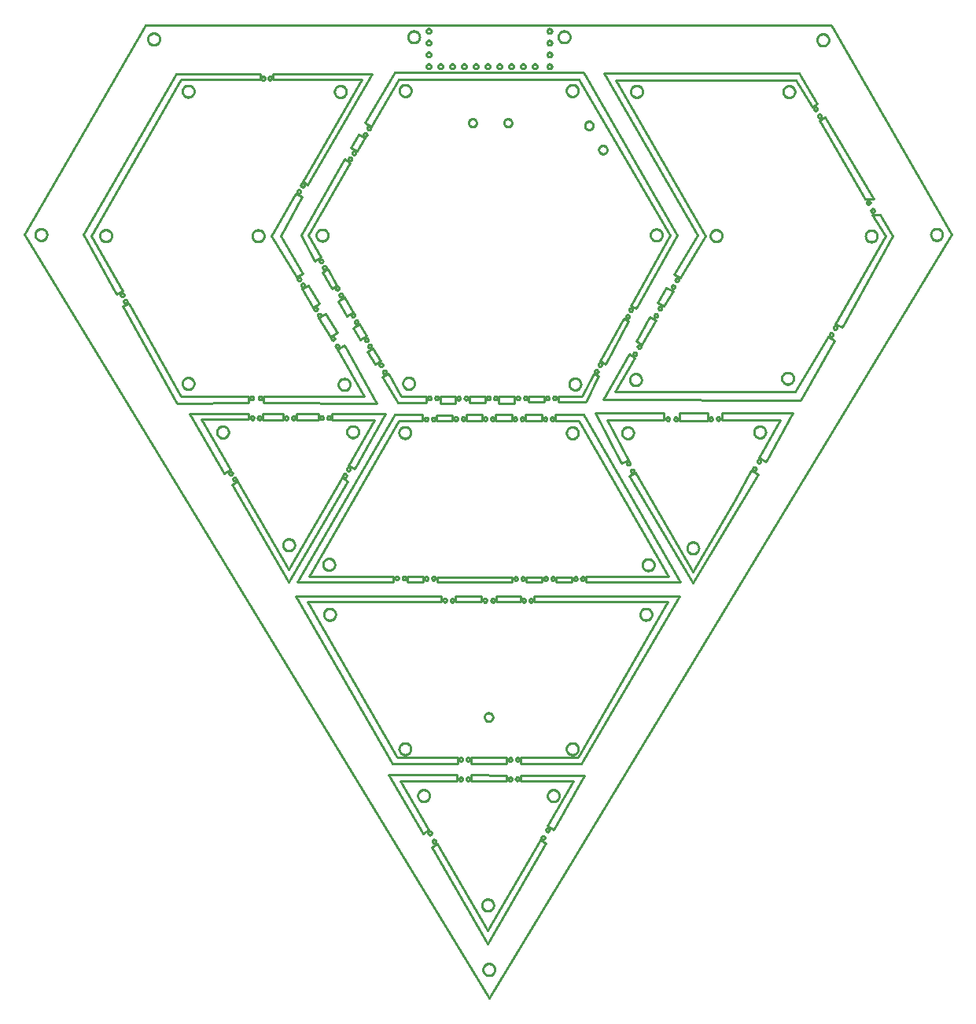
<source format=gbr>
G04 EAGLE Gerber RS-274X export*
G75*
%MOMM*%
%FSLAX34Y34*%
%LPD*%
%IN*%
%IPPOS*%
%AMOC8*
5,1,8,0,0,1.08239X$1,22.5*%
G01*
%ADD10C,0.254000*%


D10*
X6350Y830263D02*
X506413Y7938D01*
X1004888Y830263D01*
X874713Y1055688D01*
X136525Y1055688D01*
X6350Y830263D01*
X487617Y260668D02*
X525653Y260668D01*
X525653Y267018D01*
X487617Y267018D01*
X487617Y260668D01*
X391668Y677291D02*
X408178Y649224D01*
X438658Y649224D01*
X438658Y656209D01*
X411988Y656209D01*
X398018Y680466D01*
X391668Y677291D01*
X372491Y950849D02*
X379857Y946658D01*
X409067Y997331D01*
X603250Y997331D01*
X701040Y829564D01*
X658940Y753428D01*
X664972Y750570D01*
X709105Y829755D01*
X608203Y1005205D01*
X440881Y1005142D01*
X404749Y1005142D01*
X372491Y950849D01*
X517017Y648780D02*
X533908Y648843D01*
X533908Y656209D01*
X517017Y656146D01*
X517017Y648780D01*
X229616Y560959D02*
X290830Y455930D01*
X354457Y565023D01*
X348107Y568833D01*
X290830Y469900D01*
X235966Y564769D01*
X229616Y560959D01*
X262509Y631063D02*
X284734Y631063D01*
X284734Y637540D01*
X262509Y637540D01*
X262509Y631063D01*
X482219Y629920D02*
X499110Y629920D01*
X499110Y636270D01*
X482219Y636270D01*
X482219Y629920D01*
X299720Y455930D02*
X403606Y456057D01*
X403606Y462407D01*
X312420Y462280D01*
X408940Y629920D01*
X435102Y629920D01*
X435102Y636270D01*
X405130Y636270D01*
X299720Y455930D01*
X578104Y629920D02*
X603250Y629920D01*
X699770Y462280D01*
X610426Y462407D01*
X610426Y456057D01*
X712470Y455930D01*
X608330Y636270D01*
X578104Y636270D01*
X578104Y629920D01*
X450088Y629793D02*
X467233Y629920D01*
X467233Y636143D01*
X450088Y636143D01*
X450088Y629793D01*
X513842Y630047D02*
X530860Y630047D01*
X530860Y636397D01*
X513842Y636397D01*
X513842Y630047D01*
X470535Y434658D02*
X498602Y434658D01*
X498602Y441008D01*
X470535Y441008D01*
X470535Y434658D01*
X879348Y733870D02*
X886841Y730441D01*
X941261Y829120D01*
X927608Y851916D01*
X919226Y851916D01*
X933196Y828802D01*
X879348Y733870D01*
X629666Y652399D02*
X841629Y652145D01*
X878713Y716407D01*
X871220Y720598D01*
X836295Y661162D01*
X642366Y661162D01*
X663194Y697865D01*
X657352Y701548D01*
X629666Y652399D01*
X665099Y715518D02*
X671068Y711835D01*
X686181Y737997D01*
X679704Y741680D01*
X665099Y715518D01*
X687832Y756920D02*
X694944Y753618D01*
X704406Y769557D01*
X697421Y772986D01*
X687832Y756920D01*
X630301Y1003745D02*
X730885Y829564D01*
X705866Y787273D01*
X712597Y783971D01*
X739394Y829183D01*
X642747Y996823D01*
X836676Y996696D01*
X854329Y967613D01*
X859727Y971169D01*
X840169Y1003872D01*
X630301Y1003745D01*
X343916Y758444D02*
X353187Y742188D01*
X359918Y746887D01*
X350520Y763016D01*
X343916Y758444D01*
X304038Y829818D02*
X318643Y801624D01*
X325374Y805815D01*
X312039Y829310D01*
X356870Y907860D01*
X350647Y911416D01*
X304038Y829818D01*
X273558Y996950D02*
X369316Y996950D01*
X306197Y887286D01*
X308102Y886206D01*
X311468Y884111D01*
X380873Y1003554D01*
X273558Y1003427D01*
X273558Y996950D01*
X272161Y829183D02*
X298958Y784733D01*
X305943Y788416D01*
X282067Y828675D01*
X305054Y871347D01*
X298133Y874522D01*
X272161Y829183D01*
X756920Y630428D02*
X820293Y630428D01*
X796925Y590296D01*
X805053Y585851D01*
X833120Y638048D01*
X756920Y638048D01*
X756920Y630428D01*
X337312Y630936D02*
X383032Y630936D01*
X355092Y581533D01*
X361823Y577850D01*
X395097Y637286D01*
X337312Y637286D01*
X337312Y630936D01*
X545592Y629920D02*
X563499Y629920D01*
X563499Y636270D01*
X545592Y636270D01*
X545592Y629920D01*
X418719Y455930D02*
X435356Y455930D01*
X435356Y461899D01*
X418719Y461899D01*
X418719Y455930D01*
X375412Y704215D02*
X383540Y690372D01*
X389890Y693801D01*
X381762Y707771D01*
X375412Y704215D01*
X263525Y649097D02*
X385953Y648589D01*
X350901Y710692D01*
X343154Y706628D01*
X372110Y656209D01*
X263525Y656463D01*
X263525Y649097D01*
X657606Y570230D02*
X726186Y455295D01*
X796290Y571881D01*
X788670Y576199D01*
X771398Y544957D01*
X726059Y467360D01*
X664083Y573659D01*
X657606Y570230D01*
X112395Y753110D02*
X170561Y648843D01*
X247904Y648970D01*
X247904Y656209D01*
X174752Y656209D01*
X118618Y756285D01*
X112395Y753110D01*
X69596Y830199D02*
X105537Y765937D01*
X111760Y769112D01*
X77978Y829183D01*
X175133Y997077D01*
X260223Y997077D01*
X260223Y1003554D01*
X169672Y1003554D01*
X69596Y830199D01*
X299466Y631063D02*
X322834Y631063D01*
X322834Y637667D01*
X299466Y637667D01*
X299466Y631063D01*
X485394Y649224D02*
X502285Y649224D01*
X502285Y656209D01*
X485394Y656209D01*
X485394Y649224D01*
X327025Y789940D02*
X336931Y772287D01*
X342392Y775589D01*
X332867Y793369D01*
X327025Y789940D01*
X305435Y771906D02*
X316738Y752094D01*
X323596Y756031D01*
X312293Y775843D01*
X305435Y771906D01*
X625983Y693928D02*
X631825Y690944D01*
X656781Y737362D01*
X651510Y740029D01*
X625983Y693928D01*
X360553Y729742D02*
X367919Y717042D01*
X374269Y720979D01*
X367030Y733933D01*
X360553Y729742D01*
X323215Y740664D02*
X335407Y720217D01*
X343154Y724535D01*
X330962Y744982D01*
X323215Y740664D01*
X184150Y637540D02*
X221488Y573278D01*
X227838Y577088D01*
X196850Y631190D01*
X247777Y631190D01*
X247777Y637540D01*
X184150Y637540D01*
X862457Y953262D02*
X911479Y868934D01*
X920433Y868934D01*
X868172Y956945D01*
X862457Y953262D01*
X620840Y637858D02*
X648970Y583946D01*
X656527Y587502D01*
X633413Y630238D01*
X694944Y630365D01*
X694944Y638112D01*
X620840Y637858D01*
X580771Y649859D02*
X610997Y649859D01*
X624078Y677799D01*
X618871Y680466D01*
X606933Y656336D01*
X580771Y656336D01*
X580771Y649859D01*
X357315Y923354D02*
X364490Y920052D01*
X372872Y934212D01*
X365824Y938086D01*
X357315Y923354D01*
X454025Y648843D02*
X470027Y648843D01*
X470027Y656209D01*
X454025Y656209D01*
X454025Y648843D01*
X546481Y456057D02*
X563499Y456057D01*
X563499Y461645D01*
X546481Y461645D01*
X546481Y456057D01*
X549212Y656146D02*
X549275Y649732D01*
X566039Y649859D01*
X566039Y656209D01*
X549212Y656146D01*
X711835Y630047D02*
X741807Y630047D01*
X741807Y637921D01*
X711835Y637921D01*
X711835Y630047D01*
X578358Y455994D02*
X595948Y456057D01*
X595948Y461645D01*
X578358Y461582D01*
X578358Y455994D01*
X444691Y170879D02*
X505143Y66993D01*
X568008Y175070D01*
X561658Y178880D01*
X505143Y80963D01*
X451041Y174689D01*
X444691Y170879D01*
X450533Y455994D02*
X531432Y456057D01*
X531432Y461645D01*
X450533Y461582D01*
X450533Y455994D01*
X540957Y260668D02*
X606108Y260668D01*
X711518Y441008D01*
X555181Y441008D01*
X555181Y434658D01*
X698818Y434658D01*
X602298Y267018D01*
X540957Y267018D01*
X540957Y260668D01*
X298768Y441008D02*
X402908Y260668D01*
X472504Y260668D01*
X472504Y267018D01*
X407988Y267018D01*
X311468Y434658D01*
X455232Y434785D01*
X455232Y441135D01*
X298768Y441008D01*
X540576Y241999D02*
X597345Y241999D01*
X569532Y193358D01*
X576263Y189675D01*
X609410Y248349D01*
X540576Y248349D01*
X540576Y241999D01*
X514160Y434658D02*
X540322Y434658D01*
X540322Y441008D01*
X514160Y441008D01*
X514160Y434658D01*
X398463Y248603D02*
X435293Y185611D01*
X441643Y189421D01*
X411163Y242253D01*
X471996Y242126D01*
X471996Y248476D01*
X398463Y248603D01*
X487617Y242316D02*
X525336Y242253D01*
X525336Y248349D01*
X487617Y248539D01*
X487617Y242316D01*
X340459Y474800D02*
X340398Y474179D01*
X340276Y473567D01*
X340095Y472970D01*
X339856Y472394D01*
X339562Y471844D01*
X339216Y471325D01*
X338820Y470843D01*
X338379Y470401D01*
X337896Y470006D01*
X337378Y469659D01*
X336827Y469365D01*
X336251Y469126D01*
X335654Y468945D01*
X335042Y468823D01*
X334421Y468762D01*
X333797Y468762D01*
X333176Y468823D01*
X332564Y468945D01*
X331967Y469126D01*
X331391Y469365D01*
X330841Y469659D01*
X330322Y470006D01*
X329840Y470401D01*
X329398Y470843D01*
X329003Y471325D01*
X328656Y471844D01*
X328362Y472394D01*
X328123Y472970D01*
X327942Y473567D01*
X327820Y474179D01*
X327759Y474800D01*
X327759Y475424D01*
X327820Y476045D01*
X327942Y476657D01*
X328123Y477254D01*
X328362Y477830D01*
X328656Y478381D01*
X329003Y478899D01*
X329398Y479382D01*
X329840Y479823D01*
X330322Y480219D01*
X330841Y480565D01*
X331391Y480859D01*
X331967Y481098D01*
X332564Y481279D01*
X333176Y481401D01*
X333797Y481462D01*
X334421Y481462D01*
X335042Y481401D01*
X335654Y481279D01*
X336251Y481098D01*
X336827Y480859D01*
X337378Y480565D01*
X337896Y480219D01*
X338379Y479823D01*
X338820Y479382D01*
X339216Y478899D01*
X339562Y478381D01*
X339856Y477830D01*
X340095Y477254D01*
X340276Y476657D01*
X340398Y476045D01*
X340459Y475424D01*
X340459Y474800D01*
X356973Y668493D02*
X356911Y667872D01*
X356790Y667260D01*
X356609Y666663D01*
X356370Y666087D01*
X356076Y665536D01*
X355729Y665018D01*
X355333Y664535D01*
X354892Y664094D01*
X354410Y663698D01*
X353891Y663352D01*
X353341Y663058D01*
X352764Y662819D01*
X352167Y662638D01*
X351556Y662516D01*
X350935Y662455D01*
X350311Y662455D01*
X349690Y662516D01*
X349078Y662638D01*
X348481Y662819D01*
X347904Y663058D01*
X347354Y663352D01*
X346835Y663698D01*
X346353Y664094D01*
X345912Y664535D01*
X345516Y665018D01*
X345169Y665536D01*
X344875Y666087D01*
X344637Y666663D01*
X344456Y667260D01*
X344334Y667872D01*
X344273Y668493D01*
X344273Y669117D01*
X344334Y669738D01*
X344456Y670350D01*
X344637Y670947D01*
X344875Y671523D01*
X345169Y672073D01*
X345516Y672592D01*
X345912Y673074D01*
X346353Y673516D01*
X346835Y673911D01*
X347354Y674258D01*
X347904Y674552D01*
X348481Y674791D01*
X349078Y674972D01*
X349690Y675094D01*
X350311Y675155D01*
X350935Y675155D01*
X351556Y675094D01*
X352167Y674972D01*
X352764Y674791D01*
X353341Y674552D01*
X353891Y674258D01*
X354410Y673911D01*
X354892Y673516D01*
X355333Y673074D01*
X355729Y672592D01*
X356076Y672073D01*
X356370Y671523D01*
X356609Y670947D01*
X356790Y670350D01*
X356911Y669738D01*
X356973Y669117D01*
X356973Y668493D01*
X804324Y617332D02*
X804263Y616711D01*
X804141Y616099D01*
X803960Y615502D01*
X803721Y614926D01*
X803427Y614376D01*
X803081Y613857D01*
X802685Y613375D01*
X802244Y612933D01*
X801761Y612538D01*
X801243Y612191D01*
X800692Y611897D01*
X800116Y611658D01*
X799519Y611477D01*
X798907Y611355D01*
X798286Y611294D01*
X797662Y611294D01*
X797041Y611355D01*
X796429Y611477D01*
X795832Y611658D01*
X795256Y611897D01*
X794706Y612191D01*
X794187Y612538D01*
X793705Y612933D01*
X793263Y613375D01*
X792868Y613857D01*
X792521Y614376D01*
X792227Y614926D01*
X791988Y615502D01*
X791807Y616099D01*
X791685Y616711D01*
X791624Y617332D01*
X791624Y617956D01*
X791685Y618577D01*
X791807Y619189D01*
X791988Y619786D01*
X792227Y620362D01*
X792521Y620913D01*
X792868Y621431D01*
X793263Y621914D01*
X793705Y622355D01*
X794187Y622751D01*
X794706Y623097D01*
X795256Y623391D01*
X795832Y623630D01*
X796429Y623811D01*
X797041Y623933D01*
X797662Y623994D01*
X798286Y623994D01*
X798907Y623933D01*
X799519Y623811D01*
X800116Y623630D01*
X800692Y623391D01*
X801243Y623097D01*
X801761Y622751D01*
X802244Y622355D01*
X802685Y621914D01*
X803081Y621431D01*
X803427Y620913D01*
X803721Y620362D01*
X803960Y619786D01*
X804141Y619189D01*
X804263Y618577D01*
X804324Y617956D01*
X804324Y617332D01*
X352857Y983814D02*
X352796Y983193D01*
X352674Y982581D01*
X352493Y981984D01*
X352254Y981407D01*
X351960Y980857D01*
X351613Y980338D01*
X351218Y979856D01*
X350776Y979415D01*
X350294Y979019D01*
X349775Y978672D01*
X349225Y978378D01*
X348649Y978140D01*
X348052Y977958D01*
X347440Y977837D01*
X346819Y977776D01*
X346195Y977776D01*
X345574Y977837D01*
X344962Y977958D01*
X344365Y978140D01*
X343789Y978378D01*
X343238Y978672D01*
X342720Y979019D01*
X342237Y979415D01*
X341796Y979856D01*
X341400Y980338D01*
X341054Y980857D01*
X340760Y981407D01*
X340521Y981984D01*
X340340Y982581D01*
X340218Y983193D01*
X340157Y983814D01*
X340157Y984438D01*
X340218Y985058D01*
X340340Y985670D01*
X340521Y986267D01*
X340760Y986844D01*
X341054Y987394D01*
X341400Y987913D01*
X341796Y988395D01*
X342237Y988836D01*
X342720Y989232D01*
X343238Y989579D01*
X343789Y989873D01*
X344365Y990112D01*
X344962Y990293D01*
X345574Y990414D01*
X346195Y990476D01*
X346819Y990476D01*
X347440Y990414D01*
X348052Y990293D01*
X348649Y990112D01*
X349225Y989873D01*
X349775Y989579D01*
X350294Y989232D01*
X350776Y988836D01*
X351218Y988395D01*
X351613Y987913D01*
X351960Y987394D01*
X352254Y986844D01*
X352493Y986267D01*
X352674Y985670D01*
X352796Y985058D01*
X352857Y984438D01*
X352857Y983814D01*
X422412Y276286D02*
X422351Y275665D01*
X422230Y275053D01*
X422048Y274456D01*
X421810Y273880D01*
X421516Y273329D01*
X421169Y272811D01*
X420773Y272328D01*
X420332Y271887D01*
X419850Y271491D01*
X419331Y271145D01*
X418781Y270851D01*
X418204Y270612D01*
X417607Y270431D01*
X416995Y270309D01*
X416374Y270248D01*
X415750Y270248D01*
X415130Y270309D01*
X414518Y270431D01*
X413921Y270612D01*
X413344Y270851D01*
X412794Y271145D01*
X412275Y271491D01*
X411793Y271887D01*
X411352Y272328D01*
X410956Y272811D01*
X410609Y273329D01*
X410315Y273880D01*
X410076Y274456D01*
X409895Y275053D01*
X409774Y275665D01*
X409712Y276286D01*
X409712Y276910D01*
X409774Y277531D01*
X409895Y278143D01*
X410076Y278740D01*
X410315Y279316D01*
X410609Y279866D01*
X410956Y280385D01*
X411352Y280867D01*
X411793Y281309D01*
X412275Y281704D01*
X412794Y282051D01*
X413344Y282345D01*
X413921Y282584D01*
X414518Y282765D01*
X415130Y282887D01*
X415750Y282948D01*
X416374Y282948D01*
X416995Y282887D01*
X417607Y282765D01*
X418204Y282584D01*
X418781Y282345D01*
X419331Y282051D01*
X419850Y281704D01*
X420332Y281309D01*
X420773Y280867D01*
X421169Y280385D01*
X421516Y279866D01*
X421810Y279316D01*
X422048Y278740D01*
X422230Y278143D01*
X422351Y277531D01*
X422412Y276910D01*
X422412Y276286D01*
X681759Y421153D02*
X681698Y420533D01*
X681576Y419921D01*
X681395Y419324D01*
X681156Y418747D01*
X680862Y418197D01*
X680516Y417678D01*
X680120Y417196D01*
X679679Y416755D01*
X679196Y416359D01*
X678677Y416012D01*
X678127Y415718D01*
X677551Y415479D01*
X676954Y415298D01*
X676342Y415177D01*
X675721Y415115D01*
X675097Y415115D01*
X674476Y415177D01*
X673864Y415298D01*
X673267Y415479D01*
X672691Y415718D01*
X672140Y416012D01*
X671622Y416359D01*
X671139Y416755D01*
X670698Y417196D01*
X670302Y417678D01*
X669956Y418197D01*
X669662Y418747D01*
X669423Y419324D01*
X669242Y419921D01*
X669120Y420533D01*
X669059Y421153D01*
X669059Y421777D01*
X669120Y422398D01*
X669242Y423010D01*
X669423Y423607D01*
X669662Y424184D01*
X669956Y424734D01*
X670302Y425253D01*
X670698Y425735D01*
X671139Y426176D01*
X671622Y426572D01*
X672140Y426919D01*
X672691Y427213D01*
X673267Y427451D01*
X673864Y427633D01*
X674476Y427754D01*
X675097Y427815D01*
X675721Y427815D01*
X676342Y427754D01*
X676954Y427633D01*
X677551Y427451D01*
X678127Y427213D01*
X678677Y426919D01*
X679196Y426572D01*
X679679Y426176D01*
X680120Y425735D01*
X680516Y425253D01*
X680862Y424734D01*
X681156Y424184D01*
X681395Y423607D01*
X681576Y423010D01*
X681698Y422398D01*
X681759Y421777D01*
X681759Y421153D01*
X605356Y668954D02*
X605295Y668333D01*
X605173Y667721D01*
X604992Y667124D01*
X604753Y666548D01*
X604459Y665998D01*
X604112Y665479D01*
X603716Y664997D01*
X603275Y664556D01*
X602793Y664160D01*
X602274Y663813D01*
X601724Y663519D01*
X601148Y663280D01*
X600550Y663099D01*
X599939Y662977D01*
X599318Y662916D01*
X598694Y662916D01*
X598073Y662977D01*
X597461Y663099D01*
X596864Y663280D01*
X596287Y663519D01*
X595737Y663813D01*
X595218Y664160D01*
X594736Y664556D01*
X594295Y664997D01*
X593899Y665479D01*
X593553Y665998D01*
X593258Y666548D01*
X593020Y667124D01*
X592839Y667721D01*
X592717Y668333D01*
X592656Y668954D01*
X592656Y669578D01*
X592717Y670199D01*
X592839Y670811D01*
X593020Y671408D01*
X593258Y671985D01*
X593553Y672535D01*
X593899Y673054D01*
X594295Y673536D01*
X594736Y673977D01*
X595218Y674373D01*
X595737Y674719D01*
X596287Y675014D01*
X596864Y675252D01*
X597461Y675433D01*
X598073Y675555D01*
X598694Y675616D01*
X599318Y675616D01*
X599939Y675555D01*
X600550Y675433D01*
X601148Y675252D01*
X601724Y675014D01*
X602274Y674719D01*
X602793Y674373D01*
X603275Y673977D01*
X603716Y673536D01*
X604112Y673054D01*
X604459Y672535D01*
X604753Y671985D01*
X604992Y671408D01*
X605173Y670811D01*
X605295Y670199D01*
X605356Y669578D01*
X605356Y668954D01*
X226113Y617266D02*
X226051Y616645D01*
X225930Y616033D01*
X225749Y615436D01*
X225510Y614860D01*
X225216Y614310D01*
X224869Y613791D01*
X224473Y613309D01*
X224032Y612867D01*
X223550Y612472D01*
X223031Y612125D01*
X222481Y611831D01*
X221904Y611592D01*
X221307Y611411D01*
X220695Y611289D01*
X220074Y611228D01*
X219451Y611228D01*
X218830Y611289D01*
X218218Y611411D01*
X217621Y611592D01*
X217044Y611831D01*
X216494Y612125D01*
X215975Y612472D01*
X215493Y612867D01*
X215052Y613309D01*
X214656Y613791D01*
X214309Y614310D01*
X214015Y614860D01*
X213777Y615436D01*
X213595Y616033D01*
X213474Y616645D01*
X213413Y617266D01*
X213413Y617890D01*
X213474Y618511D01*
X213595Y619123D01*
X213777Y619720D01*
X214015Y620296D01*
X214309Y620847D01*
X214656Y621365D01*
X215052Y621848D01*
X215493Y622289D01*
X215975Y622685D01*
X216494Y623031D01*
X217044Y623325D01*
X217621Y623564D01*
X218218Y623745D01*
X218830Y623867D01*
X219451Y623928D01*
X220074Y623928D01*
X220695Y623867D01*
X221307Y623745D01*
X221904Y623564D01*
X222481Y623325D01*
X223031Y623031D01*
X223550Y622685D01*
X224032Y622289D01*
X224473Y621848D01*
X224869Y621365D01*
X225216Y620847D01*
X225510Y620296D01*
X225749Y619720D01*
X225930Y619123D01*
X226051Y618511D01*
X226113Y617890D01*
X226113Y617266D01*
X297188Y495801D02*
X297127Y495180D01*
X297005Y494568D01*
X296824Y493971D01*
X296585Y493395D01*
X296291Y492844D01*
X295944Y492326D01*
X295548Y491843D01*
X295107Y491402D01*
X294625Y491006D01*
X294106Y490660D01*
X293556Y490366D01*
X292980Y490127D01*
X292382Y489946D01*
X291771Y489824D01*
X291150Y489763D01*
X290526Y489763D01*
X289905Y489824D01*
X289293Y489946D01*
X288696Y490127D01*
X288119Y490366D01*
X287569Y490660D01*
X287050Y491006D01*
X286568Y491402D01*
X286127Y491843D01*
X285731Y492326D01*
X285385Y492844D01*
X285090Y493395D01*
X284852Y493971D01*
X284671Y494568D01*
X284549Y495180D01*
X284488Y495801D01*
X284488Y496425D01*
X284549Y497046D01*
X284671Y497658D01*
X284852Y498255D01*
X285090Y498831D01*
X285385Y499381D01*
X285731Y499900D01*
X286127Y500382D01*
X286568Y500824D01*
X287050Y501219D01*
X287569Y501566D01*
X288119Y501860D01*
X288696Y502099D01*
X289293Y502280D01*
X289905Y502402D01*
X290526Y502463D01*
X291150Y502463D01*
X291771Y502402D01*
X292382Y502280D01*
X292980Y502099D01*
X293556Y501860D01*
X294106Y501566D01*
X294625Y501219D01*
X295107Y500824D01*
X295548Y500382D01*
X295944Y499900D01*
X296291Y499381D01*
X296585Y498831D01*
X296824Y498255D01*
X297005Y497658D01*
X297127Y497046D01*
X297188Y496425D01*
X297188Y495801D01*
X431800Y1042676D02*
X431739Y1042055D01*
X431617Y1041443D01*
X431436Y1040846D01*
X431197Y1040269D01*
X430903Y1039719D01*
X430557Y1039200D01*
X430161Y1038718D01*
X429720Y1038277D01*
X429237Y1037881D01*
X428719Y1037534D01*
X428168Y1037240D01*
X427592Y1037002D01*
X426995Y1036820D01*
X426383Y1036699D01*
X425762Y1036638D01*
X425138Y1036638D01*
X424517Y1036699D01*
X423905Y1036820D01*
X423308Y1037002D01*
X422732Y1037240D01*
X422182Y1037534D01*
X421663Y1037881D01*
X421180Y1038277D01*
X420739Y1038718D01*
X420343Y1039200D01*
X419997Y1039719D01*
X419703Y1040269D01*
X419464Y1040846D01*
X419283Y1041443D01*
X419161Y1042055D01*
X419100Y1042676D01*
X419100Y1043299D01*
X419161Y1043920D01*
X419283Y1044532D01*
X419464Y1045129D01*
X419703Y1045706D01*
X419997Y1046256D01*
X420343Y1046775D01*
X420739Y1047257D01*
X421180Y1047698D01*
X421663Y1048094D01*
X422182Y1048441D01*
X422732Y1048735D01*
X423308Y1048974D01*
X423905Y1049155D01*
X424517Y1049276D01*
X425138Y1049338D01*
X425762Y1049338D01*
X426383Y1049276D01*
X426995Y1049155D01*
X427592Y1048974D01*
X428168Y1048735D01*
X428719Y1048441D01*
X429237Y1048094D01*
X429720Y1047698D01*
X430161Y1047257D01*
X430557Y1046775D01*
X430903Y1046256D01*
X431197Y1045706D01*
X431436Y1045129D01*
X431617Y1044532D01*
X431739Y1043920D01*
X431800Y1043299D01*
X431800Y1042676D01*
X602557Y276248D02*
X602495Y275627D01*
X602374Y275016D01*
X602193Y274418D01*
X601954Y273842D01*
X601660Y273292D01*
X601313Y272773D01*
X600917Y272291D01*
X600476Y271850D01*
X599994Y271454D01*
X599475Y271107D01*
X598925Y270813D01*
X598348Y270574D01*
X597751Y270393D01*
X597139Y270271D01*
X596519Y270210D01*
X595895Y270210D01*
X595274Y270271D01*
X594662Y270393D01*
X594065Y270574D01*
X593488Y270813D01*
X592938Y271107D01*
X592419Y271454D01*
X591937Y271850D01*
X591496Y272291D01*
X591100Y272773D01*
X590753Y273292D01*
X590459Y273842D01*
X590221Y274418D01*
X590039Y275016D01*
X589918Y275627D01*
X589857Y276248D01*
X589857Y276872D01*
X589918Y277493D01*
X590039Y278105D01*
X590221Y278702D01*
X590459Y279279D01*
X590753Y279829D01*
X591100Y280348D01*
X591496Y280830D01*
X591937Y281271D01*
X592419Y281667D01*
X592938Y282013D01*
X593488Y282308D01*
X594065Y282546D01*
X594662Y282727D01*
X595274Y282849D01*
X595895Y282910D01*
X596519Y282910D01*
X597139Y282849D01*
X597751Y282727D01*
X598348Y282546D01*
X598925Y282308D01*
X599475Y282013D01*
X599994Y281667D01*
X600476Y281271D01*
X600917Y280830D01*
X601313Y280348D01*
X601660Y279829D01*
X601954Y279279D01*
X602193Y278702D01*
X602374Y278105D01*
X602495Y277493D01*
X602557Y276872D01*
X602557Y276248D01*
X366166Y617612D02*
X366105Y616991D01*
X365984Y616379D01*
X365802Y615782D01*
X365564Y615205D01*
X365270Y614655D01*
X364923Y614136D01*
X364527Y613654D01*
X364086Y613213D01*
X363604Y612817D01*
X363085Y612470D01*
X362535Y612176D01*
X361958Y611938D01*
X361361Y611756D01*
X360749Y611635D01*
X360128Y611574D01*
X359504Y611574D01*
X358884Y611635D01*
X358272Y611756D01*
X357675Y611938D01*
X357098Y612176D01*
X356548Y612470D01*
X356029Y612817D01*
X355547Y613213D01*
X355106Y613654D01*
X354710Y614136D01*
X354363Y614655D01*
X354069Y615205D01*
X353830Y615782D01*
X353649Y616379D01*
X353528Y616991D01*
X353466Y617612D01*
X353466Y618236D01*
X353528Y618856D01*
X353649Y619468D01*
X353830Y620065D01*
X354069Y620642D01*
X354363Y621192D01*
X354710Y621711D01*
X355106Y622193D01*
X355547Y622634D01*
X356029Y623030D01*
X356548Y623377D01*
X357098Y623671D01*
X357675Y623910D01*
X358272Y624091D01*
X358884Y624212D01*
X359504Y624274D01*
X360128Y624274D01*
X360749Y624212D01*
X361361Y624091D01*
X361958Y623910D01*
X362535Y623671D01*
X363085Y623377D01*
X363604Y623030D01*
X364086Y622634D01*
X364527Y622193D01*
X364923Y621711D01*
X365270Y621192D01*
X365564Y620642D01*
X365802Y620065D01*
X365984Y619468D01*
X366105Y618856D01*
X366166Y618236D01*
X366166Y617612D01*
X872307Y1039460D02*
X872246Y1038839D01*
X872124Y1038227D01*
X871943Y1037630D01*
X871704Y1037054D01*
X871410Y1036503D01*
X871064Y1035985D01*
X870668Y1035502D01*
X870227Y1035061D01*
X869744Y1034665D01*
X869226Y1034319D01*
X868675Y1034025D01*
X868099Y1033786D01*
X867502Y1033605D01*
X866890Y1033483D01*
X866269Y1033422D01*
X865645Y1033422D01*
X865024Y1033483D01*
X864412Y1033605D01*
X863815Y1033786D01*
X863239Y1034025D01*
X862689Y1034319D01*
X862170Y1034665D01*
X861688Y1035061D01*
X861246Y1035502D01*
X860851Y1035985D01*
X860504Y1036503D01*
X860210Y1037054D01*
X859971Y1037630D01*
X859790Y1038227D01*
X859668Y1038839D01*
X859607Y1039460D01*
X859607Y1040084D01*
X859668Y1040705D01*
X859790Y1041317D01*
X859971Y1041914D01*
X860210Y1042490D01*
X860504Y1043040D01*
X860851Y1043559D01*
X861246Y1044041D01*
X861688Y1044483D01*
X862170Y1044878D01*
X862689Y1045225D01*
X863239Y1045519D01*
X863815Y1045758D01*
X864412Y1045939D01*
X865024Y1046061D01*
X865645Y1046122D01*
X866269Y1046122D01*
X866890Y1046061D01*
X867502Y1045939D01*
X868099Y1045758D01*
X868675Y1045519D01*
X869226Y1045225D01*
X869744Y1044878D01*
X870227Y1044483D01*
X870668Y1044041D01*
X871064Y1043559D01*
X871410Y1043040D01*
X871704Y1042490D01*
X871943Y1041914D01*
X872124Y1041317D01*
X872246Y1040705D01*
X872307Y1040084D01*
X872307Y1039460D01*
X671772Y983898D02*
X671711Y983277D01*
X671589Y982665D01*
X671408Y982068D01*
X671169Y981492D01*
X670875Y980942D01*
X670528Y980423D01*
X670132Y979940D01*
X669691Y979499D01*
X669209Y979103D01*
X668690Y978757D01*
X668140Y978463D01*
X667564Y978224D01*
X666966Y978043D01*
X666355Y977921D01*
X665734Y977860D01*
X665110Y977860D01*
X664489Y977921D01*
X663877Y978043D01*
X663280Y978224D01*
X662703Y978463D01*
X662153Y978757D01*
X661634Y979103D01*
X661152Y979499D01*
X660711Y979940D01*
X660315Y980423D01*
X659969Y980942D01*
X659674Y981492D01*
X659436Y982068D01*
X659255Y982665D01*
X659133Y983277D01*
X659072Y983898D01*
X659072Y984522D01*
X659133Y985143D01*
X659255Y985755D01*
X659436Y986352D01*
X659674Y986928D01*
X659969Y987479D01*
X660315Y987997D01*
X660711Y988480D01*
X661152Y988921D01*
X661634Y989317D01*
X662153Y989663D01*
X662703Y989957D01*
X663280Y990196D01*
X663877Y990377D01*
X664489Y990499D01*
X665110Y990560D01*
X665734Y990560D01*
X666355Y990499D01*
X666966Y990377D01*
X667564Y990196D01*
X668140Y989957D01*
X668690Y989663D01*
X669209Y989317D01*
X669691Y988921D01*
X670132Y988480D01*
X670528Y987997D01*
X670875Y987479D01*
X671169Y986928D01*
X671408Y986352D01*
X671589Y985755D01*
X671711Y985143D01*
X671772Y984522D01*
X671772Y983898D01*
X670596Y673749D02*
X670535Y673128D01*
X670413Y672516D01*
X670232Y671919D01*
X669993Y671343D01*
X669699Y670792D01*
X669352Y670274D01*
X668956Y669791D01*
X668515Y669350D01*
X668033Y668954D01*
X667514Y668608D01*
X666964Y668314D01*
X666388Y668075D01*
X665790Y667894D01*
X665179Y667772D01*
X664558Y667711D01*
X663934Y667711D01*
X663313Y667772D01*
X662701Y667894D01*
X662104Y668075D01*
X661527Y668314D01*
X660977Y668608D01*
X660458Y668954D01*
X659976Y669350D01*
X659535Y669791D01*
X659139Y670274D01*
X658793Y670792D01*
X658498Y671343D01*
X658260Y671919D01*
X658079Y672516D01*
X657957Y673128D01*
X657896Y673749D01*
X657896Y674373D01*
X657957Y674994D01*
X658079Y675606D01*
X658260Y676203D01*
X658498Y676779D01*
X658793Y677329D01*
X659139Y677848D01*
X659535Y678330D01*
X659976Y678772D01*
X660458Y679167D01*
X660977Y679514D01*
X661527Y679808D01*
X662104Y680047D01*
X662701Y680228D01*
X663313Y680350D01*
X663934Y680411D01*
X664558Y680411D01*
X665179Y680350D01*
X665790Y680228D01*
X666388Y680047D01*
X666964Y679808D01*
X667514Y679514D01*
X668033Y679167D01*
X668515Y678772D01*
X668956Y678330D01*
X669352Y677848D01*
X669699Y677329D01*
X669993Y676779D01*
X670232Y676203D01*
X670413Y675606D01*
X670535Y674994D01*
X670596Y674373D01*
X670596Y673749D01*
X835665Y983733D02*
X835604Y983112D01*
X835482Y982500D01*
X835301Y981903D01*
X835062Y981327D01*
X834768Y980776D01*
X834422Y980258D01*
X834026Y979775D01*
X833585Y979334D01*
X833102Y978938D01*
X832584Y978592D01*
X832033Y978298D01*
X831457Y978059D01*
X830860Y977878D01*
X830248Y977756D01*
X829627Y977695D01*
X829003Y977695D01*
X828382Y977756D01*
X827770Y977878D01*
X827173Y978059D01*
X826597Y978298D01*
X826047Y978592D01*
X825528Y978938D01*
X825046Y979334D01*
X824604Y979775D01*
X824209Y980258D01*
X823862Y980776D01*
X823568Y981327D01*
X823329Y981903D01*
X823148Y982500D01*
X823026Y983112D01*
X822965Y983733D01*
X822965Y984357D01*
X823026Y984978D01*
X823148Y985590D01*
X823329Y986187D01*
X823568Y986763D01*
X823862Y987313D01*
X824209Y987832D01*
X824604Y988314D01*
X825046Y988756D01*
X825528Y989151D01*
X826047Y989498D01*
X826597Y989792D01*
X827173Y990031D01*
X827770Y990212D01*
X828382Y990334D01*
X829003Y990395D01*
X829627Y990395D01*
X830248Y990334D01*
X830860Y990212D01*
X831457Y990031D01*
X832033Y989792D01*
X832584Y989498D01*
X833102Y989151D01*
X833585Y988756D01*
X834026Y988314D01*
X834422Y987832D01*
X834768Y987313D01*
X835062Y986763D01*
X835301Y986187D01*
X835482Y985590D01*
X835604Y984978D01*
X835665Y984357D01*
X835665Y983733D01*
X422368Y616774D02*
X422307Y616154D01*
X422185Y615542D01*
X422004Y614945D01*
X421765Y614368D01*
X421471Y613818D01*
X421124Y613299D01*
X420728Y612817D01*
X420287Y612376D01*
X419805Y611980D01*
X419286Y611633D01*
X418736Y611339D01*
X418160Y611100D01*
X417563Y610919D01*
X416951Y610798D01*
X416330Y610736D01*
X415706Y610736D01*
X415085Y610798D01*
X414473Y610919D01*
X413876Y611100D01*
X413299Y611339D01*
X412749Y611633D01*
X412230Y611980D01*
X411748Y612376D01*
X411307Y612817D01*
X410911Y613299D01*
X410565Y613818D01*
X410270Y614368D01*
X410032Y614945D01*
X409851Y615542D01*
X409729Y616154D01*
X409668Y616774D01*
X409668Y617398D01*
X409729Y618019D01*
X409851Y618631D01*
X410032Y619228D01*
X410270Y619805D01*
X410565Y620355D01*
X410911Y620874D01*
X411307Y621356D01*
X411748Y621797D01*
X412230Y622193D01*
X412749Y622540D01*
X413299Y622834D01*
X413876Y623072D01*
X414473Y623254D01*
X415085Y623375D01*
X415706Y623436D01*
X416330Y623436D01*
X416951Y623375D01*
X417563Y623254D01*
X418160Y623072D01*
X418736Y622834D01*
X419286Y622540D01*
X419805Y622193D01*
X420287Y621797D01*
X420728Y621356D01*
X421124Y620874D01*
X421471Y620355D01*
X421765Y619805D01*
X422004Y619228D01*
X422185Y618631D01*
X422307Y618019D01*
X422368Y617398D01*
X422368Y616774D01*
X602653Y616393D02*
X602592Y615772D01*
X602470Y615160D01*
X602289Y614563D01*
X602050Y613987D01*
X601756Y613437D01*
X601410Y612918D01*
X601014Y612436D01*
X600573Y611994D01*
X600090Y611599D01*
X599572Y611252D01*
X599021Y610958D01*
X598445Y610719D01*
X597848Y610538D01*
X597236Y610416D01*
X596615Y610355D01*
X595991Y610355D01*
X595370Y610416D01*
X594758Y610538D01*
X594161Y610719D01*
X593585Y610958D01*
X593035Y611252D01*
X592516Y611599D01*
X592034Y611994D01*
X591592Y612436D01*
X591197Y612918D01*
X590850Y613437D01*
X590556Y613987D01*
X590317Y614563D01*
X590136Y615160D01*
X590014Y615772D01*
X589953Y616393D01*
X589953Y617017D01*
X590014Y617638D01*
X590136Y618250D01*
X590317Y618847D01*
X590556Y619423D01*
X590850Y619974D01*
X591197Y620492D01*
X591592Y620975D01*
X592034Y621416D01*
X592516Y621812D01*
X593035Y622158D01*
X593585Y622452D01*
X594161Y622691D01*
X594758Y622872D01*
X595370Y622994D01*
X595991Y623055D01*
X596615Y623055D01*
X597236Y622994D01*
X597848Y622872D01*
X598445Y622691D01*
X599021Y622452D01*
X599572Y622158D01*
X600090Y621812D01*
X600573Y621416D01*
X601014Y620975D01*
X601410Y620492D01*
X601756Y619974D01*
X602050Y619423D01*
X602289Y618847D01*
X602470Y618250D01*
X602592Y617638D01*
X602653Y617017D01*
X602653Y616393D01*
X426371Y669749D02*
X426310Y669128D01*
X426188Y668516D01*
X426007Y667919D01*
X425768Y667342D01*
X425474Y666792D01*
X425127Y666273D01*
X424731Y665791D01*
X424290Y665350D01*
X423808Y664954D01*
X423289Y664607D01*
X422739Y664313D01*
X422163Y664075D01*
X421565Y663893D01*
X420954Y663772D01*
X420333Y663711D01*
X419709Y663711D01*
X419088Y663772D01*
X418476Y663893D01*
X417879Y664075D01*
X417302Y664313D01*
X416752Y664607D01*
X416233Y664954D01*
X415751Y665350D01*
X415310Y665791D01*
X414914Y666273D01*
X414568Y666792D01*
X414273Y667342D01*
X414035Y667919D01*
X413854Y668516D01*
X413732Y669128D01*
X413671Y669749D01*
X413671Y670372D01*
X413732Y670993D01*
X413854Y671605D01*
X414035Y672202D01*
X414273Y672779D01*
X414568Y673329D01*
X414914Y673848D01*
X415310Y674330D01*
X415751Y674771D01*
X416233Y675167D01*
X416752Y675514D01*
X417302Y675808D01*
X417879Y676047D01*
X418476Y676228D01*
X419088Y676349D01*
X419709Y676411D01*
X420333Y676411D01*
X420954Y676349D01*
X421565Y676228D01*
X422163Y676047D01*
X422739Y675808D01*
X423289Y675514D01*
X423808Y675167D01*
X424290Y674771D01*
X424731Y674330D01*
X425127Y673848D01*
X425474Y673329D01*
X425768Y672779D01*
X426007Y672202D01*
X426188Y671605D01*
X426310Y670993D01*
X426371Y670372D01*
X426371Y669749D01*
X333263Y829276D02*
X333202Y828655D01*
X333080Y828043D01*
X332899Y827446D01*
X332661Y826869D01*
X332366Y826319D01*
X332020Y825800D01*
X331624Y825318D01*
X331183Y824877D01*
X330701Y824481D01*
X330182Y824134D01*
X329632Y823840D01*
X329055Y823602D01*
X328458Y823420D01*
X327846Y823299D01*
X327225Y823238D01*
X326601Y823238D01*
X325980Y823299D01*
X325369Y823420D01*
X324771Y823602D01*
X324195Y823840D01*
X323645Y824134D01*
X323126Y824481D01*
X322644Y824877D01*
X322203Y825318D01*
X321807Y825800D01*
X321460Y826319D01*
X321166Y826869D01*
X320927Y827446D01*
X320746Y828043D01*
X320624Y828655D01*
X320563Y829276D01*
X320563Y829899D01*
X320624Y830520D01*
X320746Y831132D01*
X320927Y831729D01*
X321166Y832306D01*
X321460Y832856D01*
X321807Y833375D01*
X322203Y833857D01*
X322644Y834298D01*
X323126Y834694D01*
X323645Y835041D01*
X324195Y835335D01*
X324771Y835574D01*
X325369Y835755D01*
X325980Y835876D01*
X326601Y835938D01*
X327225Y835938D01*
X327846Y835876D01*
X328458Y835755D01*
X329055Y835574D01*
X329632Y835335D01*
X330182Y835041D01*
X330701Y834694D01*
X331183Y834298D01*
X331624Y833857D01*
X332020Y833375D01*
X332366Y832856D01*
X332661Y832306D01*
X332899Y831729D01*
X333080Y831132D01*
X333202Y830520D01*
X333263Y829899D01*
X333263Y829276D01*
X422638Y984891D02*
X422577Y984270D01*
X422455Y983658D01*
X422274Y983061D01*
X422036Y982485D01*
X421741Y981935D01*
X421395Y981416D01*
X420999Y980934D01*
X420558Y980492D01*
X420076Y980097D01*
X419557Y979750D01*
X419007Y979456D01*
X418430Y979217D01*
X417833Y979036D01*
X417221Y978914D01*
X416600Y978853D01*
X415976Y978853D01*
X415355Y978914D01*
X414744Y979036D01*
X414146Y979217D01*
X413570Y979456D01*
X413020Y979750D01*
X412501Y980097D01*
X412019Y980492D01*
X411578Y980934D01*
X411182Y981416D01*
X410835Y981935D01*
X410541Y982485D01*
X410302Y983061D01*
X410121Y983658D01*
X409999Y984270D01*
X409938Y984891D01*
X409938Y985515D01*
X409999Y986136D01*
X410121Y986748D01*
X410302Y987345D01*
X410541Y987921D01*
X410835Y988472D01*
X411182Y988990D01*
X411578Y989473D01*
X412019Y989914D01*
X412501Y990310D01*
X413020Y990656D01*
X413570Y990950D01*
X414146Y991189D01*
X414744Y991370D01*
X415355Y991492D01*
X415976Y991553D01*
X416600Y991553D01*
X417221Y991492D01*
X417833Y991370D01*
X418430Y991189D01*
X419007Y990950D01*
X419557Y990656D01*
X420076Y990310D01*
X420558Y989914D01*
X420999Y989473D01*
X421395Y988990D01*
X421741Y988472D01*
X422036Y987921D01*
X422274Y987345D01*
X422455Y986748D01*
X422577Y986136D01*
X422638Y985515D01*
X422638Y984891D01*
X512742Y38743D02*
X512681Y38122D01*
X512559Y37510D01*
X512378Y36913D01*
X512139Y36337D01*
X511845Y35787D01*
X511499Y35268D01*
X511103Y34786D01*
X510662Y34344D01*
X510179Y33949D01*
X509661Y33602D01*
X509110Y33308D01*
X508534Y33069D01*
X507937Y32888D01*
X507325Y32766D01*
X506704Y32705D01*
X506080Y32705D01*
X505459Y32766D01*
X504847Y32888D01*
X504250Y33069D01*
X503674Y33308D01*
X503124Y33602D01*
X502605Y33949D01*
X502123Y34344D01*
X501682Y34786D01*
X501286Y35268D01*
X500939Y35787D01*
X500645Y36337D01*
X500406Y36913D01*
X500225Y37510D01*
X500103Y38122D01*
X500042Y38743D01*
X500042Y39367D01*
X500103Y39988D01*
X500225Y40600D01*
X500406Y41197D01*
X500645Y41773D01*
X500939Y42324D01*
X501286Y42842D01*
X501682Y43325D01*
X502123Y43766D01*
X502605Y44162D01*
X503124Y44508D01*
X503674Y44802D01*
X504250Y45041D01*
X504847Y45222D01*
X505459Y45344D01*
X506080Y45405D01*
X506704Y45405D01*
X507325Y45344D01*
X507937Y45222D01*
X508534Y45041D01*
X509110Y44802D01*
X509661Y44508D01*
X510179Y44162D01*
X510662Y43766D01*
X511103Y43325D01*
X511499Y42842D01*
X511845Y42324D01*
X512139Y41773D01*
X512378Y41197D01*
X512559Y40600D01*
X512681Y39988D01*
X512742Y39367D01*
X512742Y38743D01*
X100290Y828801D02*
X100229Y828180D01*
X100107Y827568D01*
X99926Y826971D01*
X99687Y826395D01*
X99393Y825845D01*
X99047Y825326D01*
X98651Y824844D01*
X98210Y824402D01*
X97727Y824007D01*
X97209Y823660D01*
X96658Y823366D01*
X96082Y823127D01*
X95485Y822946D01*
X94873Y822824D01*
X94252Y822763D01*
X93628Y822763D01*
X93007Y822824D01*
X92395Y822946D01*
X91798Y823127D01*
X91222Y823366D01*
X90672Y823660D01*
X90153Y824007D01*
X89671Y824402D01*
X89229Y824844D01*
X88834Y825326D01*
X88487Y825845D01*
X88193Y826395D01*
X87954Y826971D01*
X87773Y827568D01*
X87651Y828180D01*
X87590Y828801D01*
X87590Y829425D01*
X87651Y830046D01*
X87773Y830658D01*
X87954Y831255D01*
X88193Y831831D01*
X88487Y832382D01*
X88834Y832900D01*
X89229Y833383D01*
X89671Y833824D01*
X90153Y834220D01*
X90672Y834566D01*
X91222Y834860D01*
X91798Y835099D01*
X92395Y835280D01*
X93007Y835402D01*
X93628Y835463D01*
X94252Y835463D01*
X94873Y835402D01*
X95485Y835280D01*
X96082Y835099D01*
X96658Y834860D01*
X97209Y834566D01*
X97727Y834220D01*
X98210Y833824D01*
X98651Y833383D01*
X99047Y832900D01*
X99393Y832382D01*
X99687Y831831D01*
X99926Y831255D01*
X100107Y830658D01*
X100229Y830046D01*
X100290Y829425D01*
X100290Y828801D01*
X189031Y984235D02*
X188970Y983614D01*
X188848Y983002D01*
X188667Y982405D01*
X188429Y981829D01*
X188135Y981278D01*
X187788Y980760D01*
X187392Y980277D01*
X186951Y979836D01*
X186469Y979440D01*
X185950Y979094D01*
X185400Y978800D01*
X184823Y978561D01*
X184226Y978380D01*
X183614Y978258D01*
X182993Y978197D01*
X182369Y978197D01*
X181748Y978258D01*
X181137Y978380D01*
X180540Y978561D01*
X179963Y978800D01*
X179413Y979094D01*
X178894Y979440D01*
X178412Y979836D01*
X177971Y980277D01*
X177575Y980760D01*
X177228Y981278D01*
X176934Y981829D01*
X176695Y982405D01*
X176514Y983002D01*
X176393Y983614D01*
X176331Y984235D01*
X176331Y984859D01*
X176393Y985480D01*
X176514Y986092D01*
X176695Y986689D01*
X176934Y987265D01*
X177228Y987815D01*
X177575Y988334D01*
X177971Y988816D01*
X178412Y989258D01*
X178894Y989653D01*
X179413Y990000D01*
X179963Y990294D01*
X180540Y990533D01*
X181137Y990714D01*
X181748Y990836D01*
X182369Y990897D01*
X182993Y990897D01*
X183614Y990836D01*
X184226Y990714D01*
X184823Y990533D01*
X185400Y990294D01*
X185950Y990000D01*
X186469Y989653D01*
X186951Y989258D01*
X187392Y988816D01*
X187788Y988334D01*
X188135Y987815D01*
X188429Y987265D01*
X188667Y986689D01*
X188848Y986092D01*
X188970Y985480D01*
X189031Y984859D01*
X189031Y984235D01*
X189024Y669616D02*
X188963Y668995D01*
X188841Y668383D01*
X188660Y667786D01*
X188421Y667209D01*
X188127Y666659D01*
X187781Y666140D01*
X187385Y665658D01*
X186944Y665217D01*
X186461Y664821D01*
X185943Y664474D01*
X185392Y664180D01*
X184816Y663942D01*
X184219Y663760D01*
X183607Y663639D01*
X182986Y663578D01*
X182362Y663578D01*
X181741Y663639D01*
X181129Y663760D01*
X180532Y663942D01*
X179956Y664180D01*
X179406Y664474D01*
X178887Y664821D01*
X178405Y665217D01*
X177963Y665658D01*
X177568Y666140D01*
X177221Y666659D01*
X176927Y667209D01*
X176688Y667786D01*
X176507Y668383D01*
X176385Y668995D01*
X176324Y669616D01*
X176324Y670240D01*
X176385Y670860D01*
X176507Y671472D01*
X176688Y672069D01*
X176927Y672646D01*
X177221Y673196D01*
X177568Y673715D01*
X177963Y674197D01*
X178405Y674638D01*
X178887Y675034D01*
X179406Y675381D01*
X179956Y675675D01*
X180532Y675914D01*
X181129Y676095D01*
X181741Y676216D01*
X182362Y676278D01*
X182986Y676278D01*
X183607Y676216D01*
X184219Y676095D01*
X184816Y675914D01*
X185392Y675675D01*
X185943Y675381D01*
X186461Y675034D01*
X186944Y674638D01*
X187385Y674197D01*
X187781Y673715D01*
X188127Y673196D01*
X188421Y672646D01*
X188660Y672069D01*
X188841Y671472D01*
X188963Y670860D01*
X189024Y670240D01*
X189024Y669616D01*
X732318Y492390D02*
X732256Y491769D01*
X732135Y491157D01*
X731954Y490560D01*
X731715Y489983D01*
X731421Y489433D01*
X731074Y488914D01*
X730678Y488432D01*
X730237Y487991D01*
X729755Y487595D01*
X729236Y487248D01*
X728686Y486954D01*
X728109Y486716D01*
X727512Y486534D01*
X726900Y486413D01*
X726280Y486352D01*
X725656Y486352D01*
X725035Y486413D01*
X724423Y486534D01*
X723826Y486716D01*
X723249Y486954D01*
X722699Y487248D01*
X722180Y487595D01*
X721698Y487991D01*
X721257Y488432D01*
X720861Y488914D01*
X720514Y489433D01*
X720220Y489983D01*
X719982Y490560D01*
X719800Y491157D01*
X719679Y491769D01*
X719618Y492390D01*
X719618Y493014D01*
X719679Y493634D01*
X719800Y494246D01*
X719982Y494843D01*
X720220Y495420D01*
X720514Y495970D01*
X720861Y496489D01*
X721257Y496971D01*
X721698Y497412D01*
X722180Y497808D01*
X722699Y498155D01*
X723249Y498449D01*
X723826Y498688D01*
X724423Y498869D01*
X725035Y498990D01*
X725656Y499052D01*
X726280Y499052D01*
X726900Y498990D01*
X727512Y498869D01*
X728109Y498688D01*
X728686Y498449D01*
X729236Y498155D01*
X729755Y497808D01*
X730237Y497412D01*
X730678Y496971D01*
X731074Y496489D01*
X731421Y495970D01*
X731715Y495420D01*
X731954Y494843D01*
X732135Y494246D01*
X732256Y493634D01*
X732318Y493014D01*
X732318Y492390D01*
X757403Y828698D02*
X757341Y828077D01*
X757220Y827466D01*
X757039Y826868D01*
X756800Y826292D01*
X756506Y825742D01*
X756159Y825223D01*
X755763Y824741D01*
X755322Y824300D01*
X754840Y823904D01*
X754321Y823557D01*
X753771Y823263D01*
X753194Y823024D01*
X752597Y822843D01*
X751985Y822721D01*
X751365Y822660D01*
X750741Y822660D01*
X750120Y822721D01*
X749508Y822843D01*
X748911Y823024D01*
X748334Y823263D01*
X747784Y823557D01*
X747265Y823904D01*
X746783Y824300D01*
X746342Y824741D01*
X745946Y825223D01*
X745599Y825742D01*
X745305Y826292D01*
X745067Y826868D01*
X744885Y827466D01*
X744764Y828077D01*
X744703Y828698D01*
X744703Y829322D01*
X744764Y829943D01*
X744885Y830555D01*
X745067Y831152D01*
X745305Y831729D01*
X745599Y832279D01*
X745946Y832798D01*
X746342Y833280D01*
X746783Y833721D01*
X747265Y834117D01*
X747784Y834463D01*
X748334Y834758D01*
X748911Y834996D01*
X749508Y835177D01*
X750120Y835299D01*
X750741Y835360D01*
X751365Y835360D01*
X751985Y835299D01*
X752597Y835177D01*
X753194Y834996D01*
X753771Y834758D01*
X754321Y834463D01*
X754840Y834117D01*
X755322Y833721D01*
X755763Y833280D01*
X756159Y832798D01*
X756506Y832279D01*
X756800Y831729D01*
X757039Y831152D01*
X757220Y830555D01*
X757341Y829943D01*
X757403Y829322D01*
X757403Y828698D01*
X662150Y616469D02*
X662089Y615848D01*
X661967Y615236D01*
X661786Y614639D01*
X661547Y614062D01*
X661253Y613512D01*
X660907Y612993D01*
X660511Y612511D01*
X660070Y612070D01*
X659587Y611674D01*
X659069Y611327D01*
X658518Y611033D01*
X657942Y610795D01*
X657345Y610613D01*
X656733Y610492D01*
X656112Y610431D01*
X655488Y610431D01*
X654867Y610492D01*
X654255Y610613D01*
X653658Y610795D01*
X653082Y611033D01*
X652532Y611327D01*
X652013Y611674D01*
X651531Y612070D01*
X651089Y612511D01*
X650694Y612993D01*
X650347Y613512D01*
X650053Y614062D01*
X649814Y614639D01*
X649633Y615236D01*
X649511Y615848D01*
X649450Y616469D01*
X649450Y617093D01*
X649511Y617713D01*
X649633Y618325D01*
X649814Y618922D01*
X650053Y619499D01*
X650347Y620049D01*
X650694Y620568D01*
X651089Y621050D01*
X651531Y621491D01*
X652013Y621887D01*
X652532Y622234D01*
X653082Y622528D01*
X653658Y622767D01*
X654255Y622948D01*
X654867Y623069D01*
X655488Y623131D01*
X656112Y623131D01*
X656733Y623069D01*
X657345Y622948D01*
X657942Y622767D01*
X658518Y622528D01*
X659069Y622234D01*
X659587Y621887D01*
X660070Y621491D01*
X660511Y621050D01*
X660907Y620568D01*
X661253Y620049D01*
X661547Y619499D01*
X661786Y618922D01*
X661967Y618325D01*
X662089Y617713D01*
X662150Y617093D01*
X662150Y616469D01*
X684291Y474490D02*
X684230Y473869D01*
X684108Y473257D01*
X683927Y472660D01*
X683689Y472084D01*
X683394Y471534D01*
X683048Y471015D01*
X682652Y470533D01*
X682211Y470092D01*
X681729Y469696D01*
X681210Y469349D01*
X680660Y469055D01*
X680083Y468816D01*
X679486Y468635D01*
X678874Y468513D01*
X678253Y468452D01*
X677629Y468452D01*
X677008Y468513D01*
X676396Y468635D01*
X675799Y468816D01*
X675223Y469055D01*
X674673Y469349D01*
X674154Y469696D01*
X673672Y470092D01*
X673231Y470533D01*
X672835Y471015D01*
X672488Y471534D01*
X672194Y472084D01*
X671955Y472660D01*
X671774Y473257D01*
X671652Y473869D01*
X671591Y474490D01*
X671591Y475114D01*
X671652Y475735D01*
X671774Y476347D01*
X671955Y476944D01*
X672194Y477520D01*
X672488Y478071D01*
X672835Y478589D01*
X673231Y479072D01*
X673672Y479513D01*
X674154Y479909D01*
X674673Y480255D01*
X675223Y480549D01*
X675799Y480788D01*
X676396Y480969D01*
X677008Y481091D01*
X677629Y481152D01*
X678253Y481152D01*
X678874Y481091D01*
X679486Y480969D01*
X680083Y480788D01*
X680660Y480549D01*
X681210Y480255D01*
X681729Y479909D01*
X682211Y479513D01*
X682652Y479072D01*
X683048Y478589D01*
X683394Y478071D01*
X683689Y477520D01*
X683927Y476944D01*
X684108Y476347D01*
X684230Y475735D01*
X684291Y475114D01*
X684291Y474490D01*
X834390Y675201D02*
X834329Y674580D01*
X834207Y673968D01*
X834026Y673371D01*
X833787Y672795D01*
X833493Y672245D01*
X833147Y671726D01*
X832751Y671243D01*
X832310Y670802D01*
X831827Y670406D01*
X831309Y670060D01*
X830758Y669766D01*
X830182Y669527D01*
X829585Y669346D01*
X828973Y669224D01*
X828352Y669163D01*
X827728Y669163D01*
X827107Y669224D01*
X826495Y669346D01*
X825898Y669527D01*
X825322Y669766D01*
X824772Y670060D01*
X824253Y670406D01*
X823770Y670802D01*
X823329Y671243D01*
X822933Y671726D01*
X822587Y672245D01*
X822293Y672795D01*
X822054Y673371D01*
X821873Y673968D01*
X821751Y674580D01*
X821690Y675201D01*
X821690Y675825D01*
X821751Y676446D01*
X821873Y677058D01*
X822054Y677655D01*
X822293Y678231D01*
X822587Y678782D01*
X822933Y679300D01*
X823329Y679783D01*
X823770Y680224D01*
X824253Y680620D01*
X824772Y680966D01*
X825322Y681260D01*
X825898Y681499D01*
X826495Y681680D01*
X827107Y681802D01*
X827728Y681863D01*
X828352Y681863D01*
X828973Y681802D01*
X829585Y681680D01*
X830182Y681499D01*
X830758Y681260D01*
X831309Y680966D01*
X831827Y680620D01*
X832310Y680224D01*
X832751Y679783D01*
X833147Y679300D01*
X833493Y678782D01*
X833787Y678231D01*
X834026Y677655D01*
X834207Y677058D01*
X834329Y676446D01*
X834390Y675825D01*
X834390Y675201D01*
X593725Y1042676D02*
X593664Y1042055D01*
X593542Y1041443D01*
X593361Y1040846D01*
X593122Y1040269D01*
X592828Y1039719D01*
X592482Y1039200D01*
X592086Y1038718D01*
X591645Y1038277D01*
X591162Y1037881D01*
X590644Y1037534D01*
X590093Y1037240D01*
X589517Y1037002D01*
X588920Y1036820D01*
X588308Y1036699D01*
X587687Y1036638D01*
X587063Y1036638D01*
X586442Y1036699D01*
X585830Y1036820D01*
X585233Y1037002D01*
X584657Y1037240D01*
X584107Y1037534D01*
X583588Y1037881D01*
X583105Y1038277D01*
X582664Y1038718D01*
X582268Y1039200D01*
X581922Y1039719D01*
X581628Y1040269D01*
X581389Y1040846D01*
X581208Y1041443D01*
X581086Y1042055D01*
X581025Y1042676D01*
X581025Y1043299D01*
X581086Y1043920D01*
X581208Y1044532D01*
X581389Y1045129D01*
X581628Y1045706D01*
X581922Y1046256D01*
X582268Y1046775D01*
X582664Y1047257D01*
X583105Y1047698D01*
X583588Y1048094D01*
X584107Y1048441D01*
X584657Y1048735D01*
X585233Y1048974D01*
X585830Y1049155D01*
X586442Y1049276D01*
X587063Y1049338D01*
X587687Y1049338D01*
X588308Y1049276D01*
X588920Y1049155D01*
X589517Y1048974D01*
X590093Y1048735D01*
X590644Y1048441D01*
X591162Y1048094D01*
X591645Y1047698D01*
X592086Y1047257D01*
X592482Y1046775D01*
X592828Y1046256D01*
X593122Y1045706D01*
X593361Y1045129D01*
X593542Y1044532D01*
X593664Y1043920D01*
X593725Y1043299D01*
X593725Y1042676D01*
X264287Y828505D02*
X264226Y827884D01*
X264104Y827272D01*
X263923Y826675D01*
X263684Y826099D01*
X263390Y825549D01*
X263044Y825030D01*
X262648Y824548D01*
X262207Y824107D01*
X261724Y823711D01*
X261206Y823364D01*
X260655Y823070D01*
X260079Y822831D01*
X259482Y822650D01*
X258870Y822528D01*
X258249Y822467D01*
X257625Y822467D01*
X257004Y822528D01*
X256392Y822650D01*
X255795Y822831D01*
X255219Y823070D01*
X254669Y823364D01*
X254150Y823711D01*
X253667Y824107D01*
X253226Y824548D01*
X252830Y825030D01*
X252484Y825549D01*
X252190Y826099D01*
X251951Y826675D01*
X251770Y827272D01*
X251648Y827884D01*
X251587Y828505D01*
X251587Y829129D01*
X251648Y829750D01*
X251770Y830362D01*
X251951Y830959D01*
X252190Y831536D01*
X252484Y832086D01*
X252830Y832605D01*
X253226Y833087D01*
X253667Y833528D01*
X254150Y833924D01*
X254669Y834270D01*
X255219Y834565D01*
X255795Y834803D01*
X256392Y834984D01*
X257004Y835106D01*
X257625Y835167D01*
X258249Y835167D01*
X258870Y835106D01*
X259482Y834984D01*
X260079Y834803D01*
X260655Y834565D01*
X261206Y834270D01*
X261724Y833924D01*
X262207Y833528D01*
X262648Y833087D01*
X263044Y832605D01*
X263390Y832086D01*
X263684Y831536D01*
X263923Y830959D01*
X264104Y830362D01*
X264226Y829750D01*
X264287Y829129D01*
X264287Y828505D01*
X151925Y1040369D02*
X151864Y1039748D01*
X151742Y1039136D01*
X151561Y1038539D01*
X151322Y1037963D01*
X151028Y1037413D01*
X150682Y1036894D01*
X150286Y1036412D01*
X149845Y1035970D01*
X149362Y1035575D01*
X148844Y1035228D01*
X148293Y1034934D01*
X147717Y1034695D01*
X147120Y1034514D01*
X146508Y1034392D01*
X145887Y1034331D01*
X145263Y1034331D01*
X144642Y1034392D01*
X144030Y1034514D01*
X143433Y1034695D01*
X142857Y1034934D01*
X142307Y1035228D01*
X141788Y1035575D01*
X141306Y1035970D01*
X140864Y1036412D01*
X140469Y1036894D01*
X140122Y1037413D01*
X139828Y1037963D01*
X139589Y1038539D01*
X139408Y1039136D01*
X139286Y1039748D01*
X139225Y1040369D01*
X139225Y1040993D01*
X139286Y1041614D01*
X139408Y1042226D01*
X139589Y1042823D01*
X139828Y1043399D01*
X140122Y1043950D01*
X140469Y1044468D01*
X140864Y1044951D01*
X141306Y1045392D01*
X141788Y1045788D01*
X142307Y1046134D01*
X142857Y1046428D01*
X143433Y1046667D01*
X144030Y1046848D01*
X144642Y1046970D01*
X145263Y1047031D01*
X145887Y1047031D01*
X146508Y1046970D01*
X147120Y1046848D01*
X147717Y1046667D01*
X148293Y1046428D01*
X148844Y1046134D01*
X149362Y1045788D01*
X149845Y1045392D01*
X150286Y1044951D01*
X150682Y1044468D01*
X151028Y1043950D01*
X151322Y1043399D01*
X151561Y1042823D01*
X151742Y1042226D01*
X151864Y1041614D01*
X151925Y1040993D01*
X151925Y1040369D01*
X442453Y225956D02*
X442392Y225335D01*
X442270Y224724D01*
X442089Y224126D01*
X441850Y223550D01*
X441556Y223000D01*
X441209Y222481D01*
X440813Y221999D01*
X440372Y221558D01*
X439890Y221162D01*
X439371Y220815D01*
X438821Y220521D01*
X438245Y220282D01*
X437648Y220101D01*
X437036Y219979D01*
X436415Y219918D01*
X435791Y219918D01*
X435170Y219979D01*
X434558Y220101D01*
X433961Y220282D01*
X433385Y220521D01*
X432834Y220815D01*
X432316Y221162D01*
X431833Y221558D01*
X431392Y221999D01*
X430996Y222481D01*
X430650Y223000D01*
X430356Y223550D01*
X430117Y224126D01*
X429936Y224724D01*
X429814Y225335D01*
X429753Y225956D01*
X429753Y226580D01*
X429814Y227201D01*
X429936Y227813D01*
X430117Y228410D01*
X430356Y228987D01*
X430650Y229537D01*
X430996Y230056D01*
X431392Y230538D01*
X431833Y230979D01*
X432316Y231375D01*
X432834Y231721D01*
X433385Y232016D01*
X433961Y232254D01*
X434558Y232435D01*
X435170Y232557D01*
X435791Y232618D01*
X436415Y232618D01*
X437036Y232557D01*
X437648Y232435D01*
X438245Y232254D01*
X438821Y232016D01*
X439371Y231721D01*
X439890Y231375D01*
X440372Y230979D01*
X440813Y230538D01*
X441209Y230056D01*
X441556Y229537D01*
X441850Y228987D01*
X442089Y228410D01*
X442270Y227813D01*
X442392Y227201D01*
X442453Y226580D01*
X442453Y225956D01*
X582132Y225852D02*
X582071Y225231D01*
X581950Y224619D01*
X581768Y224022D01*
X581530Y223446D01*
X581236Y222896D01*
X580889Y222377D01*
X580493Y221895D01*
X580052Y221453D01*
X579570Y221058D01*
X579051Y220711D01*
X578501Y220417D01*
X577924Y220178D01*
X577327Y219997D01*
X576715Y219875D01*
X576094Y219814D01*
X575470Y219814D01*
X574850Y219875D01*
X574238Y219997D01*
X573641Y220178D01*
X573064Y220417D01*
X572514Y220711D01*
X571995Y221058D01*
X571513Y221453D01*
X571072Y221895D01*
X570676Y222377D01*
X570329Y222896D01*
X570035Y223446D01*
X569796Y224022D01*
X569615Y224619D01*
X569494Y225231D01*
X569432Y225852D01*
X569432Y226476D01*
X569494Y227097D01*
X569615Y227709D01*
X569796Y228306D01*
X570035Y228882D01*
X570329Y229433D01*
X570676Y229951D01*
X571072Y230434D01*
X571513Y230875D01*
X571995Y231271D01*
X572514Y231617D01*
X573064Y231911D01*
X573641Y232150D01*
X574238Y232331D01*
X574850Y232453D01*
X575470Y232514D01*
X576094Y232514D01*
X576715Y232453D01*
X577327Y232331D01*
X577924Y232150D01*
X578501Y231911D01*
X579051Y231617D01*
X579570Y231271D01*
X580052Y230875D01*
X580493Y230434D01*
X580889Y229951D01*
X581236Y229433D01*
X581530Y228882D01*
X581768Y228306D01*
X581950Y227709D01*
X582071Y227097D01*
X582132Y226476D01*
X582132Y225852D01*
X341295Y421127D02*
X341234Y420506D01*
X341112Y419895D01*
X340931Y419298D01*
X340692Y418721D01*
X340398Y418171D01*
X340051Y417652D01*
X339655Y417170D01*
X339214Y416729D01*
X338732Y416333D01*
X338213Y415986D01*
X337663Y415692D01*
X337087Y415453D01*
X336490Y415272D01*
X335878Y415151D01*
X335257Y415089D01*
X334633Y415089D01*
X334012Y415151D01*
X333400Y415272D01*
X332803Y415453D01*
X332226Y415692D01*
X331676Y415986D01*
X331157Y416333D01*
X330675Y416729D01*
X330234Y417170D01*
X329838Y417652D01*
X329492Y418171D01*
X329197Y418721D01*
X328959Y419298D01*
X328778Y419895D01*
X328656Y420506D01*
X328595Y421127D01*
X328595Y421751D01*
X328656Y422372D01*
X328778Y422984D01*
X328959Y423581D01*
X329197Y424158D01*
X329492Y424708D01*
X329838Y425227D01*
X330234Y425709D01*
X330675Y426150D01*
X331157Y426546D01*
X331676Y426893D01*
X332226Y427187D01*
X332803Y427425D01*
X333400Y427606D01*
X334012Y427728D01*
X334633Y427789D01*
X335257Y427789D01*
X335878Y427728D01*
X336490Y427606D01*
X337087Y427425D01*
X337663Y427187D01*
X338213Y426893D01*
X338732Y426546D01*
X339214Y426150D01*
X339655Y425709D01*
X340051Y425227D01*
X340398Y424708D01*
X340692Y424158D01*
X340931Y423581D01*
X341112Y422984D01*
X341234Y422372D01*
X341295Y421751D01*
X341295Y421127D01*
X602569Y984868D02*
X602508Y984247D01*
X602387Y983636D01*
X602205Y983038D01*
X601967Y982462D01*
X601673Y981912D01*
X601326Y981393D01*
X600930Y980911D01*
X600489Y980470D01*
X600007Y980074D01*
X599488Y979727D01*
X598938Y979433D01*
X598361Y979194D01*
X597764Y979013D01*
X597152Y978891D01*
X596531Y978830D01*
X595907Y978830D01*
X595287Y978891D01*
X594675Y979013D01*
X594078Y979194D01*
X593501Y979433D01*
X592951Y979727D01*
X592432Y980074D01*
X591950Y980470D01*
X591509Y980911D01*
X591113Y981393D01*
X590766Y981912D01*
X590472Y982462D01*
X590233Y983038D01*
X590052Y983636D01*
X589931Y984247D01*
X589869Y984868D01*
X589869Y985492D01*
X589931Y986113D01*
X590052Y986725D01*
X590233Y987322D01*
X590472Y987899D01*
X590766Y988449D01*
X591113Y988968D01*
X591509Y989450D01*
X591950Y989891D01*
X592432Y990287D01*
X592951Y990633D01*
X593501Y990928D01*
X594078Y991166D01*
X594675Y991347D01*
X595287Y991469D01*
X595907Y991530D01*
X596531Y991530D01*
X597152Y991469D01*
X597764Y991347D01*
X598361Y991166D01*
X598938Y990928D01*
X599488Y990633D01*
X600007Y990287D01*
X600489Y989891D01*
X600930Y989450D01*
X601326Y988968D01*
X601673Y988449D01*
X601967Y987899D01*
X602205Y987322D01*
X602387Y986725D01*
X602508Y986113D01*
X602569Y985492D01*
X602569Y984868D01*
X692968Y829392D02*
X692907Y828771D01*
X692785Y828160D01*
X692604Y827563D01*
X692365Y826986D01*
X692071Y826436D01*
X691725Y825917D01*
X691329Y825435D01*
X690888Y824994D01*
X690405Y824598D01*
X689886Y824251D01*
X689336Y823957D01*
X688760Y823718D01*
X688163Y823537D01*
X687551Y823416D01*
X686930Y823354D01*
X686306Y823354D01*
X685685Y823416D01*
X685073Y823537D01*
X684476Y823718D01*
X683900Y823957D01*
X683349Y824251D01*
X682831Y824598D01*
X682348Y824994D01*
X681907Y825435D01*
X681511Y825917D01*
X681165Y826436D01*
X680871Y826986D01*
X680632Y827563D01*
X680451Y828160D01*
X680329Y828771D01*
X680268Y829392D01*
X680268Y830016D01*
X680329Y830637D01*
X680451Y831249D01*
X680632Y831846D01*
X680871Y832423D01*
X681165Y832973D01*
X681511Y833492D01*
X681907Y833974D01*
X682348Y834415D01*
X682831Y834811D01*
X683349Y835158D01*
X683900Y835452D01*
X684476Y835690D01*
X685073Y835871D01*
X685685Y835993D01*
X686306Y836054D01*
X686930Y836054D01*
X687551Y835993D01*
X688163Y835871D01*
X688760Y835690D01*
X689336Y835452D01*
X689886Y835158D01*
X690405Y834811D01*
X690888Y834415D01*
X691329Y833974D01*
X691725Y833492D01*
X692071Y832973D01*
X692365Y832423D01*
X692604Y831846D01*
X692785Y831249D01*
X692907Y830637D01*
X692968Y830016D01*
X692968Y829392D01*
X924451Y828392D02*
X924390Y827771D01*
X924268Y827159D01*
X924087Y826562D01*
X923848Y825985D01*
X923554Y825435D01*
X923207Y824916D01*
X922812Y824434D01*
X922370Y823993D01*
X921888Y823597D01*
X921369Y823250D01*
X920819Y822956D01*
X920243Y822718D01*
X919646Y822536D01*
X919034Y822415D01*
X918413Y822354D01*
X917789Y822354D01*
X917168Y822415D01*
X916556Y822536D01*
X915959Y822718D01*
X915383Y822956D01*
X914832Y823250D01*
X914314Y823597D01*
X913831Y823993D01*
X913390Y824434D01*
X912994Y824916D01*
X912648Y825435D01*
X912354Y825985D01*
X912115Y826562D01*
X911934Y827159D01*
X911812Y827771D01*
X911751Y828392D01*
X911751Y829016D01*
X911812Y829636D01*
X911934Y830248D01*
X912115Y830845D01*
X912354Y831422D01*
X912648Y831972D01*
X912994Y832491D01*
X913390Y832973D01*
X913831Y833414D01*
X914314Y833810D01*
X914832Y834157D01*
X915383Y834451D01*
X915959Y834690D01*
X916556Y834871D01*
X917168Y834992D01*
X917789Y835054D01*
X918413Y835054D01*
X919034Y834992D01*
X919646Y834871D01*
X920243Y834690D01*
X920819Y834451D01*
X921369Y834157D01*
X921888Y833810D01*
X922370Y833414D01*
X922812Y832973D01*
X923207Y832491D01*
X923554Y831972D01*
X923848Y831422D01*
X924087Y830845D01*
X924268Y830248D01*
X924390Y829636D01*
X924451Y829016D01*
X924451Y828392D01*
X511449Y108027D02*
X511388Y107406D01*
X511266Y106794D01*
X511085Y106197D01*
X510847Y105620D01*
X510552Y105070D01*
X510206Y104551D01*
X509810Y104069D01*
X509369Y103628D01*
X508887Y103232D01*
X508368Y102886D01*
X507818Y102591D01*
X507241Y102353D01*
X506644Y102172D01*
X506032Y102050D01*
X505411Y101989D01*
X504787Y101989D01*
X504166Y102050D01*
X503555Y102172D01*
X502957Y102353D01*
X502381Y102591D01*
X501831Y102886D01*
X501312Y103232D01*
X500830Y103628D01*
X500389Y104069D01*
X499993Y104551D01*
X499646Y105070D01*
X499352Y105620D01*
X499113Y106197D01*
X498932Y106794D01*
X498810Y107406D01*
X498749Y108027D01*
X498749Y108651D01*
X498810Y109272D01*
X498932Y109883D01*
X499113Y110481D01*
X499352Y111057D01*
X499646Y111607D01*
X499993Y112126D01*
X500389Y112608D01*
X500830Y113049D01*
X501312Y113445D01*
X501831Y113792D01*
X502381Y114086D01*
X502957Y114325D01*
X503555Y114506D01*
X504166Y114628D01*
X504787Y114689D01*
X505411Y114689D01*
X506032Y114628D01*
X506644Y114506D01*
X507241Y114325D01*
X507818Y114086D01*
X508368Y113792D01*
X508887Y113445D01*
X509369Y113049D01*
X509810Y112608D01*
X510206Y112126D01*
X510552Y111607D01*
X510847Y111057D01*
X511085Y110481D01*
X511266Y109883D01*
X511388Y109272D01*
X511449Y108651D01*
X511449Y108027D01*
X443865Y1011038D02*
X443802Y1010643D01*
X443679Y1010262D01*
X443497Y1009906D01*
X443262Y1009583D01*
X442980Y1009300D01*
X442656Y1009065D01*
X442300Y1008884D01*
X441920Y1008760D01*
X441525Y1008698D01*
X441125Y1008698D01*
X440730Y1008760D01*
X440350Y1008884D01*
X439994Y1009065D01*
X439670Y1009300D01*
X439388Y1009583D01*
X439153Y1009906D01*
X438971Y1010262D01*
X438848Y1010643D01*
X438785Y1011038D01*
X438785Y1011437D01*
X438848Y1011832D01*
X438971Y1012213D01*
X439153Y1012569D01*
X439388Y1012892D01*
X439670Y1013175D01*
X439994Y1013410D01*
X440350Y1013591D01*
X440730Y1013715D01*
X441125Y1013778D01*
X441525Y1013778D01*
X441920Y1013715D01*
X442300Y1013591D01*
X442656Y1013410D01*
X442980Y1013175D01*
X443262Y1012892D01*
X443497Y1012569D01*
X443679Y1012213D01*
X443802Y1011832D01*
X443865Y1011437D01*
X443865Y1011038D01*
X443865Y1023738D02*
X443802Y1023343D01*
X443679Y1022962D01*
X443497Y1022606D01*
X443262Y1022283D01*
X442980Y1022000D01*
X442656Y1021765D01*
X442300Y1021584D01*
X441920Y1021460D01*
X441525Y1021398D01*
X441125Y1021398D01*
X440730Y1021460D01*
X440350Y1021584D01*
X439994Y1021765D01*
X439670Y1022000D01*
X439388Y1022283D01*
X439153Y1022606D01*
X438971Y1022962D01*
X438848Y1023343D01*
X438785Y1023738D01*
X438785Y1024137D01*
X438848Y1024532D01*
X438971Y1024913D01*
X439153Y1025269D01*
X439388Y1025592D01*
X439670Y1025875D01*
X439994Y1026110D01*
X440350Y1026291D01*
X440730Y1026415D01*
X441125Y1026478D01*
X441525Y1026478D01*
X441920Y1026415D01*
X442300Y1026291D01*
X442656Y1026110D01*
X442980Y1025875D01*
X443262Y1025592D01*
X443497Y1025269D01*
X443679Y1024913D01*
X443802Y1024532D01*
X443865Y1024137D01*
X443865Y1023738D01*
X443865Y1036438D02*
X443802Y1036043D01*
X443679Y1035662D01*
X443497Y1035306D01*
X443262Y1034983D01*
X442980Y1034700D01*
X442656Y1034465D01*
X442300Y1034284D01*
X441920Y1034160D01*
X441525Y1034098D01*
X441125Y1034098D01*
X440730Y1034160D01*
X440350Y1034284D01*
X439994Y1034465D01*
X439670Y1034700D01*
X439388Y1034983D01*
X439153Y1035306D01*
X438971Y1035662D01*
X438848Y1036043D01*
X438785Y1036438D01*
X438785Y1036837D01*
X438848Y1037232D01*
X438971Y1037613D01*
X439153Y1037969D01*
X439388Y1038292D01*
X439670Y1038575D01*
X439994Y1038810D01*
X440350Y1038991D01*
X440730Y1039115D01*
X441125Y1039178D01*
X441525Y1039178D01*
X441920Y1039115D01*
X442300Y1038991D01*
X442656Y1038810D01*
X442980Y1038575D01*
X443262Y1038292D01*
X443497Y1037969D01*
X443679Y1037613D01*
X443802Y1037232D01*
X443865Y1036837D01*
X443865Y1036438D01*
X443865Y1049138D02*
X443802Y1048743D01*
X443679Y1048362D01*
X443497Y1048006D01*
X443262Y1047683D01*
X442980Y1047400D01*
X442656Y1047165D01*
X442300Y1046984D01*
X441920Y1046860D01*
X441525Y1046798D01*
X441125Y1046798D01*
X440730Y1046860D01*
X440350Y1046984D01*
X439994Y1047165D01*
X439670Y1047400D01*
X439388Y1047683D01*
X439153Y1048006D01*
X438971Y1048362D01*
X438848Y1048743D01*
X438785Y1049138D01*
X438785Y1049537D01*
X438848Y1049932D01*
X438971Y1050313D01*
X439153Y1050669D01*
X439388Y1050992D01*
X439670Y1051275D01*
X439994Y1051510D01*
X440350Y1051691D01*
X440730Y1051815D01*
X441125Y1051878D01*
X441525Y1051878D01*
X441920Y1051815D01*
X442300Y1051691D01*
X442656Y1051510D01*
X442980Y1051275D01*
X443262Y1050992D01*
X443497Y1050669D01*
X443679Y1050313D01*
X443802Y1049932D01*
X443865Y1049537D01*
X443865Y1049138D01*
X574040Y1011038D02*
X573977Y1010643D01*
X573854Y1010262D01*
X573672Y1009906D01*
X573437Y1009583D01*
X573155Y1009300D01*
X572831Y1009065D01*
X572475Y1008884D01*
X572095Y1008760D01*
X571700Y1008698D01*
X571300Y1008698D01*
X570905Y1008760D01*
X570525Y1008884D01*
X570169Y1009065D01*
X569845Y1009300D01*
X569563Y1009583D01*
X569328Y1009906D01*
X569146Y1010262D01*
X569023Y1010643D01*
X568960Y1011038D01*
X568960Y1011437D01*
X569023Y1011832D01*
X569146Y1012213D01*
X569328Y1012569D01*
X569563Y1012892D01*
X569845Y1013175D01*
X570169Y1013410D01*
X570525Y1013591D01*
X570905Y1013715D01*
X571300Y1013778D01*
X571700Y1013778D01*
X572095Y1013715D01*
X572475Y1013591D01*
X572831Y1013410D01*
X573155Y1013175D01*
X573437Y1012892D01*
X573672Y1012569D01*
X573854Y1012213D01*
X573977Y1011832D01*
X574040Y1011437D01*
X574040Y1011038D01*
X574040Y1023738D02*
X573977Y1023343D01*
X573854Y1022962D01*
X573672Y1022606D01*
X573437Y1022283D01*
X573155Y1022000D01*
X572831Y1021765D01*
X572475Y1021584D01*
X572095Y1021460D01*
X571700Y1021398D01*
X571300Y1021398D01*
X570905Y1021460D01*
X570525Y1021584D01*
X570169Y1021765D01*
X569845Y1022000D01*
X569563Y1022283D01*
X569328Y1022606D01*
X569146Y1022962D01*
X569023Y1023343D01*
X568960Y1023738D01*
X568960Y1024137D01*
X569023Y1024532D01*
X569146Y1024913D01*
X569328Y1025269D01*
X569563Y1025592D01*
X569845Y1025875D01*
X570169Y1026110D01*
X570525Y1026291D01*
X570905Y1026415D01*
X571300Y1026478D01*
X571700Y1026478D01*
X572095Y1026415D01*
X572475Y1026291D01*
X572831Y1026110D01*
X573155Y1025875D01*
X573437Y1025592D01*
X573672Y1025269D01*
X573854Y1024913D01*
X573977Y1024532D01*
X574040Y1024137D01*
X574040Y1023738D01*
X574040Y1036438D02*
X573977Y1036043D01*
X573854Y1035662D01*
X573672Y1035306D01*
X573437Y1034983D01*
X573155Y1034700D01*
X572831Y1034465D01*
X572475Y1034284D01*
X572095Y1034160D01*
X571700Y1034098D01*
X571300Y1034098D01*
X570905Y1034160D01*
X570525Y1034284D01*
X570169Y1034465D01*
X569845Y1034700D01*
X569563Y1034983D01*
X569328Y1035306D01*
X569146Y1035662D01*
X569023Y1036043D01*
X568960Y1036438D01*
X568960Y1036837D01*
X569023Y1037232D01*
X569146Y1037613D01*
X569328Y1037969D01*
X569563Y1038292D01*
X569845Y1038575D01*
X570169Y1038810D01*
X570525Y1038991D01*
X570905Y1039115D01*
X571300Y1039178D01*
X571700Y1039178D01*
X572095Y1039115D01*
X572475Y1038991D01*
X572831Y1038810D01*
X573155Y1038575D01*
X573437Y1038292D01*
X573672Y1037969D01*
X573854Y1037613D01*
X573977Y1037232D01*
X574040Y1036837D01*
X574040Y1036438D01*
X574040Y1049138D02*
X573977Y1048743D01*
X573854Y1048362D01*
X573672Y1048006D01*
X573437Y1047683D01*
X573155Y1047400D01*
X572831Y1047165D01*
X572475Y1046984D01*
X572095Y1046860D01*
X571700Y1046798D01*
X571300Y1046798D01*
X570905Y1046860D01*
X570525Y1046984D01*
X570169Y1047165D01*
X569845Y1047400D01*
X569563Y1047683D01*
X569328Y1048006D01*
X569146Y1048362D01*
X569023Y1048743D01*
X568960Y1049138D01*
X568960Y1049537D01*
X569023Y1049932D01*
X569146Y1050313D01*
X569328Y1050669D01*
X569563Y1050992D01*
X569845Y1051275D01*
X570169Y1051510D01*
X570525Y1051691D01*
X570905Y1051815D01*
X571300Y1051878D01*
X571700Y1051878D01*
X572095Y1051815D01*
X572475Y1051691D01*
X572831Y1051510D01*
X573155Y1051275D01*
X573437Y1050992D01*
X573672Y1050669D01*
X573854Y1050313D01*
X573977Y1049932D01*
X574040Y1049537D01*
X574040Y1049138D01*
X494665Y1011038D02*
X494602Y1010643D01*
X494479Y1010262D01*
X494297Y1009906D01*
X494062Y1009583D01*
X493780Y1009300D01*
X493456Y1009065D01*
X493100Y1008884D01*
X492720Y1008760D01*
X492325Y1008698D01*
X491925Y1008698D01*
X491530Y1008760D01*
X491150Y1008884D01*
X490794Y1009065D01*
X490470Y1009300D01*
X490188Y1009583D01*
X489953Y1009906D01*
X489771Y1010262D01*
X489648Y1010643D01*
X489585Y1011038D01*
X489585Y1011437D01*
X489648Y1011832D01*
X489771Y1012213D01*
X489953Y1012569D01*
X490188Y1012892D01*
X490470Y1013175D01*
X490794Y1013410D01*
X491150Y1013591D01*
X491530Y1013715D01*
X491925Y1013778D01*
X492325Y1013778D01*
X492720Y1013715D01*
X493100Y1013591D01*
X493456Y1013410D01*
X493780Y1013175D01*
X494062Y1012892D01*
X494297Y1012569D01*
X494479Y1012213D01*
X494602Y1011832D01*
X494665Y1011437D01*
X494665Y1011038D01*
X481965Y1011038D02*
X481902Y1010643D01*
X481779Y1010262D01*
X481597Y1009906D01*
X481362Y1009583D01*
X481080Y1009300D01*
X480756Y1009065D01*
X480400Y1008884D01*
X480020Y1008760D01*
X479625Y1008698D01*
X479225Y1008698D01*
X478830Y1008760D01*
X478450Y1008884D01*
X478094Y1009065D01*
X477770Y1009300D01*
X477488Y1009583D01*
X477253Y1009906D01*
X477071Y1010262D01*
X476948Y1010643D01*
X476885Y1011038D01*
X476885Y1011437D01*
X476948Y1011832D01*
X477071Y1012213D01*
X477253Y1012569D01*
X477488Y1012892D01*
X477770Y1013175D01*
X478094Y1013410D01*
X478450Y1013591D01*
X478830Y1013715D01*
X479225Y1013778D01*
X479625Y1013778D01*
X480020Y1013715D01*
X480400Y1013591D01*
X480756Y1013410D01*
X481080Y1013175D01*
X481362Y1012892D01*
X481597Y1012569D01*
X481779Y1012213D01*
X481902Y1011832D01*
X481965Y1011437D01*
X481965Y1011038D01*
X469265Y1011038D02*
X469202Y1010643D01*
X469079Y1010262D01*
X468897Y1009906D01*
X468662Y1009583D01*
X468380Y1009300D01*
X468056Y1009065D01*
X467700Y1008884D01*
X467320Y1008760D01*
X466925Y1008698D01*
X466525Y1008698D01*
X466130Y1008760D01*
X465750Y1008884D01*
X465394Y1009065D01*
X465070Y1009300D01*
X464788Y1009583D01*
X464553Y1009906D01*
X464371Y1010262D01*
X464248Y1010643D01*
X464185Y1011038D01*
X464185Y1011437D01*
X464248Y1011832D01*
X464371Y1012213D01*
X464553Y1012569D01*
X464788Y1012892D01*
X465070Y1013175D01*
X465394Y1013410D01*
X465750Y1013591D01*
X466130Y1013715D01*
X466525Y1013778D01*
X466925Y1013778D01*
X467320Y1013715D01*
X467700Y1013591D01*
X468056Y1013410D01*
X468380Y1013175D01*
X468662Y1012892D01*
X468897Y1012569D01*
X469079Y1012213D01*
X469202Y1011832D01*
X469265Y1011437D01*
X469265Y1011038D01*
X456565Y1011038D02*
X456502Y1010643D01*
X456379Y1010262D01*
X456197Y1009906D01*
X455962Y1009583D01*
X455680Y1009300D01*
X455356Y1009065D01*
X455000Y1008884D01*
X454620Y1008760D01*
X454225Y1008698D01*
X453825Y1008698D01*
X453430Y1008760D01*
X453050Y1008884D01*
X452694Y1009065D01*
X452370Y1009300D01*
X452088Y1009583D01*
X451853Y1009906D01*
X451671Y1010262D01*
X451548Y1010643D01*
X451485Y1011038D01*
X451485Y1011437D01*
X451548Y1011832D01*
X451671Y1012213D01*
X451853Y1012569D01*
X452088Y1012892D01*
X452370Y1013175D01*
X452694Y1013410D01*
X453050Y1013591D01*
X453430Y1013715D01*
X453825Y1013778D01*
X454225Y1013778D01*
X454620Y1013715D01*
X455000Y1013591D01*
X455356Y1013410D01*
X455680Y1013175D01*
X455962Y1012892D01*
X456197Y1012569D01*
X456379Y1012213D01*
X456502Y1011832D01*
X456565Y1011437D01*
X456565Y1011038D01*
X545465Y1011038D02*
X545402Y1010643D01*
X545279Y1010262D01*
X545097Y1009906D01*
X544862Y1009583D01*
X544580Y1009300D01*
X544256Y1009065D01*
X543900Y1008884D01*
X543520Y1008760D01*
X543125Y1008698D01*
X542725Y1008698D01*
X542330Y1008760D01*
X541950Y1008884D01*
X541594Y1009065D01*
X541270Y1009300D01*
X540988Y1009583D01*
X540753Y1009906D01*
X540571Y1010262D01*
X540448Y1010643D01*
X540385Y1011038D01*
X540385Y1011437D01*
X540448Y1011832D01*
X540571Y1012213D01*
X540753Y1012569D01*
X540988Y1012892D01*
X541270Y1013175D01*
X541594Y1013410D01*
X541950Y1013591D01*
X542330Y1013715D01*
X542725Y1013778D01*
X543125Y1013778D01*
X543520Y1013715D01*
X543900Y1013591D01*
X544256Y1013410D01*
X544580Y1013175D01*
X544862Y1012892D01*
X545097Y1012569D01*
X545279Y1012213D01*
X545402Y1011832D01*
X545465Y1011437D01*
X545465Y1011038D01*
X532765Y1011038D02*
X532702Y1010643D01*
X532579Y1010262D01*
X532397Y1009906D01*
X532162Y1009583D01*
X531880Y1009300D01*
X531556Y1009065D01*
X531200Y1008884D01*
X530820Y1008760D01*
X530425Y1008698D01*
X530025Y1008698D01*
X529630Y1008760D01*
X529250Y1008884D01*
X528894Y1009065D01*
X528570Y1009300D01*
X528288Y1009583D01*
X528053Y1009906D01*
X527871Y1010262D01*
X527748Y1010643D01*
X527685Y1011038D01*
X527685Y1011437D01*
X527748Y1011832D01*
X527871Y1012213D01*
X528053Y1012569D01*
X528288Y1012892D01*
X528570Y1013175D01*
X528894Y1013410D01*
X529250Y1013591D01*
X529630Y1013715D01*
X530025Y1013778D01*
X530425Y1013778D01*
X530820Y1013715D01*
X531200Y1013591D01*
X531556Y1013410D01*
X531880Y1013175D01*
X532162Y1012892D01*
X532397Y1012569D01*
X532579Y1012213D01*
X532702Y1011832D01*
X532765Y1011437D01*
X532765Y1011038D01*
X520065Y1011038D02*
X520002Y1010643D01*
X519879Y1010262D01*
X519697Y1009906D01*
X519462Y1009583D01*
X519180Y1009300D01*
X518856Y1009065D01*
X518500Y1008884D01*
X518120Y1008760D01*
X517725Y1008698D01*
X517325Y1008698D01*
X516930Y1008760D01*
X516550Y1008884D01*
X516194Y1009065D01*
X515870Y1009300D01*
X515588Y1009583D01*
X515353Y1009906D01*
X515171Y1010262D01*
X515048Y1010643D01*
X514985Y1011038D01*
X514985Y1011437D01*
X515048Y1011832D01*
X515171Y1012213D01*
X515353Y1012569D01*
X515588Y1012892D01*
X515870Y1013175D01*
X516194Y1013410D01*
X516550Y1013591D01*
X516930Y1013715D01*
X517325Y1013778D01*
X517725Y1013778D01*
X518120Y1013715D01*
X518500Y1013591D01*
X518856Y1013410D01*
X519180Y1013175D01*
X519462Y1012892D01*
X519697Y1012569D01*
X519879Y1012213D01*
X520002Y1011832D01*
X520065Y1011437D01*
X520065Y1011038D01*
X507365Y1011038D02*
X507302Y1010643D01*
X507179Y1010262D01*
X506997Y1009906D01*
X506762Y1009583D01*
X506480Y1009300D01*
X506156Y1009065D01*
X505800Y1008884D01*
X505420Y1008760D01*
X505025Y1008698D01*
X504625Y1008698D01*
X504230Y1008760D01*
X503850Y1008884D01*
X503494Y1009065D01*
X503170Y1009300D01*
X502888Y1009583D01*
X502653Y1009906D01*
X502471Y1010262D01*
X502348Y1010643D01*
X502285Y1011038D01*
X502285Y1011437D01*
X502348Y1011832D01*
X502471Y1012213D01*
X502653Y1012569D01*
X502888Y1012892D01*
X503170Y1013175D01*
X503494Y1013410D01*
X503850Y1013591D01*
X504230Y1013715D01*
X504625Y1013778D01*
X505025Y1013778D01*
X505420Y1013715D01*
X505800Y1013591D01*
X506156Y1013410D01*
X506480Y1013175D01*
X506762Y1012892D01*
X506997Y1012569D01*
X507179Y1012213D01*
X507302Y1011832D01*
X507365Y1011437D01*
X507365Y1011038D01*
X558165Y1011038D02*
X558102Y1010643D01*
X557979Y1010262D01*
X557797Y1009906D01*
X557562Y1009583D01*
X557280Y1009300D01*
X556956Y1009065D01*
X556600Y1008884D01*
X556220Y1008760D01*
X555825Y1008698D01*
X555425Y1008698D01*
X555030Y1008760D01*
X554650Y1008884D01*
X554294Y1009065D01*
X553970Y1009300D01*
X553688Y1009583D01*
X553453Y1009906D01*
X553271Y1010262D01*
X553148Y1010643D01*
X553085Y1011038D01*
X553085Y1011437D01*
X553148Y1011832D01*
X553271Y1012213D01*
X553453Y1012569D01*
X553688Y1012892D01*
X553970Y1013175D01*
X554294Y1013410D01*
X554650Y1013591D01*
X555030Y1013715D01*
X555425Y1013778D01*
X555825Y1013778D01*
X556220Y1013715D01*
X556600Y1013591D01*
X556956Y1013410D01*
X557280Y1013175D01*
X557562Y1012892D01*
X557797Y1012569D01*
X557979Y1012213D01*
X558102Y1011832D01*
X558165Y1011437D01*
X558165Y1011038D01*
X265176Y998286D02*
X265103Y997918D01*
X264959Y997572D01*
X264751Y997260D01*
X264485Y996994D01*
X264173Y996786D01*
X263827Y996642D01*
X263459Y996569D01*
X263083Y996569D01*
X262715Y996642D01*
X262369Y996786D01*
X262057Y996994D01*
X261791Y997260D01*
X261583Y997572D01*
X261439Y997918D01*
X261366Y998286D01*
X261366Y998662D01*
X261439Y999030D01*
X261583Y999376D01*
X261791Y999688D01*
X262057Y999954D01*
X262369Y1000162D01*
X262715Y1000306D01*
X263083Y1000379D01*
X263459Y1000379D01*
X263827Y1000306D01*
X264173Y1000162D01*
X264485Y999954D01*
X264751Y999688D01*
X264959Y999376D01*
X265103Y999030D01*
X265176Y998662D01*
X265176Y998286D01*
X272542Y998413D02*
X272469Y998045D01*
X272325Y997699D01*
X272117Y997387D01*
X271851Y997121D01*
X271539Y996913D01*
X271193Y996769D01*
X270825Y996696D01*
X270449Y996696D01*
X270081Y996769D01*
X269735Y996913D01*
X269423Y997121D01*
X269157Y997387D01*
X268949Y997699D01*
X268805Y998045D01*
X268732Y998413D01*
X268732Y998789D01*
X268805Y999157D01*
X268949Y999503D01*
X269157Y999815D01*
X269423Y1000081D01*
X269735Y1000289D01*
X270081Y1000433D01*
X270449Y1000506D01*
X270825Y1000506D01*
X271193Y1000433D01*
X271539Y1000289D01*
X271851Y1000081D01*
X272117Y999815D01*
X272325Y999503D01*
X272469Y999157D01*
X272542Y998789D01*
X272542Y998413D01*
X303657Y876430D02*
X303584Y876062D01*
X303440Y875715D01*
X303232Y875403D01*
X302966Y875138D01*
X302654Y874929D01*
X302308Y874786D01*
X301940Y874713D01*
X301564Y874713D01*
X301196Y874786D01*
X300850Y874929D01*
X300538Y875138D01*
X300272Y875403D01*
X300064Y875715D01*
X299920Y876062D01*
X299847Y876430D01*
X299847Y876805D01*
X299920Y877173D01*
X300064Y877520D01*
X300272Y877832D01*
X300538Y878097D01*
X300850Y878306D01*
X301196Y878449D01*
X301564Y878523D01*
X301940Y878523D01*
X302308Y878449D01*
X302654Y878306D01*
X302966Y878097D01*
X303232Y877832D01*
X303440Y877520D01*
X303584Y877173D01*
X303657Y876805D01*
X303657Y876430D01*
X307594Y883224D02*
X307521Y882856D01*
X307377Y882510D01*
X307169Y882198D01*
X306903Y881932D01*
X306591Y881724D01*
X306245Y881580D01*
X305877Y881507D01*
X305501Y881507D01*
X305133Y881580D01*
X304787Y881724D01*
X304475Y881932D01*
X304209Y882198D01*
X304001Y882510D01*
X303857Y882856D01*
X303784Y883224D01*
X303784Y883600D01*
X303857Y883968D01*
X304001Y884314D01*
X304209Y884626D01*
X304475Y884892D01*
X304787Y885100D01*
X305133Y885244D01*
X305501Y885317D01*
X305877Y885317D01*
X306245Y885244D01*
X306591Y885100D01*
X306903Y884892D01*
X307169Y884626D01*
X307377Y884314D01*
X307521Y883968D01*
X307594Y883600D01*
X307594Y883224D01*
X303911Y782132D02*
X303838Y781764D01*
X303694Y781418D01*
X303486Y781106D01*
X303220Y780840D01*
X302908Y780632D01*
X302562Y780488D01*
X302194Y780415D01*
X301818Y780415D01*
X301450Y780488D01*
X301104Y780632D01*
X300792Y780840D01*
X300526Y781106D01*
X300318Y781418D01*
X300174Y781764D01*
X300101Y782132D01*
X300101Y782508D01*
X300174Y782876D01*
X300318Y783222D01*
X300526Y783534D01*
X300792Y783800D01*
X301104Y784008D01*
X301450Y784152D01*
X301818Y784225D01*
X302194Y784225D01*
X302562Y784152D01*
X302908Y784008D01*
X303220Y783800D01*
X303486Y783534D01*
X303694Y783222D01*
X303838Y782876D01*
X303911Y782508D01*
X303911Y782132D01*
X307848Y775592D02*
X307775Y775224D01*
X307631Y774877D01*
X307423Y774565D01*
X307157Y774300D01*
X306845Y774091D01*
X306499Y773948D01*
X306131Y773875D01*
X305755Y773875D01*
X305387Y773948D01*
X305041Y774091D01*
X304729Y774300D01*
X304463Y774565D01*
X304255Y774877D01*
X304111Y775224D01*
X304038Y775592D01*
X304038Y775967D01*
X304111Y776335D01*
X304255Y776682D01*
X304463Y776994D01*
X304729Y777259D01*
X305041Y777468D01*
X305387Y777611D01*
X305755Y777685D01*
X306131Y777685D01*
X306499Y777611D01*
X306845Y777468D01*
X307157Y777259D01*
X307423Y776994D01*
X307631Y776682D01*
X307775Y776335D01*
X307848Y775967D01*
X307848Y775592D01*
X321755Y750128D02*
X321681Y749760D01*
X321538Y749414D01*
X321329Y749102D01*
X321064Y748836D01*
X320752Y748628D01*
X320405Y748484D01*
X320037Y748411D01*
X319662Y748411D01*
X319294Y748484D01*
X318947Y748628D01*
X318635Y748836D01*
X318370Y749102D01*
X318161Y749414D01*
X318018Y749760D01*
X317945Y750128D01*
X317945Y750504D01*
X318018Y750872D01*
X318161Y751218D01*
X318370Y751530D01*
X318635Y751796D01*
X318947Y752004D01*
X319294Y752148D01*
X319662Y752221D01*
X320037Y752221D01*
X320405Y752148D01*
X320752Y752004D01*
X321064Y751796D01*
X321329Y751530D01*
X321538Y751218D01*
X321681Y750872D01*
X321755Y750504D01*
X321755Y750128D01*
X325692Y743143D02*
X325618Y742775D01*
X325475Y742429D01*
X325266Y742117D01*
X325001Y741851D01*
X324689Y741643D01*
X324342Y741499D01*
X323974Y741426D01*
X323599Y741426D01*
X323231Y741499D01*
X322884Y741643D01*
X322572Y741851D01*
X322307Y742117D01*
X322098Y742429D01*
X321955Y742775D01*
X321882Y743143D01*
X321882Y743519D01*
X321955Y743887D01*
X322098Y744233D01*
X322307Y744545D01*
X322572Y744811D01*
X322884Y745019D01*
X323231Y745163D01*
X323599Y745236D01*
X323974Y745236D01*
X324342Y745163D01*
X324689Y745019D01*
X325001Y744811D01*
X325266Y744545D01*
X325475Y744233D01*
X325618Y743887D01*
X325692Y743519D01*
X325692Y743143D01*
X340360Y718251D02*
X340287Y717883D01*
X340143Y717537D01*
X339935Y717225D01*
X339669Y716959D01*
X339357Y716751D01*
X339011Y716607D01*
X338643Y716534D01*
X338267Y716534D01*
X337899Y716607D01*
X337553Y716751D01*
X337241Y716959D01*
X336975Y717225D01*
X336767Y717537D01*
X336623Y717883D01*
X336550Y718251D01*
X336550Y718627D01*
X336623Y718995D01*
X336767Y719341D01*
X336975Y719653D01*
X337241Y719919D01*
X337553Y720127D01*
X337899Y720271D01*
X338267Y720344D01*
X338643Y720344D01*
X339011Y720271D01*
X339357Y720127D01*
X339669Y719919D01*
X339935Y719653D01*
X340143Y719341D01*
X340287Y718995D01*
X340360Y718627D01*
X340360Y718251D01*
X344932Y709869D02*
X344859Y709501D01*
X344715Y709155D01*
X344507Y708843D01*
X344241Y708577D01*
X343929Y708369D01*
X343583Y708225D01*
X343215Y708152D01*
X342839Y708152D01*
X342471Y708225D01*
X342125Y708369D01*
X341813Y708577D01*
X341547Y708843D01*
X341339Y709155D01*
X341195Y709501D01*
X341122Y709869D01*
X341122Y710245D01*
X341195Y710613D01*
X341339Y710959D01*
X341547Y711271D01*
X341813Y711537D01*
X342125Y711745D01*
X342471Y711889D01*
X342839Y711962D01*
X343215Y711962D01*
X343583Y711889D01*
X343929Y711745D01*
X344241Y711537D01*
X344507Y711271D01*
X344715Y710959D01*
X344859Y710613D01*
X344932Y710245D01*
X344932Y709869D01*
X327660Y801563D02*
X327587Y801195D01*
X327443Y800849D01*
X327235Y800537D01*
X326969Y800271D01*
X326657Y800063D01*
X326311Y799919D01*
X325943Y799846D01*
X325567Y799846D01*
X325199Y799919D01*
X324853Y800063D01*
X324541Y800271D01*
X324275Y800537D01*
X324067Y800849D01*
X323923Y801195D01*
X323850Y801563D01*
X323850Y801939D01*
X323923Y802307D01*
X324067Y802653D01*
X324275Y802965D01*
X324541Y803231D01*
X324853Y803439D01*
X325199Y803583D01*
X325567Y803656D01*
X325943Y803656D01*
X326311Y803583D01*
X326657Y803439D01*
X326969Y803231D01*
X327235Y802965D01*
X327443Y802653D01*
X327587Y802307D01*
X327660Y801939D01*
X327660Y801563D01*
X331153Y794642D02*
X331079Y794274D01*
X330936Y793927D01*
X330727Y793615D01*
X330462Y793350D01*
X330150Y793141D01*
X329803Y792998D01*
X329435Y792925D01*
X329060Y792925D01*
X328692Y792998D01*
X328345Y793141D01*
X328033Y793350D01*
X327768Y793615D01*
X327559Y793927D01*
X327416Y794274D01*
X327343Y794642D01*
X327343Y795017D01*
X327416Y795385D01*
X327559Y795732D01*
X327768Y796044D01*
X328033Y796309D01*
X328345Y796518D01*
X328692Y796661D01*
X329060Y796735D01*
X329435Y796735D01*
X329803Y796661D01*
X330150Y796518D01*
X330462Y796309D01*
X330727Y796044D01*
X330936Y795732D01*
X331079Y795385D01*
X331153Y795017D01*
X331153Y794642D01*
X344805Y772290D02*
X344732Y771922D01*
X344588Y771575D01*
X344380Y771263D01*
X344114Y770998D01*
X343802Y770789D01*
X343456Y770646D01*
X343088Y770573D01*
X342712Y770573D01*
X342344Y770646D01*
X341998Y770789D01*
X341686Y770998D01*
X341420Y771263D01*
X341212Y771575D01*
X341068Y771922D01*
X340995Y772290D01*
X340995Y772665D01*
X341068Y773033D01*
X341212Y773380D01*
X341420Y773692D01*
X341686Y773957D01*
X341998Y774166D01*
X342344Y774309D01*
X342712Y774383D01*
X343088Y774383D01*
X343456Y774309D01*
X343802Y774166D01*
X344114Y773957D01*
X344380Y773692D01*
X344588Y773380D01*
X344732Y773033D01*
X344805Y772665D01*
X344805Y772290D01*
X348933Y764860D02*
X348859Y764492D01*
X348716Y764146D01*
X348507Y763834D01*
X348242Y763568D01*
X347930Y763360D01*
X347583Y763216D01*
X347215Y763143D01*
X346840Y763143D01*
X346472Y763216D01*
X346125Y763360D01*
X345813Y763568D01*
X345548Y763834D01*
X345339Y764146D01*
X345196Y764492D01*
X345123Y764860D01*
X345123Y765236D01*
X345196Y765604D01*
X345339Y765950D01*
X345548Y766262D01*
X345813Y766528D01*
X346125Y766736D01*
X346472Y766880D01*
X346840Y766953D01*
X347215Y766953D01*
X347583Y766880D01*
X347930Y766736D01*
X348242Y766528D01*
X348507Y766262D01*
X348716Y765950D01*
X348859Y765604D01*
X348933Y765236D01*
X348933Y764860D01*
X365697Y735904D02*
X365623Y735536D01*
X365480Y735190D01*
X365271Y734878D01*
X365006Y734612D01*
X364694Y734404D01*
X364347Y734260D01*
X363979Y734187D01*
X363604Y734187D01*
X363236Y734260D01*
X362889Y734404D01*
X362577Y734612D01*
X362312Y734878D01*
X362103Y735190D01*
X361960Y735536D01*
X361887Y735904D01*
X361887Y736280D01*
X361960Y736648D01*
X362103Y736994D01*
X362312Y737306D01*
X362577Y737572D01*
X362889Y737780D01*
X363236Y737924D01*
X363604Y737997D01*
X363979Y737997D01*
X364347Y737924D01*
X364694Y737780D01*
X365006Y737572D01*
X365271Y737306D01*
X365480Y736994D01*
X365623Y736648D01*
X365697Y736280D01*
X365697Y735904D01*
X361950Y743334D02*
X361877Y742966D01*
X361733Y742619D01*
X361525Y742307D01*
X361259Y742042D01*
X360947Y741833D01*
X360601Y741690D01*
X360233Y741617D01*
X359857Y741617D01*
X359489Y741690D01*
X359143Y741833D01*
X358831Y742042D01*
X358565Y742307D01*
X358357Y742619D01*
X358213Y742966D01*
X358140Y743334D01*
X358140Y743709D01*
X358213Y744077D01*
X358357Y744424D01*
X358565Y744736D01*
X358831Y745001D01*
X359143Y745210D01*
X359489Y745353D01*
X359857Y745427D01*
X360233Y745427D01*
X360601Y745353D01*
X360947Y745210D01*
X361259Y745001D01*
X361525Y744736D01*
X361733Y744424D01*
X361877Y744077D01*
X361950Y743709D01*
X361950Y743334D01*
X376301Y716727D02*
X376228Y716359D01*
X376084Y716013D01*
X375876Y715701D01*
X375610Y715435D01*
X375298Y715227D01*
X374952Y715083D01*
X374584Y715010D01*
X374208Y715010D01*
X373840Y715083D01*
X373494Y715227D01*
X373182Y715435D01*
X372916Y715701D01*
X372708Y716013D01*
X372564Y716359D01*
X372491Y716727D01*
X372491Y717103D01*
X372564Y717471D01*
X372708Y717817D01*
X372916Y718129D01*
X373182Y718395D01*
X373494Y718603D01*
X373840Y718747D01*
X374208Y718820D01*
X374584Y718820D01*
X374952Y718747D01*
X375298Y718603D01*
X375610Y718395D01*
X375876Y718129D01*
X376084Y717817D01*
X376228Y717471D01*
X376301Y717103D01*
X376301Y716727D01*
X379984Y709869D02*
X379911Y709501D01*
X379767Y709155D01*
X379559Y708843D01*
X379293Y708577D01*
X378981Y708369D01*
X378635Y708225D01*
X378267Y708152D01*
X377891Y708152D01*
X377523Y708225D01*
X377177Y708369D01*
X376865Y708577D01*
X376599Y708843D01*
X376391Y709155D01*
X376247Y709501D01*
X376174Y709869D01*
X376174Y710245D01*
X376247Y710613D01*
X376391Y710959D01*
X376599Y711271D01*
X376865Y711537D01*
X377177Y711745D01*
X377523Y711889D01*
X377891Y711962D01*
X378267Y711962D01*
X378635Y711889D01*
X378981Y711745D01*
X379293Y711537D01*
X379559Y711271D01*
X379767Y710959D01*
X379911Y710613D01*
X379984Y710245D01*
X379984Y709869D01*
X392240Y689676D02*
X392166Y689308D01*
X392023Y688962D01*
X391814Y688650D01*
X391549Y688384D01*
X391237Y688176D01*
X390890Y688032D01*
X390522Y687959D01*
X390147Y687959D01*
X389779Y688032D01*
X389432Y688176D01*
X389120Y688384D01*
X388855Y688650D01*
X388646Y688962D01*
X388503Y689308D01*
X388430Y689676D01*
X388430Y690052D01*
X388503Y690420D01*
X388646Y690766D01*
X388855Y691078D01*
X389120Y691344D01*
X389432Y691552D01*
X389779Y691696D01*
X390147Y691769D01*
X390522Y691769D01*
X390890Y691696D01*
X391237Y691552D01*
X391549Y691344D01*
X391814Y691078D01*
X392023Y690766D01*
X392166Y690420D01*
X392240Y690052D01*
X392240Y689676D01*
X395859Y682310D02*
X395786Y681942D01*
X395642Y681596D01*
X395434Y681284D01*
X395168Y681018D01*
X394856Y680810D01*
X394510Y680666D01*
X394142Y680593D01*
X393766Y680593D01*
X393398Y680666D01*
X393052Y680810D01*
X392740Y681018D01*
X392474Y681284D01*
X392266Y681596D01*
X392122Y681942D01*
X392049Y682310D01*
X392049Y682686D01*
X392122Y683054D01*
X392266Y683400D01*
X392474Y683712D01*
X392740Y683978D01*
X393052Y684186D01*
X393398Y684330D01*
X393766Y684403D01*
X394142Y684403D01*
X394510Y684330D01*
X394856Y684186D01*
X395168Y683978D01*
X395434Y683712D01*
X395642Y683400D01*
X395786Y683054D01*
X395859Y682686D01*
X395859Y682310D01*
X444183Y654053D02*
X444109Y653685D01*
X443966Y653338D01*
X443757Y653026D01*
X443492Y652761D01*
X443180Y652552D01*
X442833Y652409D01*
X442465Y652336D01*
X442090Y652336D01*
X441722Y652409D01*
X441375Y652552D01*
X441063Y652761D01*
X440798Y653026D01*
X440589Y653338D01*
X440446Y653685D01*
X440373Y654053D01*
X440373Y654428D01*
X440446Y654796D01*
X440589Y655143D01*
X440798Y655455D01*
X441063Y655720D01*
X441375Y655929D01*
X441722Y656072D01*
X442090Y656146D01*
X442465Y656146D01*
X442833Y656072D01*
X443180Y655929D01*
X443492Y655720D01*
X443757Y655455D01*
X443966Y655143D01*
X444109Y654796D01*
X444183Y654428D01*
X444183Y654053D01*
X451993Y654116D02*
X451920Y653748D01*
X451776Y653402D01*
X451568Y653090D01*
X451302Y652824D01*
X450990Y652616D01*
X450644Y652472D01*
X450276Y652399D01*
X449900Y652399D01*
X449532Y652472D01*
X449186Y652616D01*
X448874Y652824D01*
X448608Y653090D01*
X448400Y653402D01*
X448256Y653748D01*
X448183Y654116D01*
X448183Y654492D01*
X448256Y654860D01*
X448400Y655206D01*
X448608Y655518D01*
X448874Y655784D01*
X449186Y655992D01*
X449532Y656136D01*
X449900Y656209D01*
X450276Y656209D01*
X450644Y656136D01*
X450990Y655992D01*
X451302Y655784D01*
X451568Y655518D01*
X451776Y655206D01*
X451920Y654860D01*
X451993Y654492D01*
X451993Y654116D01*
X475679Y653926D02*
X475605Y653558D01*
X475462Y653211D01*
X475253Y652899D01*
X474988Y652634D01*
X474676Y652425D01*
X474329Y652282D01*
X473961Y652209D01*
X473586Y652209D01*
X473218Y652282D01*
X472871Y652425D01*
X472559Y652634D01*
X472294Y652899D01*
X472085Y653211D01*
X471942Y653558D01*
X471869Y653926D01*
X471869Y654301D01*
X471942Y654669D01*
X472085Y655016D01*
X472294Y655328D01*
X472559Y655593D01*
X472871Y655802D01*
X473218Y655945D01*
X473586Y656019D01*
X473961Y656019D01*
X474329Y655945D01*
X474676Y655802D01*
X474988Y655593D01*
X475253Y655328D01*
X475462Y655016D01*
X475605Y654669D01*
X475679Y654301D01*
X475679Y653926D01*
X483616Y653926D02*
X483543Y653558D01*
X483399Y653211D01*
X483191Y652899D01*
X482925Y652634D01*
X482613Y652425D01*
X482267Y652282D01*
X481899Y652209D01*
X481523Y652209D01*
X481155Y652282D01*
X480809Y652425D01*
X480497Y652634D01*
X480231Y652899D01*
X480023Y653211D01*
X479879Y653558D01*
X479806Y653926D01*
X479806Y654301D01*
X479879Y654669D01*
X480023Y655016D01*
X480231Y655328D01*
X480497Y655593D01*
X480809Y655802D01*
X481155Y655945D01*
X481523Y656019D01*
X481899Y656019D01*
X482267Y655945D01*
X482613Y655802D01*
X482925Y655593D01*
X483191Y655328D01*
X483399Y655016D01*
X483543Y654669D01*
X483616Y654301D01*
X483616Y653926D01*
X507810Y654053D02*
X507736Y653685D01*
X507593Y653338D01*
X507384Y653026D01*
X507119Y652761D01*
X506807Y652552D01*
X506460Y652409D01*
X506092Y652336D01*
X505717Y652336D01*
X505349Y652409D01*
X505002Y652552D01*
X504690Y652761D01*
X504425Y653026D01*
X504216Y653338D01*
X504073Y653685D01*
X504000Y654053D01*
X504000Y654428D01*
X504073Y654796D01*
X504216Y655143D01*
X504425Y655455D01*
X504690Y655720D01*
X505002Y655929D01*
X505349Y656072D01*
X505717Y656146D01*
X506092Y656146D01*
X506460Y656072D01*
X506807Y655929D01*
X507119Y655720D01*
X507384Y655455D01*
X507593Y655143D01*
X507736Y654796D01*
X507810Y654428D01*
X507810Y654053D01*
X515493Y654053D02*
X515420Y653685D01*
X515276Y653338D01*
X515068Y653026D01*
X514802Y652761D01*
X514490Y652552D01*
X514144Y652409D01*
X513776Y652336D01*
X513400Y652336D01*
X513032Y652409D01*
X512686Y652552D01*
X512374Y652761D01*
X512108Y653026D01*
X511900Y653338D01*
X511756Y653685D01*
X511683Y654053D01*
X511683Y654428D01*
X511756Y654796D01*
X511900Y655143D01*
X512108Y655455D01*
X512374Y655720D01*
X512686Y655929D01*
X513032Y656072D01*
X513400Y656146D01*
X513776Y656146D01*
X514144Y656072D01*
X514490Y655929D01*
X514802Y655720D01*
X515068Y655455D01*
X515276Y655143D01*
X515420Y654796D01*
X515493Y654428D01*
X515493Y654053D01*
X539560Y654053D02*
X539486Y653685D01*
X539343Y653338D01*
X539134Y653026D01*
X538869Y652761D01*
X538557Y652552D01*
X538210Y652409D01*
X537842Y652336D01*
X537467Y652336D01*
X537099Y652409D01*
X536752Y652552D01*
X536440Y652761D01*
X536175Y653026D01*
X535966Y653338D01*
X535823Y653685D01*
X535750Y654053D01*
X535750Y654428D01*
X535823Y654796D01*
X535966Y655143D01*
X536175Y655455D01*
X536440Y655720D01*
X536752Y655929D01*
X537099Y656072D01*
X537467Y656146D01*
X537842Y656146D01*
X538210Y656072D01*
X538557Y655929D01*
X538869Y655720D01*
X539134Y655455D01*
X539343Y655143D01*
X539486Y654796D01*
X539560Y654428D01*
X539560Y654053D01*
X547688Y654116D02*
X547614Y653748D01*
X547471Y653402D01*
X547262Y653090D01*
X546997Y652824D01*
X546685Y652616D01*
X546338Y652472D01*
X545970Y652399D01*
X545595Y652399D01*
X545227Y652472D01*
X544880Y652616D01*
X544568Y652824D01*
X544303Y653090D01*
X544094Y653402D01*
X543951Y653748D01*
X543878Y654116D01*
X543878Y654492D01*
X543951Y654860D01*
X544094Y655206D01*
X544303Y655518D01*
X544568Y655784D01*
X544880Y655992D01*
X545227Y656136D01*
X545595Y656209D01*
X545970Y656209D01*
X546338Y656136D01*
X546685Y655992D01*
X546997Y655784D01*
X547262Y655518D01*
X547471Y655206D01*
X547614Y654860D01*
X547688Y654492D01*
X547688Y654116D01*
X571183Y653989D02*
X571109Y653621D01*
X570966Y653275D01*
X570757Y652963D01*
X570492Y652697D01*
X570180Y652489D01*
X569833Y652345D01*
X569465Y652272D01*
X569090Y652272D01*
X568722Y652345D01*
X568375Y652489D01*
X568063Y652697D01*
X567798Y652963D01*
X567589Y653275D01*
X567446Y653621D01*
X567373Y653989D01*
X567373Y654365D01*
X567446Y654733D01*
X567589Y655079D01*
X567798Y655391D01*
X568063Y655657D01*
X568375Y655865D01*
X568722Y656009D01*
X569090Y656082D01*
X569465Y656082D01*
X569833Y656009D01*
X570180Y655865D01*
X570492Y655657D01*
X570757Y655391D01*
X570966Y655079D01*
X571109Y654733D01*
X571183Y654365D01*
X571183Y653989D01*
X578930Y654180D02*
X578856Y653812D01*
X578713Y653465D01*
X578504Y653153D01*
X578239Y652888D01*
X577927Y652679D01*
X577580Y652536D01*
X577212Y652463D01*
X576837Y652463D01*
X576469Y652536D01*
X576122Y652679D01*
X575810Y652888D01*
X575545Y653153D01*
X575336Y653465D01*
X575193Y653812D01*
X575120Y654180D01*
X575120Y654555D01*
X575193Y654923D01*
X575336Y655270D01*
X575545Y655582D01*
X575810Y655847D01*
X576122Y656056D01*
X576469Y656199D01*
X576837Y656273D01*
X577212Y656273D01*
X577580Y656199D01*
X577927Y656056D01*
X578239Y655847D01*
X578504Y655582D01*
X578713Y655270D01*
X578856Y654923D01*
X578930Y654555D01*
X578930Y654180D01*
X568897Y631574D02*
X568823Y631206D01*
X568680Y630859D01*
X568471Y630547D01*
X568206Y630282D01*
X567894Y630073D01*
X567547Y629930D01*
X567179Y629857D01*
X566804Y629857D01*
X566436Y629930D01*
X566089Y630073D01*
X565777Y630282D01*
X565512Y630547D01*
X565303Y630859D01*
X565160Y631206D01*
X565087Y631574D01*
X565087Y631949D01*
X565160Y632317D01*
X565303Y632664D01*
X565512Y632976D01*
X565777Y633241D01*
X566089Y633450D01*
X566436Y633593D01*
X566804Y633667D01*
X567179Y633667D01*
X567547Y633593D01*
X567894Y633450D01*
X568206Y633241D01*
X568471Y632976D01*
X568680Y632664D01*
X568823Y632317D01*
X568897Y631949D01*
X568897Y631574D01*
X576517Y631637D02*
X576443Y631269D01*
X576300Y630923D01*
X576091Y630611D01*
X575826Y630345D01*
X575514Y630137D01*
X575167Y629993D01*
X574799Y629920D01*
X574424Y629920D01*
X574056Y629993D01*
X573709Y630137D01*
X573397Y630345D01*
X573132Y630611D01*
X572923Y630923D01*
X572780Y631269D01*
X572707Y631637D01*
X572707Y632013D01*
X572780Y632381D01*
X572923Y632727D01*
X573132Y633039D01*
X573397Y633305D01*
X573709Y633513D01*
X574056Y633657D01*
X574424Y633730D01*
X574799Y633730D01*
X575167Y633657D01*
X575514Y633513D01*
X575826Y633305D01*
X576091Y633039D01*
X576300Y632727D01*
X576443Y632381D01*
X576517Y632013D01*
X576517Y631637D01*
X544005Y631637D02*
X543931Y631269D01*
X543788Y630923D01*
X543579Y630611D01*
X543314Y630345D01*
X543002Y630137D01*
X542655Y629993D01*
X542287Y629920D01*
X541912Y629920D01*
X541544Y629993D01*
X541197Y630137D01*
X540885Y630345D01*
X540620Y630611D01*
X540411Y630923D01*
X540268Y631269D01*
X540195Y631637D01*
X540195Y632013D01*
X540268Y632381D01*
X540411Y632727D01*
X540620Y633039D01*
X540885Y633305D01*
X541197Y633513D01*
X541544Y633657D01*
X541912Y633730D01*
X542287Y633730D01*
X542655Y633657D01*
X543002Y633513D01*
X543314Y633305D01*
X543579Y633039D01*
X543788Y632727D01*
X543931Y632381D01*
X544005Y632013D01*
X544005Y631637D01*
X536194Y631637D02*
X536121Y631269D01*
X535977Y630923D01*
X535769Y630611D01*
X535503Y630345D01*
X535191Y630137D01*
X534845Y629993D01*
X534477Y629920D01*
X534101Y629920D01*
X533733Y629993D01*
X533387Y630137D01*
X533075Y630345D01*
X532809Y630611D01*
X532601Y630923D01*
X532457Y631269D01*
X532384Y631637D01*
X532384Y632013D01*
X532457Y632381D01*
X532601Y632727D01*
X532809Y633039D01*
X533075Y633305D01*
X533387Y633513D01*
X533733Y633657D01*
X534101Y633730D01*
X534477Y633730D01*
X534845Y633657D01*
X535191Y633513D01*
X535503Y633305D01*
X535769Y633039D01*
X535977Y632727D01*
X536121Y632381D01*
X536194Y632013D01*
X536194Y631637D01*
X512318Y631701D02*
X512245Y631333D01*
X512101Y630986D01*
X511893Y630674D01*
X511627Y630409D01*
X511315Y630200D01*
X510969Y630057D01*
X510601Y629984D01*
X510225Y629984D01*
X509857Y630057D01*
X509511Y630200D01*
X509199Y630409D01*
X508933Y630674D01*
X508725Y630986D01*
X508581Y631333D01*
X508508Y631701D01*
X508508Y632076D01*
X508581Y632444D01*
X508725Y632791D01*
X508933Y633103D01*
X509199Y633368D01*
X509511Y633577D01*
X509857Y633720D01*
X510225Y633794D01*
X510601Y633794D01*
X510969Y633720D01*
X511315Y633577D01*
X511627Y633368D01*
X511893Y633103D01*
X512101Y632791D01*
X512245Y632444D01*
X512318Y632076D01*
X512318Y631701D01*
X504381Y631701D02*
X504307Y631333D01*
X504164Y630986D01*
X503955Y630674D01*
X503690Y630409D01*
X503378Y630200D01*
X503031Y630057D01*
X502663Y629984D01*
X502288Y629984D01*
X501920Y630057D01*
X501573Y630200D01*
X501261Y630409D01*
X500996Y630674D01*
X500787Y630986D01*
X500644Y631333D01*
X500571Y631701D01*
X500571Y632076D01*
X500644Y632444D01*
X500787Y632791D01*
X500996Y633103D01*
X501261Y633368D01*
X501573Y633577D01*
X501920Y633720D01*
X502288Y633794D01*
X502663Y633794D01*
X503031Y633720D01*
X503378Y633577D01*
X503690Y633368D01*
X503955Y633103D01*
X504164Y632791D01*
X504307Y632444D01*
X504381Y632076D01*
X504381Y631701D01*
X480505Y631764D02*
X480431Y631396D01*
X480288Y631050D01*
X480079Y630738D01*
X479814Y630472D01*
X479502Y630264D01*
X479155Y630120D01*
X478787Y630047D01*
X478412Y630047D01*
X478044Y630120D01*
X477697Y630264D01*
X477385Y630472D01*
X477120Y630738D01*
X476911Y631050D01*
X476768Y631396D01*
X476695Y631764D01*
X476695Y632140D01*
X476768Y632508D01*
X476911Y632854D01*
X477120Y633166D01*
X477385Y633432D01*
X477697Y633640D01*
X478044Y633784D01*
X478412Y633857D01*
X478787Y633857D01*
X479155Y633784D01*
X479502Y633640D01*
X479814Y633432D01*
X480079Y633166D01*
X480288Y632854D01*
X480431Y632508D01*
X480505Y632140D01*
X480505Y631764D01*
X472631Y631764D02*
X472557Y631396D01*
X472414Y631050D01*
X472205Y630738D01*
X471940Y630472D01*
X471628Y630264D01*
X471281Y630120D01*
X470913Y630047D01*
X470538Y630047D01*
X470170Y630120D01*
X469823Y630264D01*
X469511Y630472D01*
X469246Y630738D01*
X469037Y631050D01*
X468894Y631396D01*
X468821Y631764D01*
X468821Y632140D01*
X468894Y632508D01*
X469037Y632854D01*
X469246Y633166D01*
X469511Y633432D01*
X469823Y633640D01*
X470170Y633784D01*
X470538Y633857D01*
X470913Y633857D01*
X471281Y633784D01*
X471628Y633640D01*
X471940Y633432D01*
X472205Y633166D01*
X472414Y632854D01*
X472557Y632508D01*
X472631Y632140D01*
X472631Y631764D01*
X448501Y631510D02*
X448427Y631142D01*
X448284Y630796D01*
X448075Y630484D01*
X447810Y630218D01*
X447498Y630010D01*
X447151Y629866D01*
X446783Y629793D01*
X446408Y629793D01*
X446040Y629866D01*
X445693Y630010D01*
X445381Y630218D01*
X445116Y630484D01*
X444907Y630796D01*
X444764Y631142D01*
X444691Y631510D01*
X444691Y631886D01*
X444764Y632254D01*
X444907Y632600D01*
X445116Y632912D01*
X445381Y633178D01*
X445693Y633386D01*
X446040Y633530D01*
X446408Y633603D01*
X446783Y633603D01*
X447151Y633530D01*
X447498Y633386D01*
X447810Y633178D01*
X448075Y632912D01*
X448284Y632600D01*
X448427Y632254D01*
X448501Y631886D01*
X448501Y631510D01*
X440690Y631447D02*
X440617Y631079D01*
X440473Y630732D01*
X440265Y630420D01*
X439999Y630155D01*
X439687Y629946D01*
X439341Y629803D01*
X438973Y629730D01*
X438597Y629730D01*
X438229Y629803D01*
X437883Y629946D01*
X437571Y630155D01*
X437305Y630420D01*
X437097Y630732D01*
X436953Y631079D01*
X436880Y631447D01*
X436880Y631822D01*
X436953Y632190D01*
X437097Y632537D01*
X437305Y632849D01*
X437571Y633114D01*
X437883Y633323D01*
X438229Y633466D01*
X438597Y633540D01*
X438973Y633540D01*
X439341Y633466D01*
X439687Y633323D01*
X439999Y633114D01*
X440265Y632849D01*
X440473Y632537D01*
X440617Y632190D01*
X440690Y631822D01*
X440690Y631447D01*
X253429Y632653D02*
X253355Y632285D01*
X253212Y631939D01*
X253003Y631627D01*
X252738Y631361D01*
X252426Y631153D01*
X252079Y631009D01*
X251711Y630936D01*
X251336Y630936D01*
X250968Y631009D01*
X250621Y631153D01*
X250309Y631361D01*
X250044Y631627D01*
X249835Y631939D01*
X249692Y632285D01*
X249619Y632653D01*
X249619Y633029D01*
X249692Y633397D01*
X249835Y633743D01*
X250044Y634055D01*
X250309Y634321D01*
X250621Y634529D01*
X250968Y634673D01*
X251336Y634746D01*
X251711Y634746D01*
X252079Y634673D01*
X252426Y634529D01*
X252738Y634321D01*
X253003Y634055D01*
X253212Y633743D01*
X253355Y633397D01*
X253429Y633029D01*
X253429Y632653D01*
X262001Y654053D02*
X261928Y653685D01*
X261784Y653338D01*
X261576Y653026D01*
X261310Y652761D01*
X260998Y652552D01*
X260652Y652409D01*
X260284Y652336D01*
X259908Y652336D01*
X259540Y652409D01*
X259194Y652552D01*
X258882Y652761D01*
X258616Y653026D01*
X258408Y653338D01*
X258264Y653685D01*
X258191Y654053D01*
X258191Y654428D01*
X258264Y654796D01*
X258408Y655143D01*
X258616Y655455D01*
X258882Y655720D01*
X259194Y655929D01*
X259540Y656072D01*
X259908Y656146D01*
X260284Y656146D01*
X260652Y656072D01*
X260998Y655929D01*
X261310Y655720D01*
X261576Y655455D01*
X261784Y655143D01*
X261928Y654796D01*
X262001Y654428D01*
X262001Y654053D01*
X252984Y654116D02*
X252911Y653748D01*
X252767Y653402D01*
X252559Y653090D01*
X252293Y652824D01*
X251981Y652616D01*
X251635Y652472D01*
X251267Y652399D01*
X250891Y652399D01*
X250523Y652472D01*
X250177Y652616D01*
X249865Y652824D01*
X249599Y653090D01*
X249391Y653402D01*
X249247Y653748D01*
X249174Y654116D01*
X249174Y654492D01*
X249247Y654860D01*
X249391Y655206D01*
X249599Y655518D01*
X249865Y655784D01*
X250177Y655992D01*
X250523Y656136D01*
X250891Y656209D01*
X251267Y656209D01*
X251635Y656136D01*
X251981Y655992D01*
X252293Y655784D01*
X252559Y655518D01*
X252767Y655206D01*
X252911Y654860D01*
X252984Y654492D01*
X252984Y654116D01*
X261049Y632590D02*
X260975Y632222D01*
X260832Y631875D01*
X260623Y631563D01*
X260358Y631298D01*
X260046Y631089D01*
X259699Y630946D01*
X259331Y630873D01*
X258956Y630873D01*
X258588Y630946D01*
X258241Y631089D01*
X257929Y631298D01*
X257664Y631563D01*
X257455Y631875D01*
X257312Y632222D01*
X257239Y632590D01*
X257239Y632965D01*
X257312Y633333D01*
X257455Y633680D01*
X257664Y633992D01*
X257929Y634257D01*
X258241Y634466D01*
X258588Y634609D01*
X258956Y634683D01*
X259331Y634683D01*
X259699Y634609D01*
X260046Y634466D01*
X260358Y634257D01*
X260623Y633992D01*
X260832Y633680D01*
X260975Y633333D01*
X261049Y632965D01*
X261049Y632590D01*
X290132Y632590D02*
X290058Y632222D01*
X289915Y631875D01*
X289706Y631563D01*
X289441Y631298D01*
X289129Y631089D01*
X288782Y630946D01*
X288414Y630873D01*
X288039Y630873D01*
X287671Y630946D01*
X287324Y631089D01*
X287012Y631298D01*
X286747Y631563D01*
X286538Y631875D01*
X286395Y632222D01*
X286322Y632590D01*
X286322Y632965D01*
X286395Y633333D01*
X286538Y633680D01*
X286747Y633992D01*
X287012Y634257D01*
X287324Y634466D01*
X287671Y634609D01*
X288039Y634683D01*
X288414Y634683D01*
X288782Y634609D01*
X289129Y634466D01*
X289441Y634257D01*
X289706Y633992D01*
X289915Y633680D01*
X290058Y633333D01*
X290132Y632965D01*
X290132Y632590D01*
X297815Y632717D02*
X297742Y632349D01*
X297598Y632002D01*
X297390Y631690D01*
X297124Y631425D01*
X296812Y631216D01*
X296466Y631073D01*
X296098Y631000D01*
X295722Y631000D01*
X295354Y631073D01*
X295008Y631216D01*
X294696Y631425D01*
X294430Y631690D01*
X294222Y632002D01*
X294078Y632349D01*
X294005Y632717D01*
X294005Y633092D01*
X294078Y633460D01*
X294222Y633807D01*
X294430Y634119D01*
X294696Y634384D01*
X295008Y634593D01*
X295354Y634736D01*
X295722Y634810D01*
X296098Y634810D01*
X296466Y634736D01*
X296812Y634593D01*
X297124Y634384D01*
X297390Y634119D01*
X297598Y633807D01*
X297742Y633460D01*
X297815Y633092D01*
X297815Y632717D01*
X328232Y632844D02*
X328158Y632476D01*
X328015Y632129D01*
X327806Y631817D01*
X327541Y631552D01*
X327229Y631343D01*
X326882Y631200D01*
X326514Y631127D01*
X326139Y631127D01*
X325771Y631200D01*
X325424Y631343D01*
X325112Y631552D01*
X324847Y631817D01*
X324638Y632129D01*
X324495Y632476D01*
X324422Y632844D01*
X324422Y633219D01*
X324495Y633587D01*
X324638Y633934D01*
X324847Y634246D01*
X325112Y634511D01*
X325424Y634720D01*
X325771Y634863D01*
X326139Y634937D01*
X326514Y634937D01*
X326882Y634863D01*
X327229Y634720D01*
X327541Y634511D01*
X327806Y634246D01*
X328015Y633934D01*
X328158Y633587D01*
X328232Y633219D01*
X328232Y632844D01*
X335915Y632844D02*
X335842Y632476D01*
X335698Y632129D01*
X335490Y631817D01*
X335224Y631552D01*
X334912Y631343D01*
X334566Y631200D01*
X334198Y631127D01*
X333822Y631127D01*
X333454Y631200D01*
X333108Y631343D01*
X332796Y631552D01*
X332530Y631817D01*
X332322Y632129D01*
X332178Y632476D01*
X332105Y632844D01*
X332105Y633219D01*
X332178Y633587D01*
X332322Y633934D01*
X332530Y634246D01*
X332796Y634511D01*
X333108Y634720D01*
X333454Y634863D01*
X333822Y634937D01*
X334198Y634937D01*
X334566Y634863D01*
X334912Y634720D01*
X335224Y634511D01*
X335490Y634246D01*
X335698Y633934D01*
X335842Y633587D01*
X335915Y633219D01*
X335915Y632844D01*
X356997Y577408D02*
X356924Y577040D01*
X356780Y576694D01*
X356572Y576382D01*
X356306Y576116D01*
X355994Y575908D01*
X355648Y575764D01*
X355280Y575691D01*
X354904Y575691D01*
X354536Y575764D01*
X354190Y575908D01*
X353878Y576116D01*
X353612Y576382D01*
X353404Y576694D01*
X353260Y577040D01*
X353187Y577408D01*
X353187Y577784D01*
X353260Y578152D01*
X353404Y578498D01*
X353612Y578810D01*
X353878Y579076D01*
X354190Y579284D01*
X354536Y579428D01*
X354904Y579501D01*
X355280Y579501D01*
X355648Y579428D01*
X355994Y579284D01*
X356306Y579076D01*
X356572Y578810D01*
X356780Y578498D01*
X356924Y578152D01*
X356997Y577784D01*
X356997Y577408D01*
X353187Y570677D02*
X353114Y570309D01*
X352970Y569963D01*
X352762Y569651D01*
X352496Y569385D01*
X352184Y569177D01*
X351838Y569033D01*
X351470Y568960D01*
X351094Y568960D01*
X350726Y569033D01*
X350380Y569177D01*
X350068Y569385D01*
X349802Y569651D01*
X349594Y569963D01*
X349450Y570309D01*
X349377Y570677D01*
X349377Y571053D01*
X349450Y571421D01*
X349594Y571767D01*
X349802Y572079D01*
X350068Y572345D01*
X350380Y572553D01*
X350726Y572697D01*
X351094Y572770D01*
X351470Y572770D01*
X351838Y572697D01*
X352184Y572553D01*
X352496Y572345D01*
X352762Y572079D01*
X352970Y571767D01*
X353114Y571421D01*
X353187Y571053D01*
X353187Y570677D01*
X230315Y573217D02*
X230241Y572849D01*
X230098Y572503D01*
X229889Y572191D01*
X229624Y571925D01*
X229312Y571717D01*
X228965Y571573D01*
X228597Y571500D01*
X228222Y571500D01*
X227854Y571573D01*
X227507Y571717D01*
X227195Y571925D01*
X226930Y572191D01*
X226721Y572503D01*
X226578Y572849D01*
X226505Y573217D01*
X226505Y573593D01*
X226578Y573961D01*
X226721Y574307D01*
X226930Y574619D01*
X227195Y574885D01*
X227507Y575093D01*
X227854Y575237D01*
X228222Y575310D01*
X228597Y575310D01*
X228965Y575237D01*
X229312Y575093D01*
X229624Y574885D01*
X229889Y574619D01*
X230098Y574307D01*
X230241Y573961D01*
X230315Y573593D01*
X230315Y573217D01*
X234506Y566677D02*
X234432Y566309D01*
X234289Y565962D01*
X234080Y565650D01*
X233815Y565385D01*
X233503Y565176D01*
X233156Y565033D01*
X232788Y564960D01*
X232413Y564960D01*
X232045Y565033D01*
X231698Y565176D01*
X231386Y565385D01*
X231121Y565650D01*
X230912Y565962D01*
X230769Y566309D01*
X230696Y566677D01*
X230696Y567052D01*
X230769Y567420D01*
X230912Y567767D01*
X231121Y568079D01*
X231386Y568344D01*
X231698Y568553D01*
X232045Y568696D01*
X232413Y568770D01*
X232788Y568770D01*
X233156Y568696D01*
X233503Y568553D01*
X233815Y568344D01*
X234080Y568079D01*
X234289Y567767D01*
X234432Y567420D01*
X234506Y567052D01*
X234506Y566677D01*
X409194Y460314D02*
X409121Y459946D01*
X408977Y459600D01*
X408769Y459288D01*
X408503Y459022D01*
X408191Y458814D01*
X407845Y458670D01*
X407477Y458597D01*
X407101Y458597D01*
X406733Y458670D01*
X406387Y458814D01*
X406075Y459022D01*
X405809Y459288D01*
X405601Y459600D01*
X405457Y459946D01*
X405384Y460314D01*
X405384Y460690D01*
X405457Y461058D01*
X405601Y461404D01*
X405809Y461716D01*
X406075Y461982D01*
X406387Y462190D01*
X406733Y462334D01*
X407101Y462407D01*
X407477Y462407D01*
X407845Y462334D01*
X408191Y462190D01*
X408503Y461982D01*
X408769Y461716D01*
X408977Y461404D01*
X409121Y461058D01*
X409194Y460690D01*
X409194Y460314D01*
X416941Y460314D02*
X416868Y459946D01*
X416724Y459600D01*
X416516Y459288D01*
X416250Y459022D01*
X415938Y458814D01*
X415592Y458670D01*
X415224Y458597D01*
X414848Y458597D01*
X414480Y458670D01*
X414134Y458814D01*
X413822Y459022D01*
X413556Y459288D01*
X413348Y459600D01*
X413204Y459946D01*
X413131Y460314D01*
X413131Y460690D01*
X413204Y461058D01*
X413348Y461404D01*
X413556Y461716D01*
X413822Y461982D01*
X414134Y462190D01*
X414480Y462334D01*
X414848Y462407D01*
X415224Y462407D01*
X415592Y462334D01*
X415938Y462190D01*
X416250Y461982D01*
X416516Y461716D01*
X416724Y461404D01*
X416868Y461058D01*
X416941Y460690D01*
X416941Y460314D01*
X440944Y459806D02*
X440871Y459438D01*
X440727Y459092D01*
X440519Y458780D01*
X440253Y458514D01*
X439941Y458306D01*
X439595Y458162D01*
X439227Y458089D01*
X438851Y458089D01*
X438483Y458162D01*
X438137Y458306D01*
X437825Y458514D01*
X437559Y458780D01*
X437351Y459092D01*
X437207Y459438D01*
X437134Y459806D01*
X437134Y460182D01*
X437207Y460550D01*
X437351Y460896D01*
X437559Y461208D01*
X437825Y461474D01*
X438137Y461682D01*
X438483Y461826D01*
X438851Y461899D01*
X439227Y461899D01*
X439595Y461826D01*
X439941Y461682D01*
X440253Y461474D01*
X440519Y461208D01*
X440727Y460896D01*
X440871Y460550D01*
X440944Y460182D01*
X440944Y459806D01*
X448818Y459933D02*
X448745Y459565D01*
X448601Y459219D01*
X448393Y458907D01*
X448127Y458641D01*
X447815Y458433D01*
X447469Y458289D01*
X447101Y458216D01*
X446725Y458216D01*
X446357Y458289D01*
X446011Y458433D01*
X445699Y458641D01*
X445433Y458907D01*
X445225Y459219D01*
X445081Y459565D01*
X445008Y459933D01*
X445008Y460309D01*
X445081Y460677D01*
X445225Y461023D01*
X445433Y461335D01*
X445699Y461601D01*
X446011Y461809D01*
X446357Y461953D01*
X446725Y462026D01*
X447101Y462026D01*
X447469Y461953D01*
X447815Y461809D01*
X448127Y461601D01*
X448393Y461335D01*
X448601Y461023D01*
X448745Y460677D01*
X448818Y460309D01*
X448818Y459933D01*
X537083Y459679D02*
X537010Y459311D01*
X536866Y458965D01*
X536658Y458653D01*
X536392Y458387D01*
X536080Y458179D01*
X535734Y458035D01*
X535366Y457962D01*
X534990Y457962D01*
X534622Y458035D01*
X534276Y458179D01*
X533964Y458387D01*
X533698Y458653D01*
X533490Y458965D01*
X533346Y459311D01*
X533273Y459679D01*
X533273Y460055D01*
X533346Y460423D01*
X533490Y460769D01*
X533698Y461081D01*
X533964Y461347D01*
X534276Y461555D01*
X534622Y461699D01*
X534990Y461772D01*
X535366Y461772D01*
X535734Y461699D01*
X536080Y461555D01*
X536392Y461347D01*
X536658Y461081D01*
X536866Y460769D01*
X537010Y460423D01*
X537083Y460055D01*
X537083Y459679D01*
X544830Y459679D02*
X544757Y459311D01*
X544613Y458965D01*
X544405Y458653D01*
X544139Y458387D01*
X543827Y458179D01*
X543481Y458035D01*
X543113Y457962D01*
X542737Y457962D01*
X542369Y458035D01*
X542023Y458179D01*
X541711Y458387D01*
X541445Y458653D01*
X541237Y458965D01*
X541093Y459311D01*
X541020Y459679D01*
X541020Y460055D01*
X541093Y460423D01*
X541237Y460769D01*
X541445Y461081D01*
X541711Y461347D01*
X542023Y461555D01*
X542369Y461699D01*
X542737Y461772D01*
X543113Y461772D01*
X543481Y461699D01*
X543827Y461555D01*
X544139Y461347D01*
X544405Y461081D01*
X544613Y460769D01*
X544757Y460423D01*
X544830Y460055D01*
X544830Y459679D01*
X569214Y459806D02*
X569141Y459438D01*
X568997Y459092D01*
X568789Y458780D01*
X568523Y458514D01*
X568211Y458306D01*
X567865Y458162D01*
X567497Y458089D01*
X567121Y458089D01*
X566753Y458162D01*
X566407Y458306D01*
X566095Y458514D01*
X565829Y458780D01*
X565621Y459092D01*
X565477Y459438D01*
X565404Y459806D01*
X565404Y460182D01*
X565477Y460550D01*
X565621Y460896D01*
X565829Y461208D01*
X566095Y461474D01*
X566407Y461682D01*
X566753Y461826D01*
X567121Y461899D01*
X567497Y461899D01*
X567865Y461826D01*
X568211Y461682D01*
X568523Y461474D01*
X568789Y461208D01*
X568997Y460896D01*
X569141Y460550D01*
X569214Y460182D01*
X569214Y459806D01*
X576961Y459806D02*
X576888Y459438D01*
X576744Y459092D01*
X576536Y458780D01*
X576270Y458514D01*
X575958Y458306D01*
X575612Y458162D01*
X575244Y458089D01*
X574868Y458089D01*
X574500Y458162D01*
X574154Y458306D01*
X573842Y458514D01*
X573576Y458780D01*
X573368Y459092D01*
X573224Y459438D01*
X573151Y459806D01*
X573151Y460182D01*
X573224Y460550D01*
X573368Y460896D01*
X573576Y461208D01*
X573842Y461474D01*
X574154Y461682D01*
X574500Y461826D01*
X574868Y461899D01*
X575244Y461899D01*
X575612Y461826D01*
X575958Y461682D01*
X576270Y461474D01*
X576536Y461208D01*
X576744Y460896D01*
X576888Y460550D01*
X576961Y460182D01*
X576961Y459806D01*
X460756Y436311D02*
X460683Y435943D01*
X460539Y435597D01*
X460331Y435285D01*
X460065Y435019D01*
X459753Y434811D01*
X459407Y434667D01*
X459039Y434594D01*
X458663Y434594D01*
X458295Y434667D01*
X457949Y434811D01*
X457637Y435019D01*
X457371Y435285D01*
X457163Y435597D01*
X457019Y435943D01*
X456946Y436311D01*
X456946Y436687D01*
X457019Y437055D01*
X457163Y437401D01*
X457371Y437713D01*
X457637Y437979D01*
X457949Y438187D01*
X458295Y438331D01*
X458663Y438404D01*
X459039Y438404D01*
X459407Y438331D01*
X459753Y438187D01*
X460065Y437979D01*
X460331Y437713D01*
X460539Y437401D01*
X460683Y437055D01*
X460756Y436687D01*
X460756Y436311D01*
X468757Y436311D02*
X468684Y435943D01*
X468540Y435597D01*
X468332Y435285D01*
X468066Y435019D01*
X467754Y434811D01*
X467408Y434667D01*
X467040Y434594D01*
X466664Y434594D01*
X466296Y434667D01*
X465950Y434811D01*
X465638Y435019D01*
X465372Y435285D01*
X465164Y435597D01*
X465020Y435943D01*
X464947Y436311D01*
X464947Y436687D01*
X465020Y437055D01*
X465164Y437401D01*
X465372Y437713D01*
X465638Y437979D01*
X465950Y438187D01*
X466296Y438331D01*
X466664Y438404D01*
X467040Y438404D01*
X467408Y438331D01*
X467754Y438187D01*
X468066Y437979D01*
X468332Y437713D01*
X468540Y437401D01*
X468684Y437055D01*
X468757Y436687D01*
X468757Y436311D01*
X503936Y436248D02*
X503863Y435880D01*
X503719Y435533D01*
X503511Y435221D01*
X503245Y434956D01*
X502933Y434747D01*
X502587Y434604D01*
X502219Y434531D01*
X501843Y434531D01*
X501475Y434604D01*
X501129Y434747D01*
X500817Y434956D01*
X500551Y435221D01*
X500343Y435533D01*
X500199Y435880D01*
X500126Y436248D01*
X500126Y436623D01*
X500199Y436991D01*
X500343Y437338D01*
X500551Y437650D01*
X500817Y437915D01*
X501129Y438124D01*
X501475Y438267D01*
X501843Y438341D01*
X502219Y438341D01*
X502587Y438267D01*
X502933Y438124D01*
X503245Y437915D01*
X503511Y437650D01*
X503719Y437338D01*
X503863Y436991D01*
X503936Y436623D01*
X503936Y436248D01*
X512509Y436184D02*
X512435Y435816D01*
X512292Y435470D01*
X512083Y435158D01*
X511818Y434892D01*
X511506Y434684D01*
X511159Y434540D01*
X510791Y434467D01*
X510416Y434467D01*
X510048Y434540D01*
X509701Y434684D01*
X509389Y434892D01*
X509124Y435158D01*
X508915Y435470D01*
X508772Y435816D01*
X508699Y436184D01*
X508699Y436560D01*
X508772Y436928D01*
X508915Y437274D01*
X509124Y437586D01*
X509389Y437852D01*
X509701Y438060D01*
X510048Y438204D01*
X510416Y438277D01*
X510791Y438277D01*
X511159Y438204D01*
X511506Y438060D01*
X511818Y437852D01*
X512083Y437586D01*
X512292Y437274D01*
X512435Y436928D01*
X512509Y436560D01*
X512509Y436184D01*
X531093Y243938D02*
X531019Y243570D01*
X530876Y243223D01*
X530667Y242911D01*
X530402Y242646D01*
X530090Y242437D01*
X529743Y242293D01*
X529375Y242220D01*
X529000Y242220D01*
X528632Y242293D01*
X528285Y242437D01*
X527973Y242646D01*
X527708Y242911D01*
X527499Y243223D01*
X527356Y243570D01*
X527283Y243938D01*
X527283Y244313D01*
X527356Y244681D01*
X527499Y245028D01*
X527708Y245340D01*
X527973Y245605D01*
X528285Y245813D01*
X528632Y245957D01*
X529000Y246030D01*
X529375Y246030D01*
X529743Y245957D01*
X530090Y245813D01*
X530402Y245605D01*
X530667Y245340D01*
X530876Y245028D01*
X531019Y244681D01*
X531093Y244313D01*
X531093Y243938D01*
X538798Y244114D02*
X538725Y243746D01*
X538581Y243399D01*
X538373Y243087D01*
X538108Y242822D01*
X537796Y242613D01*
X537449Y242469D01*
X537081Y242396D01*
X536706Y242396D01*
X536338Y242469D01*
X535991Y242613D01*
X535679Y242822D01*
X535414Y243087D01*
X535205Y243399D01*
X535061Y243746D01*
X534988Y244114D01*
X534988Y244489D01*
X535061Y244857D01*
X535205Y245204D01*
X535414Y245516D01*
X535679Y245781D01*
X535991Y245989D01*
X536338Y246133D01*
X536706Y246206D01*
X537081Y246206D01*
X537449Y246133D01*
X537796Y245989D01*
X538108Y245781D01*
X538373Y245516D01*
X538581Y245204D01*
X538725Y244857D01*
X538798Y244489D01*
X538798Y244114D01*
X477918Y243915D02*
X477845Y243547D01*
X477701Y243201D01*
X477493Y242889D01*
X477227Y242623D01*
X476915Y242415D01*
X476569Y242271D01*
X476201Y242198D01*
X475825Y242198D01*
X475457Y242271D01*
X475111Y242415D01*
X474799Y242623D01*
X474533Y242889D01*
X474325Y243201D01*
X474181Y243547D01*
X474108Y243915D01*
X474108Y244291D01*
X474181Y244659D01*
X474325Y245005D01*
X474533Y245317D01*
X474799Y245583D01*
X475111Y245791D01*
X475457Y245935D01*
X475825Y246008D01*
X476201Y246008D01*
X476569Y245935D01*
X476915Y245791D01*
X477227Y245583D01*
X477493Y245317D01*
X477701Y245005D01*
X477845Y244659D01*
X477918Y244291D01*
X477918Y243915D01*
X485768Y244006D02*
X485694Y243638D01*
X485551Y243291D01*
X485342Y242979D01*
X485077Y242713D01*
X484765Y242505D01*
X484418Y242361D01*
X484050Y242288D01*
X483675Y242288D01*
X483307Y242361D01*
X482960Y242505D01*
X482648Y242713D01*
X482383Y242979D01*
X482174Y243291D01*
X482031Y243638D01*
X481958Y244006D01*
X481958Y244381D01*
X482031Y244749D01*
X482174Y245096D01*
X482383Y245408D01*
X482648Y245673D01*
X482960Y245881D01*
X483307Y246025D01*
X483675Y246098D01*
X484050Y246098D01*
X484418Y246025D01*
X484765Y245881D01*
X485077Y245673D01*
X485342Y245408D01*
X485551Y245096D01*
X485694Y244749D01*
X485768Y244381D01*
X485768Y244006D01*
X658241Y583758D02*
X658168Y583390D01*
X658024Y583044D01*
X657816Y582732D01*
X657550Y582466D01*
X657238Y582258D01*
X656892Y582114D01*
X656524Y582041D01*
X656148Y582041D01*
X655780Y582114D01*
X655434Y582258D01*
X655122Y582466D01*
X654856Y582732D01*
X654648Y583044D01*
X654504Y583390D01*
X654431Y583758D01*
X654431Y584134D01*
X654504Y584502D01*
X654648Y584848D01*
X654856Y585160D01*
X655122Y585426D01*
X655434Y585634D01*
X655780Y585778D01*
X656148Y585851D01*
X656524Y585851D01*
X656892Y585778D01*
X657238Y585634D01*
X657550Y585426D01*
X657816Y585160D01*
X658024Y584848D01*
X658168Y584502D01*
X658241Y584134D01*
X658241Y583758D01*
X662813Y575503D02*
X662740Y575135D01*
X662596Y574789D01*
X662388Y574477D01*
X662122Y574211D01*
X661810Y574003D01*
X661464Y573859D01*
X661096Y573786D01*
X660720Y573786D01*
X660352Y573859D01*
X660006Y574003D01*
X659694Y574211D01*
X659428Y574477D01*
X659220Y574789D01*
X659076Y575135D01*
X659003Y575503D01*
X659003Y575879D01*
X659076Y576247D01*
X659220Y576593D01*
X659428Y576905D01*
X659694Y577171D01*
X660006Y577379D01*
X660352Y577523D01*
X660720Y577596D01*
X661096Y577596D01*
X661464Y577523D01*
X661810Y577379D01*
X662122Y577171D01*
X662388Y576905D01*
X662596Y576593D01*
X662740Y576247D01*
X662813Y575879D01*
X662813Y575503D01*
X798957Y585917D02*
X798884Y585549D01*
X798740Y585203D01*
X798532Y584891D01*
X798266Y584625D01*
X797954Y584417D01*
X797608Y584273D01*
X797240Y584200D01*
X796864Y584200D01*
X796496Y584273D01*
X796150Y584417D01*
X795838Y584625D01*
X795572Y584891D01*
X795364Y585203D01*
X795220Y585549D01*
X795147Y585917D01*
X795147Y586293D01*
X795220Y586661D01*
X795364Y587007D01*
X795572Y587319D01*
X795838Y587585D01*
X796150Y587793D01*
X796496Y587937D01*
X796864Y588010D01*
X797240Y588010D01*
X797608Y587937D01*
X797954Y587793D01*
X798266Y587585D01*
X798532Y587319D01*
X798740Y587007D01*
X798884Y586661D01*
X798957Y586293D01*
X798957Y585917D01*
X794131Y578170D02*
X794058Y577802D01*
X793914Y577456D01*
X793706Y577144D01*
X793440Y576878D01*
X793128Y576670D01*
X792782Y576526D01*
X792414Y576453D01*
X792038Y576453D01*
X791670Y576526D01*
X791324Y576670D01*
X791012Y576878D01*
X790746Y577144D01*
X790538Y577456D01*
X790394Y577802D01*
X790321Y578170D01*
X790321Y578546D01*
X790394Y578914D01*
X790538Y579260D01*
X790746Y579572D01*
X791012Y579838D01*
X791324Y580046D01*
X791670Y580190D01*
X792038Y580263D01*
X792414Y580263D01*
X792782Y580190D01*
X793128Y580046D01*
X793440Y579838D01*
X793706Y579572D01*
X793914Y579260D01*
X794058Y578914D01*
X794131Y578546D01*
X794131Y578170D01*
X747078Y631637D02*
X747004Y631269D01*
X746861Y630923D01*
X746652Y630611D01*
X746387Y630345D01*
X746075Y630137D01*
X745728Y629993D01*
X745360Y629920D01*
X744985Y629920D01*
X744617Y629993D01*
X744270Y630137D01*
X743958Y630345D01*
X743693Y630611D01*
X743484Y630923D01*
X743341Y631269D01*
X743268Y631637D01*
X743268Y632013D01*
X743341Y632381D01*
X743484Y632727D01*
X743693Y633039D01*
X743958Y633305D01*
X744270Y633513D01*
X744617Y633657D01*
X744985Y633730D01*
X745360Y633730D01*
X745728Y633657D01*
X746075Y633513D01*
X746387Y633305D01*
X746652Y633039D01*
X746861Y632727D01*
X747004Y632381D01*
X747078Y632013D01*
X747078Y631637D01*
X755206Y631891D02*
X755132Y631523D01*
X754989Y631177D01*
X754780Y630865D01*
X754515Y630599D01*
X754203Y630391D01*
X753856Y630247D01*
X753488Y630174D01*
X753113Y630174D01*
X752745Y630247D01*
X752398Y630391D01*
X752086Y630599D01*
X751821Y630865D01*
X751612Y631177D01*
X751469Y631523D01*
X751396Y631891D01*
X751396Y632267D01*
X751469Y632635D01*
X751612Y632981D01*
X751821Y633293D01*
X752086Y633559D01*
X752398Y633767D01*
X752745Y633911D01*
X753113Y633984D01*
X753488Y633984D01*
X753856Y633911D01*
X754203Y633767D01*
X754515Y633559D01*
X754780Y633293D01*
X754989Y632981D01*
X755132Y632635D01*
X755206Y632267D01*
X755206Y631891D01*
X709549Y631637D02*
X709476Y631269D01*
X709332Y630923D01*
X709124Y630611D01*
X708858Y630345D01*
X708546Y630137D01*
X708200Y629993D01*
X707832Y629920D01*
X707456Y629920D01*
X707088Y629993D01*
X706742Y630137D01*
X706430Y630345D01*
X706164Y630611D01*
X705956Y630923D01*
X705812Y631269D01*
X705739Y631637D01*
X705739Y632013D01*
X705812Y632381D01*
X705956Y632727D01*
X706164Y633039D01*
X706430Y633305D01*
X706742Y633513D01*
X707088Y633657D01*
X707456Y633730D01*
X707832Y633730D01*
X708200Y633657D01*
X708546Y633513D01*
X708858Y633305D01*
X709124Y633039D01*
X709332Y632727D01*
X709476Y632381D01*
X709549Y632013D01*
X709549Y631637D01*
X700913Y631637D02*
X700840Y631269D01*
X700696Y630923D01*
X700488Y630611D01*
X700222Y630345D01*
X699910Y630137D01*
X699564Y629993D01*
X699196Y629920D01*
X698820Y629920D01*
X698452Y629993D01*
X698106Y630137D01*
X697794Y630345D01*
X697528Y630611D01*
X697320Y630923D01*
X697176Y631269D01*
X697103Y631637D01*
X697103Y632013D01*
X697176Y632381D01*
X697320Y632727D01*
X697528Y633039D01*
X697794Y633305D01*
X698106Y633513D01*
X698452Y633657D01*
X698820Y633730D01*
X699196Y633730D01*
X699564Y633657D01*
X699910Y633513D01*
X700222Y633305D01*
X700488Y633039D01*
X700696Y632727D01*
X700840Y632381D01*
X700913Y632013D01*
X700913Y631637D01*
X880999Y729808D02*
X880926Y729440D01*
X880782Y729094D01*
X880574Y728782D01*
X880308Y728516D01*
X879996Y728308D01*
X879650Y728164D01*
X879282Y728091D01*
X878906Y728091D01*
X878538Y728164D01*
X878192Y728308D01*
X877880Y728516D01*
X877614Y728782D01*
X877406Y729094D01*
X877262Y729440D01*
X877189Y729808D01*
X877189Y730184D01*
X877262Y730552D01*
X877406Y730898D01*
X877614Y731210D01*
X877880Y731476D01*
X878192Y731684D01*
X878538Y731828D01*
X878906Y731901D01*
X879282Y731901D01*
X879650Y731828D01*
X879996Y731684D01*
X880308Y731476D01*
X880574Y731210D01*
X880782Y730898D01*
X880926Y730552D01*
X880999Y730184D01*
X880999Y729808D01*
X876808Y722442D02*
X876735Y722074D01*
X876591Y721728D01*
X876383Y721416D01*
X876117Y721150D01*
X875805Y720942D01*
X875459Y720798D01*
X875091Y720725D01*
X874715Y720725D01*
X874347Y720798D01*
X874001Y720942D01*
X873689Y721150D01*
X873423Y721416D01*
X873215Y721728D01*
X873071Y722074D01*
X872998Y722442D01*
X872998Y722818D01*
X873071Y723186D01*
X873215Y723532D01*
X873423Y723844D01*
X873689Y724110D01*
X874001Y724318D01*
X874347Y724462D01*
X874715Y724535D01*
X875091Y724535D01*
X875459Y724462D01*
X875805Y724318D01*
X876117Y724110D01*
X876383Y723844D01*
X876591Y723532D01*
X876735Y723186D01*
X876808Y722818D01*
X876808Y722442D01*
X921385Y855919D02*
X921312Y855551D01*
X921168Y855205D01*
X920960Y854893D01*
X920694Y854627D01*
X920382Y854419D01*
X920036Y854275D01*
X919668Y854202D01*
X919292Y854202D01*
X918924Y854275D01*
X918578Y854419D01*
X918266Y854627D01*
X918000Y854893D01*
X917792Y855205D01*
X917648Y855551D01*
X917575Y855919D01*
X917575Y856295D01*
X917648Y856663D01*
X917792Y857009D01*
X918000Y857321D01*
X918266Y857587D01*
X918578Y857795D01*
X918924Y857939D01*
X919292Y858012D01*
X919668Y858012D01*
X920036Y857939D01*
X920382Y857795D01*
X920694Y857587D01*
X920960Y857321D01*
X921168Y857009D01*
X921312Y856663D01*
X921385Y856295D01*
X921385Y855919D01*
X916940Y864555D02*
X916867Y864187D01*
X916723Y863841D01*
X916515Y863529D01*
X916249Y863263D01*
X915937Y863055D01*
X915591Y862911D01*
X915223Y862838D01*
X914847Y862838D01*
X914479Y862911D01*
X914133Y863055D01*
X913821Y863263D01*
X913555Y863529D01*
X913347Y863841D01*
X913203Y864187D01*
X913130Y864555D01*
X913130Y864931D01*
X913203Y865299D01*
X913347Y865645D01*
X913555Y865957D01*
X913821Y866223D01*
X914133Y866431D01*
X914479Y866575D01*
X914847Y866648D01*
X915223Y866648D01*
X915591Y866575D01*
X915937Y866431D01*
X916249Y866223D01*
X916515Y865957D01*
X916723Y865645D01*
X916867Y865299D01*
X916940Y864931D01*
X916940Y864555D01*
X864235Y957646D02*
X864162Y957278D01*
X864018Y956932D01*
X863810Y956620D01*
X863544Y956354D01*
X863232Y956146D01*
X862886Y956002D01*
X862518Y955929D01*
X862142Y955929D01*
X861774Y956002D01*
X861428Y956146D01*
X861116Y956354D01*
X860850Y956620D01*
X860642Y956932D01*
X860498Y957278D01*
X860425Y957646D01*
X860425Y958022D01*
X860498Y958390D01*
X860642Y958736D01*
X860850Y959048D01*
X861116Y959314D01*
X861428Y959522D01*
X861774Y959666D01*
X862142Y959739D01*
X862518Y959739D01*
X862886Y959666D01*
X863232Y959522D01*
X863544Y959314D01*
X863810Y959048D01*
X864018Y958736D01*
X864162Y958390D01*
X864235Y958022D01*
X864235Y957646D01*
X859790Y965393D02*
X859717Y965025D01*
X859573Y964679D01*
X859365Y964367D01*
X859099Y964101D01*
X858787Y963893D01*
X858441Y963749D01*
X858073Y963676D01*
X857697Y963676D01*
X857329Y963749D01*
X856983Y963893D01*
X856671Y964101D01*
X856405Y964367D01*
X856197Y964679D01*
X856053Y965025D01*
X855980Y965393D01*
X855980Y965769D01*
X856053Y966137D01*
X856197Y966483D01*
X856405Y966795D01*
X856671Y967061D01*
X856983Y967269D01*
X857329Y967413D01*
X857697Y967486D01*
X858073Y967486D01*
X858441Y967413D01*
X858787Y967269D01*
X859099Y967061D01*
X859365Y966795D01*
X859573Y966483D01*
X859717Y966137D01*
X859790Y965769D01*
X859790Y965393D01*
X710692Y781370D02*
X710619Y781002D01*
X710475Y780656D01*
X710267Y780344D01*
X710001Y780078D01*
X709689Y779870D01*
X709343Y779726D01*
X708975Y779653D01*
X708599Y779653D01*
X708231Y779726D01*
X707885Y779870D01*
X707573Y780078D01*
X707307Y780344D01*
X707099Y780656D01*
X706955Y781002D01*
X706882Y781370D01*
X706882Y781746D01*
X706955Y782114D01*
X707099Y782460D01*
X707307Y782772D01*
X707573Y783038D01*
X707885Y783246D01*
X708231Y783390D01*
X708599Y783463D01*
X708975Y783463D01*
X709343Y783390D01*
X709689Y783246D01*
X710001Y783038D01*
X710267Y782772D01*
X710475Y782460D01*
X710619Y782114D01*
X710692Y781746D01*
X710692Y781370D01*
X660972Y749049D02*
X660898Y748681D01*
X660755Y748334D01*
X660546Y748022D01*
X660281Y747757D01*
X659969Y747548D01*
X659622Y747405D01*
X659254Y747332D01*
X658879Y747332D01*
X658511Y747405D01*
X658164Y747548D01*
X657852Y747757D01*
X657587Y748022D01*
X657378Y748334D01*
X657235Y748681D01*
X657162Y749049D01*
X657162Y749424D01*
X657235Y749792D01*
X657378Y750139D01*
X657587Y750451D01*
X657852Y750716D01*
X658164Y750925D01*
X658511Y751068D01*
X658879Y751142D01*
X659254Y751142D01*
X659622Y751068D01*
X659969Y750925D01*
X660281Y750716D01*
X660546Y750451D01*
X660755Y750139D01*
X660898Y749792D01*
X660972Y749424D01*
X660972Y749049D01*
X706501Y773814D02*
X706428Y773446D01*
X706284Y773099D01*
X706076Y772787D01*
X705810Y772522D01*
X705498Y772313D01*
X705152Y772170D01*
X704784Y772097D01*
X704408Y772097D01*
X704040Y772170D01*
X703694Y772313D01*
X703382Y772522D01*
X703116Y772787D01*
X702908Y773099D01*
X702764Y773446D01*
X702691Y773814D01*
X702691Y774189D01*
X702764Y774557D01*
X702908Y774904D01*
X703116Y775216D01*
X703382Y775481D01*
X703694Y775690D01*
X704040Y775833D01*
X704408Y775907D01*
X704784Y775907D01*
X705152Y775833D01*
X705498Y775690D01*
X705810Y775481D01*
X706076Y775216D01*
X706284Y774904D01*
X706428Y774557D01*
X706501Y774189D01*
X706501Y773814D01*
X692404Y750636D02*
X692331Y750268D01*
X692187Y749922D01*
X691979Y749610D01*
X691713Y749344D01*
X691401Y749136D01*
X691055Y748992D01*
X690687Y748919D01*
X690311Y748919D01*
X689943Y748992D01*
X689597Y749136D01*
X689285Y749344D01*
X689019Y749610D01*
X688811Y749922D01*
X688667Y750268D01*
X688594Y750636D01*
X688594Y751012D01*
X688667Y751380D01*
X688811Y751726D01*
X689019Y752038D01*
X689285Y752304D01*
X689597Y752512D01*
X689943Y752656D01*
X690311Y752729D01*
X690687Y752729D01*
X691055Y752656D01*
X691401Y752512D01*
X691713Y752304D01*
X691979Y752038D01*
X692187Y751726D01*
X692331Y751380D01*
X692404Y751012D01*
X692404Y750636D01*
X688086Y742889D02*
X688013Y742521D01*
X687869Y742175D01*
X687661Y741863D01*
X687395Y741597D01*
X687083Y741389D01*
X686737Y741245D01*
X686369Y741172D01*
X685993Y741172D01*
X685625Y741245D01*
X685279Y741389D01*
X684967Y741597D01*
X684701Y741863D01*
X684493Y742175D01*
X684349Y742521D01*
X684276Y742889D01*
X684276Y743265D01*
X684349Y743633D01*
X684493Y743979D01*
X684701Y744291D01*
X684967Y744557D01*
X685279Y744765D01*
X685625Y744909D01*
X685993Y744982D01*
X686369Y744982D01*
X686737Y744909D01*
X687083Y744765D01*
X687395Y744557D01*
X687661Y744291D01*
X687869Y743979D01*
X688013Y743633D01*
X688086Y743265D01*
X688086Y742889D01*
X670052Y709488D02*
X669979Y709120D01*
X669835Y708774D01*
X669627Y708462D01*
X669361Y708196D01*
X669049Y707988D01*
X668703Y707844D01*
X668335Y707771D01*
X667959Y707771D01*
X667591Y707844D01*
X667245Y707988D01*
X666933Y708196D01*
X666667Y708462D01*
X666459Y708774D01*
X666315Y709120D01*
X666242Y709488D01*
X666242Y709864D01*
X666315Y710232D01*
X666459Y710578D01*
X666667Y710890D01*
X666933Y711156D01*
X667245Y711364D01*
X667591Y711508D01*
X667959Y711581D01*
X668335Y711581D01*
X668703Y711508D01*
X669049Y711364D01*
X669361Y711156D01*
X669627Y710890D01*
X669835Y710578D01*
X669979Y710232D01*
X670052Y709864D01*
X670052Y709488D01*
X665353Y701487D02*
X665280Y701119D01*
X665136Y700773D01*
X664928Y700461D01*
X664662Y700195D01*
X664350Y699987D01*
X664004Y699843D01*
X663636Y699770D01*
X663260Y699770D01*
X662892Y699843D01*
X662546Y699987D01*
X662234Y700195D01*
X661968Y700461D01*
X661760Y700773D01*
X661616Y701119D01*
X661543Y701487D01*
X661543Y701863D01*
X661616Y702231D01*
X661760Y702577D01*
X661968Y702889D01*
X662234Y703155D01*
X662546Y703363D01*
X662892Y703507D01*
X663260Y703580D01*
X663636Y703580D01*
X664004Y703507D01*
X664350Y703363D01*
X664662Y703155D01*
X664928Y702889D01*
X665136Y702577D01*
X665280Y702231D01*
X665353Y701863D01*
X665353Y701487D01*
X358902Y911482D02*
X358829Y911114D01*
X358685Y910767D01*
X358477Y910455D01*
X358211Y910190D01*
X357899Y909981D01*
X357553Y909838D01*
X357185Y909765D01*
X356809Y909765D01*
X356441Y909838D01*
X356095Y909981D01*
X355783Y910190D01*
X355517Y910455D01*
X355309Y910767D01*
X355165Y911114D01*
X355092Y911482D01*
X355092Y911857D01*
X355165Y912225D01*
X355309Y912572D01*
X355517Y912884D01*
X355783Y913149D01*
X356095Y913358D01*
X356441Y913501D01*
X356809Y913575D01*
X357185Y913575D01*
X357553Y913501D01*
X357899Y913358D01*
X358211Y913149D01*
X358477Y912884D01*
X358685Y912572D01*
X358829Y912225D01*
X358902Y911857D01*
X358902Y911482D01*
X363030Y917959D02*
X362956Y917591D01*
X362813Y917244D01*
X362604Y916932D01*
X362339Y916667D01*
X362027Y916458D01*
X361680Y916315D01*
X361312Y916242D01*
X360937Y916242D01*
X360569Y916315D01*
X360222Y916458D01*
X359910Y916667D01*
X359645Y916932D01*
X359436Y917244D01*
X359293Y917591D01*
X359220Y917959D01*
X359220Y918334D01*
X359293Y918702D01*
X359436Y919049D01*
X359645Y919361D01*
X359910Y919626D01*
X360222Y919835D01*
X360569Y919978D01*
X360937Y920052D01*
X361312Y920052D01*
X361680Y919978D01*
X362027Y919835D01*
X362339Y919626D01*
X362604Y919361D01*
X362813Y919049D01*
X362956Y918702D01*
X363030Y918334D01*
X363030Y917959D01*
X113602Y765114D02*
X113528Y764746D01*
X113385Y764400D01*
X113176Y764088D01*
X112911Y763822D01*
X112599Y763614D01*
X112252Y763470D01*
X111884Y763397D01*
X111509Y763397D01*
X111141Y763470D01*
X110794Y763614D01*
X110482Y763822D01*
X110217Y764088D01*
X110008Y764400D01*
X109865Y764746D01*
X109792Y765114D01*
X109792Y765490D01*
X109865Y765858D01*
X110008Y766204D01*
X110217Y766516D01*
X110482Y766782D01*
X110794Y766990D01*
X111141Y767134D01*
X111509Y767207D01*
X111884Y767207D01*
X112252Y767134D01*
X112599Y766990D01*
X112911Y766782D01*
X113176Y766516D01*
X113385Y766204D01*
X113528Y765858D01*
X113602Y765490D01*
X113602Y765114D01*
X116904Y758129D02*
X116830Y757761D01*
X116687Y757415D01*
X116478Y757103D01*
X116213Y756837D01*
X115901Y756629D01*
X115554Y756485D01*
X115186Y756412D01*
X114811Y756412D01*
X114443Y756485D01*
X114096Y756629D01*
X113784Y756837D01*
X113519Y757103D01*
X113310Y757415D01*
X113167Y757761D01*
X113094Y758129D01*
X113094Y758505D01*
X113167Y758873D01*
X113310Y759219D01*
X113519Y759531D01*
X113784Y759797D01*
X114096Y760005D01*
X114443Y760149D01*
X114811Y760222D01*
X115186Y760222D01*
X115554Y760149D01*
X115901Y760005D01*
X116213Y759797D01*
X116478Y759531D01*
X116687Y759219D01*
X116830Y758873D01*
X116904Y758505D01*
X116904Y758129D01*
X30577Y829867D02*
X30515Y829246D01*
X30394Y828634D01*
X30213Y828037D01*
X29974Y827460D01*
X29680Y826910D01*
X29333Y826391D01*
X28937Y825909D01*
X28496Y825468D01*
X28014Y825072D01*
X27495Y824726D01*
X26945Y824431D01*
X26368Y824193D01*
X25771Y824012D01*
X25159Y823890D01*
X24539Y823829D01*
X23915Y823829D01*
X23294Y823890D01*
X22682Y824012D01*
X22085Y824193D01*
X21508Y824431D01*
X20958Y824726D01*
X20439Y825072D01*
X19957Y825468D01*
X19516Y825909D01*
X19120Y826391D01*
X18773Y826910D01*
X18479Y827460D01*
X18241Y828037D01*
X18059Y828634D01*
X17938Y829246D01*
X17877Y829867D01*
X17877Y830491D01*
X17938Y831112D01*
X18059Y831723D01*
X18241Y832321D01*
X18479Y832897D01*
X18773Y833447D01*
X19120Y833966D01*
X19516Y834448D01*
X19957Y834889D01*
X20439Y835285D01*
X20958Y835632D01*
X21508Y835926D01*
X22085Y836165D01*
X22682Y836346D01*
X23294Y836468D01*
X23915Y836529D01*
X24539Y836529D01*
X25159Y836468D01*
X25771Y836346D01*
X26368Y836165D01*
X26945Y835926D01*
X27495Y835632D01*
X28014Y835285D01*
X28496Y834889D01*
X28937Y834448D01*
X29333Y833966D01*
X29680Y833447D01*
X29974Y832897D01*
X30213Y832321D01*
X30394Y831723D01*
X30515Y831112D01*
X30577Y830491D01*
X30577Y829867D01*
X994735Y830037D02*
X994674Y829416D01*
X994552Y828804D01*
X994371Y828207D01*
X994132Y827631D01*
X993838Y827080D01*
X993492Y826562D01*
X993096Y826079D01*
X992655Y825638D01*
X992172Y825242D01*
X991654Y824896D01*
X991103Y824602D01*
X990527Y824363D01*
X989930Y824182D01*
X989318Y824060D01*
X988697Y823999D01*
X988073Y823999D01*
X987452Y824060D01*
X986840Y824182D01*
X986243Y824363D01*
X985667Y824602D01*
X985117Y824896D01*
X984598Y825242D01*
X984116Y825638D01*
X983674Y826079D01*
X983279Y826562D01*
X982932Y827080D01*
X982638Y827631D01*
X982399Y828207D01*
X982218Y828804D01*
X982096Y829416D01*
X982035Y830037D01*
X982035Y830661D01*
X982096Y831282D01*
X982218Y831894D01*
X982399Y832491D01*
X982638Y833067D01*
X982932Y833617D01*
X983279Y834136D01*
X983674Y834618D01*
X984116Y835060D01*
X984598Y835455D01*
X985117Y835802D01*
X985667Y836096D01*
X986243Y836335D01*
X986840Y836516D01*
X987452Y836638D01*
X988073Y836699D01*
X988697Y836699D01*
X989318Y836638D01*
X989930Y836516D01*
X990527Y836335D01*
X991103Y836096D01*
X991654Y835802D01*
X992172Y835455D01*
X992655Y835060D01*
X993096Y834618D01*
X993492Y834136D01*
X993838Y833617D01*
X994132Y833067D01*
X994371Y832491D01*
X994552Y831894D01*
X994674Y831282D01*
X994735Y830661D01*
X994735Y830037D01*
X375158Y937517D02*
X375085Y937149D01*
X374941Y936802D01*
X374733Y936490D01*
X374467Y936225D01*
X374155Y936016D01*
X373809Y935873D01*
X373441Y935800D01*
X373065Y935800D01*
X372697Y935873D01*
X372351Y936016D01*
X372039Y936225D01*
X371773Y936490D01*
X371565Y936802D01*
X371421Y937149D01*
X371348Y937517D01*
X371348Y937892D01*
X371421Y938260D01*
X371565Y938607D01*
X371773Y938919D01*
X372039Y939184D01*
X372351Y939393D01*
X372697Y939536D01*
X373065Y939610D01*
X373441Y939610D01*
X373809Y939536D01*
X374155Y939393D01*
X374467Y939184D01*
X374733Y938919D01*
X374941Y938607D01*
X375085Y938260D01*
X375158Y937892D01*
X375158Y937517D01*
X379159Y944629D02*
X379085Y944261D01*
X378942Y943914D01*
X378733Y943602D01*
X378468Y943337D01*
X378156Y943128D01*
X377809Y942985D01*
X377441Y942912D01*
X377066Y942912D01*
X376698Y942985D01*
X376351Y943128D01*
X376039Y943337D01*
X375774Y943602D01*
X375565Y943914D01*
X375422Y944261D01*
X375349Y944629D01*
X375349Y945004D01*
X375422Y945372D01*
X375565Y945719D01*
X375774Y946031D01*
X376039Y946296D01*
X376351Y946505D01*
X376698Y946648D01*
X377066Y946722D01*
X377441Y946722D01*
X377809Y946648D01*
X378156Y946505D01*
X378468Y946296D01*
X378733Y946031D01*
X378942Y945719D01*
X379085Y945372D01*
X379159Y945004D01*
X379159Y944629D01*
X657543Y741937D02*
X657469Y741569D01*
X657326Y741222D01*
X657117Y740910D01*
X656852Y740645D01*
X656540Y740436D01*
X656193Y740293D01*
X655825Y740220D01*
X655450Y740220D01*
X655082Y740293D01*
X654735Y740436D01*
X654423Y740645D01*
X654158Y740910D01*
X653949Y741222D01*
X653806Y741569D01*
X653733Y741937D01*
X653733Y742312D01*
X653806Y742680D01*
X653949Y743027D01*
X654158Y743339D01*
X654423Y743604D01*
X654735Y743813D01*
X655082Y743956D01*
X655450Y744030D01*
X655825Y744030D01*
X656193Y743956D01*
X656540Y743813D01*
X656852Y743604D01*
X657117Y743339D01*
X657326Y743027D01*
X657469Y742680D01*
X657543Y742312D01*
X657543Y741937D01*
X623951Y682564D02*
X623878Y682196D01*
X623734Y681850D01*
X623526Y681538D01*
X623260Y681272D01*
X622948Y681064D01*
X622602Y680920D01*
X622234Y680847D01*
X621858Y680847D01*
X621490Y680920D01*
X621144Y681064D01*
X620832Y681272D01*
X620566Y681538D01*
X620358Y681850D01*
X620214Y682196D01*
X620141Y682564D01*
X620141Y682940D01*
X620214Y683308D01*
X620358Y683654D01*
X620566Y683966D01*
X620832Y684232D01*
X621144Y684440D01*
X621490Y684584D01*
X621858Y684657D01*
X622234Y684657D01*
X622602Y684584D01*
X622948Y684440D01*
X623260Y684232D01*
X623526Y683966D01*
X623734Y683654D01*
X623878Y683308D01*
X623951Y682940D01*
X623951Y682564D01*
X627888Y690057D02*
X627815Y689689D01*
X627671Y689343D01*
X627463Y689031D01*
X627197Y688765D01*
X626885Y688557D01*
X626539Y688413D01*
X626171Y688340D01*
X625795Y688340D01*
X625427Y688413D01*
X625081Y688557D01*
X624769Y688765D01*
X624503Y689031D01*
X624295Y689343D01*
X624151Y689689D01*
X624078Y690057D01*
X624078Y690433D01*
X624151Y690801D01*
X624295Y691147D01*
X624503Y691459D01*
X624769Y691725D01*
X625081Y691933D01*
X625427Y692077D01*
X625795Y692150D01*
X626171Y692150D01*
X626539Y692077D01*
X626885Y691933D01*
X627197Y691725D01*
X627463Y691459D01*
X627671Y691147D01*
X627815Y690801D01*
X627888Y690433D01*
X627888Y690057D01*
X608965Y459743D02*
X608892Y459375D01*
X608748Y459028D01*
X608540Y458716D01*
X608274Y458451D01*
X607962Y458242D01*
X607616Y458099D01*
X607248Y458026D01*
X606872Y458026D01*
X606504Y458099D01*
X606158Y458242D01*
X605846Y458451D01*
X605580Y458716D01*
X605372Y459028D01*
X605228Y459375D01*
X605155Y459743D01*
X605155Y460118D01*
X605228Y460486D01*
X605372Y460833D01*
X605580Y461145D01*
X605846Y461410D01*
X606158Y461619D01*
X606504Y461762D01*
X606872Y461836D01*
X607248Y461836D01*
X607616Y461762D01*
X607962Y461619D01*
X608274Y461410D01*
X608540Y461145D01*
X608748Y460833D01*
X608892Y460486D01*
X608965Y460118D01*
X608965Y459743D01*
X601345Y459743D02*
X601272Y459375D01*
X601128Y459028D01*
X600920Y458716D01*
X600654Y458451D01*
X600342Y458242D01*
X599996Y458099D01*
X599628Y458026D01*
X599252Y458026D01*
X598884Y458099D01*
X598538Y458242D01*
X598226Y458451D01*
X597960Y458716D01*
X597752Y459028D01*
X597608Y459375D01*
X597535Y459743D01*
X597535Y460118D01*
X597608Y460486D01*
X597752Y460833D01*
X597960Y461145D01*
X598226Y461410D01*
X598538Y461619D01*
X598884Y461762D01*
X599252Y461836D01*
X599628Y461836D01*
X599996Y461762D01*
X600342Y461619D01*
X600654Y461410D01*
X600920Y461145D01*
X601128Y460833D01*
X601272Y460486D01*
X601345Y460118D01*
X601345Y459743D01*
X545592Y436184D02*
X545519Y435816D01*
X545375Y435470D01*
X545167Y435158D01*
X544901Y434892D01*
X544589Y434684D01*
X544243Y434540D01*
X543875Y434467D01*
X543499Y434467D01*
X543131Y434540D01*
X542785Y434684D01*
X542473Y434892D01*
X542207Y435158D01*
X541999Y435470D01*
X541855Y435816D01*
X541782Y436184D01*
X541782Y436560D01*
X541855Y436928D01*
X541999Y437274D01*
X542207Y437586D01*
X542473Y437852D01*
X542785Y438060D01*
X543131Y438204D01*
X543499Y438277D01*
X543875Y438277D01*
X544243Y438204D01*
X544589Y438060D01*
X544901Y437852D01*
X545167Y437586D01*
X545375Y437274D01*
X545519Y436928D01*
X545592Y436560D01*
X545592Y436184D01*
X553466Y436311D02*
X553393Y435943D01*
X553249Y435597D01*
X553041Y435285D01*
X552775Y435019D01*
X552463Y434811D01*
X552117Y434667D01*
X551749Y434594D01*
X551373Y434594D01*
X551005Y434667D01*
X550659Y434811D01*
X550347Y435019D01*
X550081Y435285D01*
X549873Y435597D01*
X549729Y435943D01*
X549656Y436311D01*
X549656Y436687D01*
X549729Y437055D01*
X549873Y437401D01*
X550081Y437713D01*
X550347Y437979D01*
X550659Y438187D01*
X551005Y438331D01*
X551373Y438404D01*
X551749Y438404D01*
X552117Y438331D01*
X552463Y438187D01*
X552775Y437979D01*
X553041Y437713D01*
X553249Y437401D01*
X553393Y437055D01*
X553466Y436687D01*
X553466Y436311D01*
X444708Y185686D02*
X444634Y185318D01*
X444491Y184971D01*
X444282Y184659D01*
X444017Y184394D01*
X443705Y184185D01*
X443358Y184042D01*
X442990Y183968D01*
X442615Y183968D01*
X442247Y184042D01*
X441900Y184185D01*
X441588Y184394D01*
X441323Y184659D01*
X441114Y184971D01*
X440971Y185318D01*
X440898Y185686D01*
X440898Y186061D01*
X440971Y186429D01*
X441114Y186776D01*
X441323Y187088D01*
X441588Y187353D01*
X441900Y187562D01*
X442247Y187705D01*
X442615Y187778D01*
X442990Y187778D01*
X443358Y187705D01*
X443705Y187562D01*
X444017Y187353D01*
X444282Y187088D01*
X444491Y186776D01*
X444634Y186429D01*
X444708Y186061D01*
X444708Y185686D01*
X449153Y176923D02*
X449079Y176555D01*
X448936Y176208D01*
X448727Y175896D01*
X448462Y175631D01*
X448150Y175422D01*
X447803Y175279D01*
X447435Y175205D01*
X447060Y175205D01*
X446692Y175279D01*
X446345Y175422D01*
X446033Y175631D01*
X445768Y175896D01*
X445559Y176208D01*
X445416Y176555D01*
X445343Y176923D01*
X445343Y177298D01*
X445416Y177666D01*
X445559Y178013D01*
X445768Y178325D01*
X446033Y178590D01*
X446345Y178799D01*
X446692Y178942D01*
X447060Y179015D01*
X447435Y179015D01*
X447803Y178942D01*
X448150Y178799D01*
X448462Y178590D01*
X448727Y178325D01*
X448936Y178013D01*
X449079Y177666D01*
X449153Y177298D01*
X449153Y176923D01*
X566628Y180923D02*
X566554Y180555D01*
X566411Y180209D01*
X566202Y179897D01*
X565937Y179631D01*
X565625Y179423D01*
X565278Y179279D01*
X564910Y179206D01*
X564535Y179206D01*
X564167Y179279D01*
X563820Y179423D01*
X563508Y179631D01*
X563243Y179897D01*
X563034Y180209D01*
X562891Y180555D01*
X562818Y180923D01*
X562818Y181299D01*
X562891Y181667D01*
X563034Y182013D01*
X563243Y182325D01*
X563508Y182591D01*
X563820Y182799D01*
X564167Y182943D01*
X564535Y183016D01*
X564910Y183016D01*
X565278Y182943D01*
X565625Y182799D01*
X565937Y182591D01*
X566202Y182325D01*
X566411Y182013D01*
X566554Y181667D01*
X566628Y181299D01*
X566628Y180923D01*
X571454Y189115D02*
X571380Y188747D01*
X571237Y188400D01*
X571028Y188088D01*
X570763Y187823D01*
X570451Y187614D01*
X570104Y187471D01*
X569736Y187397D01*
X569361Y187397D01*
X568993Y187471D01*
X568646Y187614D01*
X568334Y187823D01*
X568069Y188088D01*
X567860Y188400D01*
X567717Y188747D01*
X567644Y189115D01*
X567644Y189490D01*
X567717Y189858D01*
X567860Y190205D01*
X568069Y190517D01*
X568334Y190782D01*
X568646Y190991D01*
X568993Y191134D01*
X569361Y191207D01*
X569736Y191207D01*
X570104Y191134D01*
X570451Y190991D01*
X570763Y190782D01*
X571028Y190517D01*
X571237Y190205D01*
X571380Y189858D01*
X571454Y189490D01*
X571454Y189115D01*
X478109Y265188D02*
X478035Y264820D01*
X477892Y264473D01*
X477683Y264161D01*
X477418Y263896D01*
X477106Y263687D01*
X476759Y263544D01*
X476391Y263470D01*
X476016Y263470D01*
X475648Y263544D01*
X475301Y263687D01*
X474989Y263896D01*
X474724Y264161D01*
X474515Y264473D01*
X474372Y264820D01*
X474299Y265188D01*
X474299Y265563D01*
X474372Y265931D01*
X474515Y266278D01*
X474724Y266590D01*
X474989Y266855D01*
X475301Y267064D01*
X475648Y267207D01*
X476016Y267280D01*
X476391Y267280D01*
X476759Y267207D01*
X477106Y267064D01*
X477418Y266855D01*
X477683Y266590D01*
X477892Y266278D01*
X478035Y265931D01*
X478109Y265563D01*
X478109Y265188D01*
X485729Y265124D02*
X485655Y264756D01*
X485512Y264410D01*
X485303Y264098D01*
X485038Y263832D01*
X484726Y263624D01*
X484379Y263480D01*
X484011Y263407D01*
X483636Y263407D01*
X483268Y263480D01*
X482921Y263624D01*
X482609Y263832D01*
X482344Y264098D01*
X482135Y264410D01*
X481992Y264756D01*
X481919Y265124D01*
X481919Y265500D01*
X481992Y265868D01*
X482135Y266214D01*
X482344Y266526D01*
X482609Y266792D01*
X482921Y267000D01*
X483268Y267144D01*
X483636Y267217D01*
X484011Y267217D01*
X484379Y267144D01*
X484726Y267000D01*
X485038Y266792D01*
X485303Y266526D01*
X485512Y266214D01*
X485655Y265868D01*
X485729Y265500D01*
X485729Y265124D01*
X531131Y265061D02*
X531058Y264693D01*
X530914Y264346D01*
X530706Y264034D01*
X530440Y263769D01*
X530128Y263560D01*
X529782Y263417D01*
X529414Y263343D01*
X529038Y263343D01*
X528670Y263417D01*
X528324Y263560D01*
X528012Y263769D01*
X527746Y264034D01*
X527538Y264346D01*
X527394Y264693D01*
X527321Y265061D01*
X527321Y265436D01*
X527394Y265804D01*
X527538Y266151D01*
X527746Y266463D01*
X528012Y266728D01*
X528324Y266937D01*
X528670Y267080D01*
X529038Y267153D01*
X529414Y267153D01*
X529782Y267080D01*
X530128Y266937D01*
X530440Y266728D01*
X530706Y266463D01*
X530914Y266151D01*
X531058Y265804D01*
X531131Y265436D01*
X531131Y265061D01*
X539005Y264934D02*
X538932Y264566D01*
X538788Y264219D01*
X538580Y263907D01*
X538314Y263642D01*
X538002Y263433D01*
X537656Y263290D01*
X537288Y263216D01*
X536912Y263216D01*
X536544Y263290D01*
X536198Y263433D01*
X535886Y263642D01*
X535620Y263907D01*
X535412Y264219D01*
X535268Y264566D01*
X535195Y264934D01*
X535195Y265309D01*
X535268Y265677D01*
X535412Y266024D01*
X535620Y266336D01*
X535886Y266601D01*
X536198Y266810D01*
X536544Y266953D01*
X536912Y267026D01*
X537288Y267026D01*
X537656Y266953D01*
X538002Y266810D01*
X538314Y266601D01*
X538580Y266336D01*
X538788Y266024D01*
X538932Y265677D01*
X539005Y265309D01*
X539005Y264934D01*
X526523Y946240D02*
X525971Y946313D01*
X525433Y946457D01*
X524918Y946670D01*
X524436Y946949D01*
X523994Y947288D01*
X523600Y947682D01*
X523261Y948124D01*
X522982Y948606D01*
X522769Y949121D01*
X522625Y949659D01*
X522552Y950211D01*
X522552Y950768D01*
X522625Y951321D01*
X522769Y951859D01*
X522982Y952374D01*
X523261Y952856D01*
X523600Y953298D01*
X523994Y953692D01*
X524436Y954031D01*
X524918Y954310D01*
X525433Y954523D01*
X525971Y954667D01*
X526523Y954740D01*
X527080Y954740D01*
X527633Y954667D01*
X528171Y954523D01*
X528686Y954310D01*
X529168Y954031D01*
X529610Y953692D01*
X530004Y953298D01*
X530343Y952856D01*
X530622Y952374D01*
X530835Y951859D01*
X530979Y951321D01*
X531052Y950768D01*
X531052Y950211D01*
X530979Y949659D01*
X530835Y949121D01*
X530622Y948606D01*
X530343Y948124D01*
X530004Y947682D01*
X529610Y947288D01*
X529168Y946949D01*
X528686Y946670D01*
X528171Y946457D01*
X527633Y946313D01*
X527080Y946240D01*
X526523Y946240D01*
X488523Y946240D02*
X487971Y946313D01*
X487433Y946457D01*
X486918Y946670D01*
X486436Y946949D01*
X485994Y947288D01*
X485600Y947682D01*
X485261Y948124D01*
X484982Y948606D01*
X484769Y949121D01*
X484625Y949659D01*
X484552Y950211D01*
X484552Y950768D01*
X484625Y951321D01*
X484769Y951859D01*
X484982Y952374D01*
X485261Y952856D01*
X485600Y953298D01*
X485994Y953692D01*
X486436Y954031D01*
X486918Y954310D01*
X487433Y954523D01*
X487971Y954667D01*
X488523Y954740D01*
X489080Y954740D01*
X489633Y954667D01*
X490171Y954523D01*
X490686Y954310D01*
X491168Y954031D01*
X491610Y953692D01*
X492004Y953298D01*
X492343Y952856D01*
X492622Y952374D01*
X492835Y951859D01*
X492979Y951321D01*
X493052Y950768D01*
X493052Y950211D01*
X492979Y949659D01*
X492835Y949121D01*
X492622Y948606D01*
X492343Y948124D01*
X492004Y947682D01*
X491610Y947288D01*
X491168Y946949D01*
X490686Y946670D01*
X490171Y946457D01*
X489633Y946313D01*
X489080Y946240D01*
X488523Y946240D01*
X510595Y310538D02*
X510518Y309953D01*
X510365Y309383D01*
X510140Y308838D01*
X509845Y308327D01*
X509486Y307859D01*
X509068Y307442D01*
X508600Y307083D01*
X508090Y306788D01*
X507545Y306562D01*
X506975Y306410D01*
X506390Y306333D01*
X505800Y306333D01*
X505215Y306410D01*
X504645Y306562D01*
X504100Y306788D01*
X503590Y307083D01*
X503122Y307442D01*
X502704Y307859D01*
X502345Y308327D01*
X502050Y308838D01*
X501825Y309383D01*
X501672Y309953D01*
X501595Y310538D01*
X501595Y311127D01*
X501672Y311712D01*
X501825Y312282D01*
X502050Y312827D01*
X502345Y313338D01*
X502704Y313806D01*
X503122Y314223D01*
X503590Y314582D01*
X504100Y314877D01*
X504645Y315103D01*
X505215Y315256D01*
X505800Y315333D01*
X506390Y315333D01*
X506975Y315256D01*
X507545Y315103D01*
X508090Y314877D01*
X508600Y314582D01*
X509068Y314223D01*
X509486Y313806D01*
X509845Y313338D01*
X510140Y312827D01*
X510365Y312282D01*
X510518Y311712D01*
X510595Y311127D01*
X510595Y310538D01*
X616096Y943539D02*
X615551Y943313D01*
X614981Y943160D01*
X614396Y943083D01*
X613807Y943083D01*
X613222Y943160D01*
X612652Y943313D01*
X612107Y943539D01*
X611596Y943834D01*
X611128Y944193D01*
X610711Y944610D01*
X610352Y945078D01*
X610057Y945589D01*
X609831Y946134D01*
X609678Y946704D01*
X609601Y947288D01*
X609601Y947878D01*
X609678Y948463D01*
X609831Y949033D01*
X610057Y949578D01*
X610352Y950089D01*
X610711Y950557D01*
X611128Y950974D01*
X611596Y951333D01*
X612107Y951628D01*
X612652Y951854D01*
X613222Y952006D01*
X613807Y952083D01*
X614396Y952083D01*
X614981Y952006D01*
X615551Y951854D01*
X616096Y951628D01*
X616607Y951333D01*
X617075Y950974D01*
X617492Y950557D01*
X617851Y950089D01*
X618146Y949578D01*
X618372Y949033D01*
X618525Y948463D01*
X618602Y947878D01*
X618602Y947288D01*
X618525Y946704D01*
X618372Y946134D01*
X618146Y945589D01*
X617851Y945078D01*
X617492Y944610D01*
X617075Y944193D01*
X616607Y943834D01*
X616096Y943539D01*
X631096Y917558D02*
X630551Y917332D01*
X629981Y917180D01*
X629396Y917103D01*
X628807Y917103D01*
X628222Y917180D01*
X627652Y917332D01*
X627107Y917558D01*
X626596Y917853D01*
X626128Y918212D01*
X625711Y918629D01*
X625352Y919097D01*
X625057Y919608D01*
X624831Y920153D01*
X624678Y920723D01*
X624601Y921308D01*
X624601Y921898D01*
X624678Y922482D01*
X624831Y923052D01*
X625057Y923597D01*
X625352Y924108D01*
X625711Y924576D01*
X626128Y924993D01*
X626596Y925352D01*
X627107Y925647D01*
X627652Y925873D01*
X628222Y926026D01*
X628807Y926103D01*
X629396Y926103D01*
X629981Y926026D01*
X630551Y925873D01*
X631096Y925647D01*
X631607Y925352D01*
X632075Y924993D01*
X632492Y924576D01*
X632851Y924108D01*
X633146Y923597D01*
X633372Y923052D01*
X633525Y922482D01*
X633602Y921898D01*
X633602Y921308D01*
X633525Y920723D01*
X633372Y920153D01*
X633146Y919608D01*
X632851Y919097D01*
X632492Y918629D01*
X632075Y918212D01*
X631607Y917853D01*
X631096Y917558D01*
M02*

</source>
